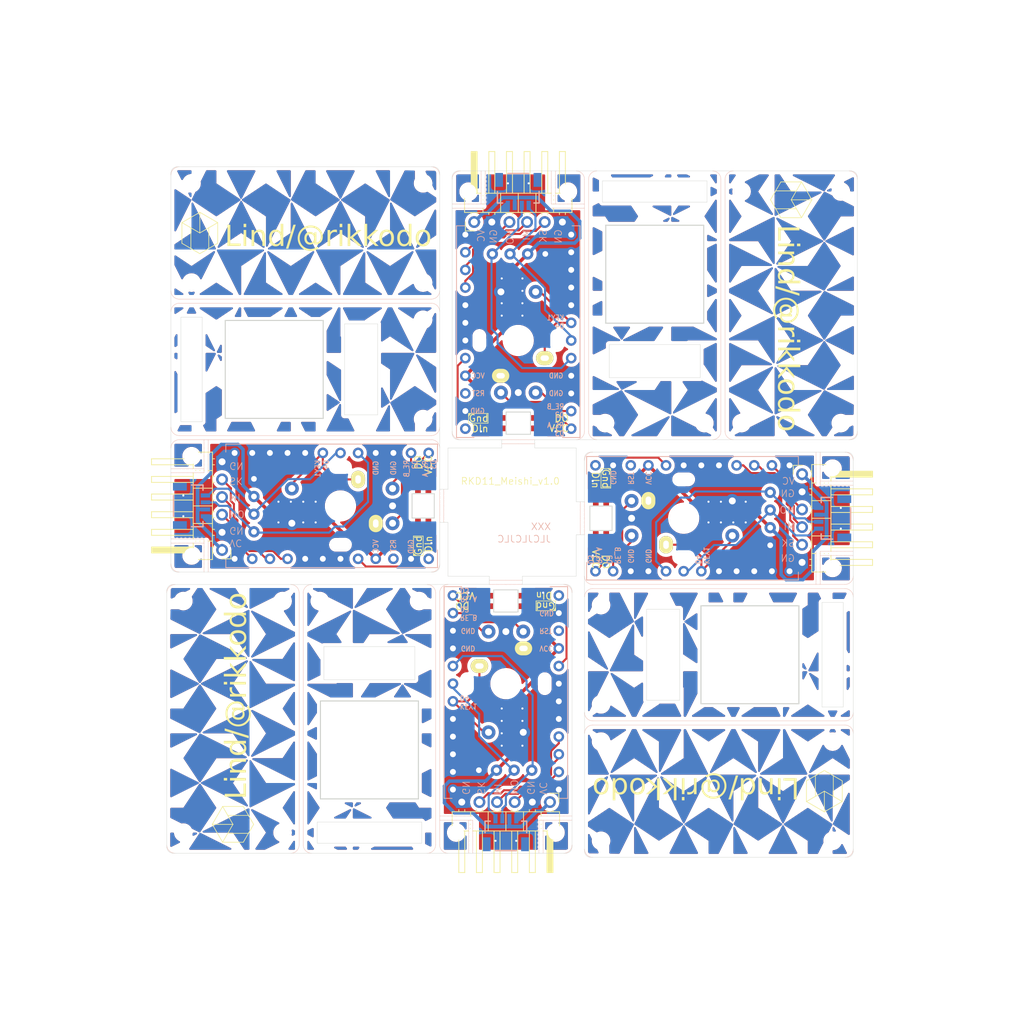
<source format=kicad_pcb>
(kicad_pcb (version 20241229) (generator "pcbnew") (generator_version "9.0")
  (layers (0 "F.Cu" signal) (2 "B.Cu" signal) (13 "F.Paste" user) (15 "B.Paste" user) (5 "F.SilkS" user "F.Silkscreen") (7 "B.SilkS" user "B.Silkscreen") (1 "F.Mask" user) (3 "B.Mask" user) (25 "Edge.Cuts" user))
  (net 0 "")
  (net 1 "SCL")
  (net 2 "VCC")
  (net 3 "KEY1")
  (net 4 "GND")
  (net 5 "MISO")
  (net 6 "LED")
  (net 7 "SDA")
  (net 8 "MOSI")
  (net 9 "RE_A")
  (net 10 "SCLK")
  (net 11 "RE_B")
  (footprint "Rikkodo_FootPrint:rkd_cutdot_no_edgecut_1" (layer "F.Cu") (at 184.546872 105.66788 180)
    (property "Reference" "REF**" (hide yes))
    (property "Value" "rkd_cutdot_no_edgecut_1" (hide yes))
  )
  (footprint "kbd_SW:CherryMX_Solder_1u" (layer "F.Cu") (at 161.92495 100.607798 90)
    (property "Reference" "SW2" (hide yes))
    (property "Value" "SW_Push" (hide yes))
  )
  (footprint "Connector_PinHeader_2.54mm:PinHeader_1x06_P2.54mm_Horizontal" (layer "F.Cu") (at 131.762454 57.963128 90)
    (property "Reference" "J1" (hide yes))
    (property "Value" "Conn_01x06")
  )
  (footprint "BrownSugar_KBD:OLED_center_display" (layer "F.Cu") (at 192.8812 100.687173 -90)
    (property "Reference" "OL1")
    (property "Value" "OLED")
  )
  (footprint "Rikkodo_FootPrint:rkd_cutdot_no_edgecut_1" (layer "F.Cu") (at 185.737496 105.66788 180)
    (property "Reference" "REF**" (hide yes))
    (property "Value" "rkd_cutdot_no_edgecut_1" (hide yes))
  )
  (footprint "Rikkodo_FootPrint:rkd_cutdot_no_edgecut_1" (layer "F.Cu") (at 185.737496 95.547932 180)
    (property "Reference" "REF**" (hide yes))
    (property "Value" "rkd_cutdot_no_edgecut_1" (hide yes))
  )
  (footprint "kbd_Hole:m2_Screw_Hole" (layer "F.Cu") (at 184.546768 86.904435 180)
    (property "Reference" "Ref**")
    (property "Value" "Val**")
  )
  (footprint "Rikkodo_FootPrint:rkd_cutdot_no_edgecut_1" (layer "F.Cu") (at 143.172536 52.387456 -90)
    (property "Reference" "REF**" (hide yes))
    (property "Value" "rkd_cutdot_no_edgecut_1" (hide yes))
  )
  (footprint "BrownSugar_KBD:OLED_center_display" (layer "F.Cu") (at 138.191829 44.053128)
    (property "Reference" "OL1")
    (property "Value" "OLED")
  )
  (footprint "Rikkodo_FootPrint:rkd_LOGO" (layer "F.Cu") (at 177.402884 54.757569 -90)
    (property "Reference" "REF**" (hide yes))
    (property "Value" "rkd_LOGO" (hide yes))
  )
  (footprint "kbd_Hole:m2_Screw_Hole" (layer "F.Cu") (at 150.029893 132.754612 90)
    (property "Reference" "Ref**")
    (property "Value" "Val**")
  )
  (footprint "kbd_Hole:m2_Screw_Hole" (layer "F.Cu") (at 104.179779 112.525237)
    (property "Reference" "Ref**")
    (property "Value" "Val**")
  )
  (footprint "Rikkodo_FootPrint:rkd_cutdot_no_edgecut_1" (layer "F.Cu") (at 141.386459 144.660968 90)
    (property "Reference" "REF**" (hide yes))
    (property "Value" "rkd_cutdot_no_edgecut_1" (hide yes))
  )
  (footprint "kbd_Hole:m2_Screw_Hole" (layer "F.Cu") (at 124.409091 72.032838 -90)
    (property "Reference" "Ref**")
    (property "Value" "Val**")
  )
  (footprint "kbd_Hole:m2_Screw_Hole" (layer "F.Cu") (at 89.892279 112.525237)
    (property "Reference" "Ref**")
    (property "Value" "Val**")
  )
  (footprint "Rikkodo_FootPrint:rkd_cutdot_no_edgecut_1" (layer "F.Cu") (at 147.042422 55.661672 180)
    (property "Reference" "REF**" (hide yes))
    (property "Value" "rkd_cutdot_no_edgecut_1" (hide yes))
  )
  (footprint "Rikkodo_FootPrint:rkd_cutdot_no_edgecut_1" (layer "F.Cu") (at 93.166328 107.751472 -90)
    (property "Reference" "REF**" (hide yes))
    (property "Value" "rkd_cutdot_no_edgecut_1" (hide yes))
  )
  (footprint "Rikkodo_FootPrint:rkd_cutdot_no_edgecut_1" (layer "F.Cu") (at 93.166328 105.370224 -90)
    (property "Reference" "REF**" (hide yes))
    (property "Value" "rkd_cutdot_no_edgecut_1" (hide yes))
  )
  (footprint "Rikkodo_FootPrint:rkd_cutdot_no_edgecut_1" (layer "F.Cu") (at 143.172536 54.768704 -90)
    (property "Reference" "REF**" (hide yes))
    (property "Value" "rkd_cutdot_no_edgecut_1" (hide yes))
  )
  (footprint "Rikkodo_FootPrint:rkd_KeyHall_3ox15" (layer "F.Cu") (at 157.757588 53.566935)
    (property "Reference" "LED3" (hide yes))
    (property "Value" "LED_SK6812MINI-E" (hide yes))
    (fp_line (start -7.525 1.525) (end -7.525 -1.525) (stroke (width 0.05)) (layer "Edge.Cuts"))
    (fp_line (start 7.525 -1.525) (end -7.525 -1.525) (stroke (width 0.05)) (layer "Edge.Cuts"))
    (fp_line (start 7.525 -1.525) (end 7.525 1.525) (stroke (width 0.05)) (layer "Edge.Cuts"))
    (fp_line (start 7.525 1.525) (end -7.525 1.525) (stroke (width 0.05)) (layer "Edge.Cuts"))
  )
  (footprint "Rikkodo_FootPrint:rkd_cutdot_no_edgecut_1" (layer "F.Cu") (at 127.396625 143.768)
    (property "Reference" "REF**" (hide yes))
    (property "Value" "rkd_cutdot_no_edgecut_1" (hide yes))
  )
  (footprint "BrownSugar_KBD:RotaryEncoder_EC11-Switch" (layer "F.Cu") (at 138.112454 75.009378)
    (property "Reference" "SW1" (hide yes))
    (property "Value" "RotaryEncoder_Switch")
  )
  (footprint "Rikkodo_FootPrint:rkd_KeyHall_3ox15" (layer "F.Cu") (at 91.071591 79.176588 90)
    (property "Reference" "LED3" (hide yes))
    (property "Value" "LED_SK6812MINI-E" (hide yes))
    (fp_line (start 7.525 -1.525) (end -7.525 -1.525) (stroke (width 0.05)) (layer "Edge.Cuts"))
    (fp_line (start 7.525 -1.525) (end 7.525 1.525) (stroke (width 0.05)) (layer "Edge.Cuts"))
    (fp_line (start 7.525 1.525) (end -7.525 1.525) (stroke (width 0.05)) (layer "Edge.Cuts"))
    (fp_line (start -7.525 1.525) (end -7.525 -1.525) (stroke (width 0.05)) (layer "Edge.Cuts"))
  )
  (footprint "Rikkodo_FootPrint:rkd_cutdot_no_edgecut_1" (layer "F.Cu") (at 93.166328 106.560848 -90)
    (property "Reference" "REF**" (hide yes))
    (property "Value" "rkd_cutdot_no_edgecut_1" (hide yes))
  )
  (footprint "Rikkodo_FootPrint:rkd_cutdot_no_edgecut_1" (layer "F.Cu") (at 132.754576 55.661672 180)
    (property "Reference" "REF**" (hide yes))
    (property "Value" "rkd_cutdot_no_edgecut_1" (hide yes))
  )
  (footprint "Rikkodo_FootPrint:rkd_cutdot_no_edgecut_4" (layer "F.Cu") (at 127.098401 98.821563 90)
    (property "Reference" "REF**" (hide yes))
    (property "Value" "rkd_cutdot_no_edgecut_4" (hide yes))
  )
  (footprint "Rikkodo_FootPrint:rkd_cutdot_no_edgecut_1" (layer "F.Cu") (at 182.165624 105.66788 180)
    (property "Reference" "REF**" (hide yes))
    (property "Value" "rkd_cutdot_no_edgecut_1" (hide yes))
  )
  (footprint "Rikkodo_FootPrint:rkd_cutdot_no_edgecut_1" (layer "F.Cu") (at 92.27336 93.76164)
    (property "Reference" "REF**" (hide yes))
    (property "Value" "rkd_cutdot_no_edgecut_1" (hide yes))
  )
  (footprint "Rikkodo_FootPrint:rkd_cutdot_no_edgecut_1" (layer "F.Cu") (at 133.052588 53.57808 -90)
    (property "Reference" "REF**" (hide yes))
    (property "Value" "rkd_cutdot_no_edgecut_1" (hide yes))
  )
  (footprint "kbd_Hole:m2_Screw_Hole" (layer "F.Cu") (at 104.179767 145.862944)
    (property "Reference" "Ref**")
    (property "Value" "Val**")
  )
  (footprint "Rikkodo_FootPrint:rkd_cutdot_no_edgecut_1" (layer "F.Cu") (at 181.272656 108.347142 90)
    (property "Reference" "REF**" (hide yes))
    (property "Value" "rkd_cutdot_no_edgecut_1" (hide yes))
  )
  (footprint "Connector_PinHeader_2.54mm:PinHeader_1x06_P2.54mm_Horizontal" (layer "F.Cu") (at 95.467784 105.171722 180)
    (property "Reference" "J1" (hide yes))
    (property "Value" "Conn_01x06")
  )
  (footprint "Rikkodo_FootPrint:rkd_cutdot_no_edgecut_1" (layer "F.Cu") (at 133.052588 52.387456 -90)
    (property "Reference" "REF**" (hide yes))
    (property "Value" "rkd_cutdot_no_edgecut_1" (hide yes))
  )
  (footprint "Rikkodo_FootPrint:rkd_cutdot_no_edgecut_1" (layer "F.Cu") (at 133.052588 51.196832 -90)
    (property "Reference" "REF**" (hide yes))
    (property "Value" "rkd_cutdot_no_edgecut_1" (hide yes))
  )
  (footprint "kbd_Hole:m2_Screw_Hole" (layer "F.Cu") (at 183.356248 93.463984)
    (property "Reference" "Ref**")
    (property "Value" "Val**")
  )
  (footprint "kbd_Hole:m2_Screw_Hole" (layer "F.Cu") (at 91.071384 52.387396 -90)
    (property "Reference" "Ref**")
    (property "Value" "Val**")
  )
  (footprint "kbd_Hole:m2_Screw_Hole" (layer "F.Cu") (at 183.3676 132.754624 90)
    (property "Reference" "Ref**")
    (property "Value" "Val**")
  )
  (footprint "Rikkodo_FootPrint:rkd_cutdot_no_edgecut_1" (layer "F.Cu") (at 93.166328 93.463626 -90)
    (property "Reference" "REF**" (hide yes))
    (property "Value" "rkd_cutdot_no_edgecut_1" (hide yes))
  )
  (footprint "kbd_Hole:m2_Screw_Hole" (layer "F.Cu") (at 170.25928 53.566728 180)
    (property "Reference" "Ref**")
    (property "Value" "Val**")
  )
  (footprint "Rikkodo_FootPrint:rkd_LOGO" (layer "F.Cu") (at 92.262225 59.531292)
    (property "Reference" "REF**" (hide yes))
    (property "Value" "rkd_LOGO" (hide yes))
  )
  (footprint "Rikkodo_FootPrint:rkd_cutdot_no_edgecut_1" (layer "F.Cu") (at 145.256343 143.768)
    (property "Reference" "REF**" (hide yes))
    (property "Value" "rkd_cutdot_no_edgecut_1" (hide yes))
  )
  (footprint "BrownSugar_KBD:OLED_center_display" (layer "F.Cu") (at 136.247218 155.376544 180)
    (property "Reference" "OL1")
    (property "Value" "OLED")
  )
  (footprint "kbd_Hole:m2_Screw_Hole" (layer "F.Cu") (at 150.613838 86.904435 180)
    (property "Reference" "Ref**")
    (property "Value" "Val**")
  )
  (footprint "kbd_Hole:m2_Screw_Hole" (layer "F.Cu") (at 124.409091 66.674908 -90)
    (property "Reference" "Ref**")
    (property "Value" "Val**")
  )
  (footprint "Rikkodo_FootPrint:rkd_cutdot_no_edgecut_1" (layer "F.Cu") (at 130.373328 55.661672 180)
    (property "Reference" "REF**" (hide yes))
    (property "Value" "rkd_cutdot_no_edgecut_1" (hide yes))
  )
  (footprint "Rikkodo_FootPrint:rkd_cutdot_no_edgecut_1" (layer "F.Cu") (at 182.165624 95.547932 180)
    (property "Reference" "REF**" (hide yes))
    (property "Value" "rkd_cutdot_no_edgecut_1" (hide yes))
  )
  (footprint "Rikkodo_FootPrint:rkd_cutdot_no_edgecut_1" (layer "F.Cu") (at 130.968497 143.768)
    (property "Reference" "REF**" (hide yes))
    (property "Value" "rkd_cutdot_no_edgecut_1" (hide yes))
  )
  (footprint "Rikkodo_FootPrint:rkd_cutdot_no_edgecut_1" (layer "F.Cu") (at 144.661174 55.661672 180)
    (property "Reference" "REF**" (hide yes))
    (property "Value" "rkd_cutdot_no_edgecut_1" (hide yes))
  )
  (footprint "Rikkodo_FootPrint:rkd_cutdot_no_edgecut_1" (layer "F.Cu") (at 142.875095 143.768)
    (property "Reference" "REF**" (hide yes))
    (property "Value" "rkd_cutdot_no_edgecut_1" (hide yes))
  )
  (footprint "kbd_Hole:m2_Screw_Hole" (layer "F.Cu") (at 91.082736 105.965536 180)
    (property "Reference" "Ref**")
    (property "Value" "Val**")
  )
  (footprint "Rikkodo_FootPrint:rkd_cutdot_no_edgecut_1" (layer "F.Cu") (at 131.266511 145.851592 90)
    (property "Reference" "REF**" (hide yes))
    (property "Value" "rkd_cutdot_no_edgecut_1" (hide yes))
  )
  (footprint "Rikkodo_FootPrint:rkd_cutdot_no_edgecut_1" (layer "F.Cu") (at 89.892112 93.76164)
    (property "Reference" "REF**" (hide yes))
    (property "Value" "rkd_cutdot_no_edgecut_1" (hide yes))
  )
  (footprint "Rikkodo_FootPrint:rkd_cutdot_no_edgecut_1" (layer "F.Cu") (at 91.082736 93.76164)
    (property "Reference" "REF**" (hide yes))
    (property "Value" "rkd_cutdot_no_edgecut_1" (hide yes))
  )
  (footprint "BrownSugar_KBD:OLED_center_display" (layer "F.Cu") (at 81.557784 98.742347 90)
    (property "Reference" "OL1")
    (property "Value" "OLED")
  )
  (footprint "kbd_Hole:m2_Screw_Hole" (layer "F.Cu") (at 184.54678 53.566728 180)
    (property "Reference" "Ref**")
    (property "Value" "Val**")
  )
  (footprint "Rikkodo_FootPrint:rkd_cutdot_no_edgecut_1" (layer "F.Cu") (at 93.166328 92.273002 -90)
    (property "Reference" "REF**" (hide yes))
    (property "Value" "rkd_cutdot_no_edgecut_1" (hide yes))
  )
  (footprint "Rikkodo_FootPrint:rkd_LOGO" (layer "F.Cu") (at 97.036163 144.672103 90)
    (property "Reference" "REF**" (hide yes))
    (property "Value" "rkd_LOGO" (hide yes))
  )
  (footprint "kbd_Hole:m2_Screw_Hole" (layer "F.Cu") (at 150.029893 147.042112 90)
    (property "Reference" "Ref**")
    (property "Value" "Val**")
  )
  (footprint "Rikkodo_FootPrint:rkd_cutdot_no_edgecut_1" (layer "F.Cu") (at 181.272656 105.965894 90)
    (property "Reference" "REF**" (hide yes))
    (property "Value" "rkd_cutdot_no_edgecut_1" (hide yes))
  )
  (footprint "Rikkodo_FootPrint:rkd_cutdot_no_edgecut_1" (layer "F.Cu") (at 131.266511 144.660968 90)
    (property "Reference" "REF**" (hide yes))
    (property "Value" "rkd_cutdot_no_edgecut_1" (hide yes))
  )
  (footprint "Rikkodo_FootPrint:rkd_cutdot_no_edgecut_4" (layer "F.Cu") (at 136.326434 109.835927 180)
    (property "Reference" "REF**" (hide yes))
    (property "Value" "rkd_cutdot_no_edgecut_4" (hide yes))
  )
  (footprint "Rikkodo_FootPrint:rkd_cutdot_no_edgecut_1" (layer "F.Cu") (at 133.052588 54.768704 -90)
    (property "Reference" "REF**" (hide yes))
    (property "Value" "rkd_cutdot_no_edgecut_1" (hide yes))
  )
  (footprint "Rikkodo_FootPrint:rkd_cutdot_no_edgecut_1" (layer "F.Cu") (at 181.272656 91.678048 90)
    (property "Reference" "REF**" (hide yes))
    (property "Value" "rkd_cutdot_no_edgecut_1" (hide yes))
  )
  (footprint "Rikkodo_FootPrint:rkd_cutdot_no_edgecut_1" (layer "F.Cu") (at 181.272656 107.156518 90)
    (property "Reference" "REF**" (hide yes))
    (property "Value" "rkd_cutdot_no_edgecut_1" (hide yes))
  )
  (footprint "kbd_Hole:m2_Screw_Hole" (layer "F.Cu") (at 183.3676 147.042124 90)
    (property "Reference" "Ref**")
    (property "Value" "Val**")
  )
  (footprint "kbd_Hole:m2_Screw_Hole" (layer "F.Cu") (at 170.259268 86.904435 180)
    (property "Reference" "Ref**")
    (property "Value" "Val**")
  )
  (footprint "kbd_Hole:m2_Screw_Hole" (layer "F.Cu") (at 91.071384 66.674896 -90)
    (property "Reference" "Ref**")
    (property "Value" "Val**")
  )
  (footprint "Connector_PinHeader_2.54mm:PinHeader_1x06_P2.54mm_Horizontal" (layer "F.Cu") (at 142.676593 141.466544 -90)
    (property "Reference" "J1" (hide yes))
    (property "Value" "Conn_01x06")
  )
  (footprint "Rikkodo_FootPrint:rkd_KeyHall_3ox15" (layer "F.Cu") (at 116.681459 145.862737 180)
    (property "Reference" "LED3" (hide yes))
    (property "Value" "LED_SK6812MINI-E" (hide yes))
    (fp_line (start 7.525 1.525) (end -7.525 1.525) (stroke (width 0.05)) (layer "Edge.Cuts"))
    (fp_line (start 7.525 -1.525) (end 7.525 1.525) (stroke (width 0.05)) (layer "Edge.Cuts"))
    (fp_line (start 7.525 -1.525) (end -7.525 -1.525) (stroke (width 0.05)) (layer "Edge.Cuts"))
    (fp_line (start -7.525 1.525) (end -7.525 -1.525) (stroke (width 0.05)) (layer "Edge.Cuts"))
  )
  (footprint "Rikkodo_FootPrint:rkd_cutdot_no_edgecut_1" (layer "F.Cu") (at 141.684471 143.768)
    (property "Reference" "REF**" (hide yes))
    (property "Value" "rkd_cutdot_no_edgecut_1" (hide yes))
  )
  (footprint "kbd_Hole:m2_Screw_Hole" (layer "F.Cu") (at 89.892267 145.862944)
    (property "Reference" "Ref**")
    (property "Value" "Val**")
  )
  (footprint "Rikkodo_FootPrint:rkd_cutdot_no_edgecut_1" (layer "F.Cu") (at 131.266511 148.23284 90)
    (property "Reference" "REF**" (hide yes))
    (property "Value" "rkd_cutdot_no_edgecut_1" (hide yes))
  )
  (footprint "Rikkodo_FootPrint:rkd_cutdot_no_edgecut_4" (layer "F.Cu") (at 138.112613 89.593745)
    (property "Reference" "REF**" (hide yes))
    (property "Value" "rkd_cutdot_no_edgecut_4" (hide yes))
  )
  (footprint "Rikkodo_FootPrint:rkd_cutdot_no_edgecut_1" (layer "F.Cu") (at 141.386459 148.23284 90)
    (property "Reference" "REF**" (hide yes))
    (property "Value" "rkd_cutdot_no_edgecut_1" (hide yes))
  )
  (footprint "Rikkodo_FootPrint:rkd_cutdot_no_edgecut_1" (layer "F.Cu") (at 143.172536 51.196832 -90)
    (property "Reference" "REF**" (hide yes))
    (property "Value" "rkd_cutdot_no_edgecut_1" (hide yes))
  )
  (footprint "kbd_Hole:m2_Screw_Hole" (layer "F.Cu") (at 124.409091 86.320338 -90)
    (property "Reference" "Ref**")
    (property "Value" "Val**")
  )
  (footprint "kbd_Hole:m2_Screw_Hole" (layer "F.Cu") (at 143.470407 145.851592 -90)
    (property "Reference" "Ref**")
    (property "Value" "Val**")
  )
  (footprint "kbd_SW_Hole:SW_Hole_1u" (layer "F.Cu") (at 102.977644 79.176481 180)
    (property "Reference" "SW99" (hide yes))
    (property "Value" "KEY_SWITCH" (hide yes))
    (fp_line (start 7.05 7.05) (end -7.05 7.05) (stroke (width 0.15)) (layer "Edge.Cuts"))
    (fp_line (start 7.05 -7.05) (end 7.05 7.05) (stroke (width 0.15)) (layer "Edge.Cuts"))
    (fp_line (start -7.05 7.05) (end -7.05 -7.05) (stroke (width 0.15)) (layer "Edge.Cuts"))
    (fp_line (start -7.05 -7.05) (end 7.05 -7.05) (stroke (width 0.15)) (layer "Edge.Cuts"))
  )
  (footprint "Rikkodo_FootPrint:rkd_cutdot_no_edgecut_1" (layer "F.Cu") (at 89.892112 103.881588)
    (property "Reference" "REF**" (hide yes))
    (property "Value" "rkd_cutdot_no_edgecut_1" (hide yes))
  )
  (footprint "kbd_Hole:m2_Screw_Hole" (layer "F.Cu") (at 123.825209 112.525237)
    (property "Reference" "Ref**")
    (property "Value" "Val**")
  )
  (footprint "kbd_Hole:m2_Screw_Hole" (layer "F.Cu") (at 124.409091 52.387408 -90)
    (property "Reference" "Ref**")
    (property "Value" "Val**")
  )
  (footprint "kbd_Hole:m2_Screw_Hole" (layer "F.Cu") (at 130.96864 53.57808 90)
    (property "Reference" "Ref**")
    (property "Value" "Val**")
  )
  (footprint "kbd_SW:CherryMX_Solder_1u" (layer "F.Cu") (at 112.514034 98.821722 -90)
    (property "Reference" "SW2" (hide yes))
    (property "Value" "SW_Push" (hide yes))
  )
  (footprint "Rikkodo_FootPrint:rkd_cutdot_no_edgecut_4" (layer "F.Cu") (at 147.340583 100.607957 -90)
    (property "Reference" "REF**" (hide yes))
    (property "Value" "rkd_cutdot_no_edgecut_4" (hide yes))
  )
  (footprint "BrownSugar_KBD:RotaryEncoder_EC11-Switch" (layer "F.Cu") (at 112.514034 98.821722 90)
    (property "Reference" "SW1" (hide yes))
    (property "Value" "RotaryEncoder_Switch")
  )
  (footprint "kbd_Hole:m2_Screw_Hole" (layer "F.Cu") (at 150.029893 127.396682 90)
    (property "Reference" "Ref**")
    (property "Value" "Val**")
  )
  (footprint "Rikkodo_FootPrint:rkd_cutdot_no_edgecut_1" (layer "F.Cu") (at 131.266511 147.042216 90)
    (property "Reference" "REF**" (hide yes))
    (property "Value" "rkd_cutdot_no_edgecut_1" (hide yes))
  )
  (footprint "Rikkodo_FootPrint:rkd_cutdot_no_edgecut_1" (layer "F.Cu") (at 92.27336 103.881588)
    (property "Reference" "REF**" (hide yes))
    (property "Value" "rkd_cutdot_no_edgecut_1" (hide yes))
  )
  (footprint "Rikkodo_FootPrint:rkd_cutdot_no_edgecut_1" (layer "F.Cu") (at 141.386459 145.851592 90)
    (property "Reference" "REF**" (hide yes))
    (property "Value" "rkd_cutdot_no_edgecut_1" (hide yes))
  )
  (footprint "kbd_SW_Hole:SW_Hole_1u" (layer "F.Cu") (at 116.681352 133.956684 -90)
    (property "Reference" "SW99" (hide yes))
    (property "Value" "KEY_SWITCH" (hide yes))
    (fp_line (start -7.05 7.05) (end -7.05 -7.05) (stroke (width 0.15)) (layer "Edge.Cuts"))
    (fp_line (start 7.05 7.05) (end -7.05 7.05) (stroke (width 0.15)) (layer "Edge.Cuts"))
    (fp_line (start -7.05 -7.05) (end 7.05 -7.05) (stroke (width 0.15)) (layer "Edge.Cuts"))
    (fp_line (start 7.05 -7.05) (end 7.05 7.05) (stroke (width 0.15)) (layer "Edge.Cuts"))
  )
  (footprint "Connector_PinHeader_2.54mm:PinHeader_1x06_P2.54mm_Horizontal" (layer "F.Cu") (at 178.9712 94.257798)
    (property "Reference" "J1" (hide yes))
    (property "Value" "Conn_01x06")
  )
  (footprint "Rikkodo_FootPrint:rkd_cutdot_no_edgecut_1" (layer "F.Cu") (at 183.356248 105.66788 180)
    (property "Reference" "REF**" (hide yes))
    (property "Value" "rkd_cutdot_no_edgecut_1" (hide yes))
  )
  (footprint "Rikkodo_FootPrint:rkd_cutdot_no_edgecut_1" (layer "F.Cu") (at 145.851798 55.661672 180)
    (property "Reference" "REF**" (hide yes))
    (property "Value" "rkd_cutdot_no_edgecut_1" (hide yes))
  )
  (footprint "Rikkodo_FootPrint:rkd_cutdot_no_edgecut_1" (layer "F.Cu") (at 181.272656 109.537766 90)
    (property "Reference" "REF**" (hide yes))
    (property "Value" "rkd_cutdot_no_edgecut_1" (hide yes))
  )
  (footprint "Rikkodo_FootPrint:rkd_cutdot_no_edgecut_1" (layer "F.Cu") (at 131.563952 55.661672 180)
    (property "Reference" "REF**" (hide yes))
    (property "Value" "rkd_cutdot_no_edgecut_1" (hide yes))
  )
  (footprint "kbd_Hole:m2_Screw_Hole" (layer "F.Cu") (at 145.256204 53.578128 90)
    (property "Reference" "Ref**")
    (property "Value" "Val**" (hide yes))
  )
  (footprint "Rikkodo_FootPrint:rkd_cutdot_no_edgecut_1" (layer "F.Cu") (at 181.272656 92.868672 90)
    (property "Reference" "REF**" (hide yes))
    (property "Value" "rkd_cutdot_no_edgecut_1" (hide yes))
  )
  (footprint "Rikkodo_FootPrint:rkd_cutdot_no_edgecut_1" (layer "F.Cu") (at 183.356248 95.547932 180)
    (property "Reference" "REF**" (hide yes))
    (property "Value" "rkd_cutdot_no_edgecut_1" (hide yes))
  )
  (footprint "kbd_Hole:m2_Screw_Hole" (layer "F.Cu") (at 164.901338 86.904435 180)
    (property "Reference" "Ref**")
    (property "Value" "Val**")
  )
  (footprint "Rikkodo_FootPrint:rkd_cutdot_no_edgecut_1" (layer "F.Cu") (at 144.065719 143.768)
    (property "Reference" "REF**" (hide yes))
    (property "Value" "rkd_cutdot_no_edgecut_1" (hide yes))
  )
  (footprint "Rikkodo_FootPrint:rkd_cutdot_no_edgecut_1" (layer "F.Cu") (at 88.701488 103.881588)
    (property "Reference" "REF**" (hide yes))
    (property "Value" "rkd_cutdot_no_edgecut_1" (hide yes))
  )
  (footprint "kbd_Hole:m2_Screw_Hole" (layer "F.Cu") (at 91.082784 91.677972 180)
    (property "Reference" "Ref**")
    (property "Value" "Val**" (hide yes))
  )
  (footprint "Rikkodo_FootPrint:rkd_cutdot_no_edgecut_1" (layer "F.Cu") (at 181.272656 94.059296 90)
    (property "Reference" "REF**" (hide yes))
    (property "Value" "rkd_cutdot_no_edgecut_1" (hide yes))
  )
  (footprint "kbd_Hole:m2_Screw_Hole" (layer "F.Cu") (at 109.537709 112.525237)
    (property "Reference" "Ref**")
    (property "Value" "Val**")
  )
  (footprint "kbd_SW_Hole:SW_Hole_1u" (layer "F.Cu") (at 171.46134 120.253039)
    (property "Reference" "SW99" (hide yes))
    (property "Value" "KEY_SWITCH" (hide yes))
    (fp_line (start -7.05 -7.05) (end 7.05 -7.05) (stroke (width 0.15)) (layer "Edge.Cuts"))
    (fp_line (start -7.05 7.05) (end -7.05 -7.05) (stroke (width 0.15)) (layer "Edge.Cuts"))
    (fp_line (start 7.05 -7.05) (end 7.05 7.05) (stroke (width 0.15)) (layer "Edge.Cuts"))
    (fp_line (start 7.05 7.05) (end -7.05 7.05) (stroke (width 0.15)) (layer "Edge.Cuts"))
  )
  (footprint "Rikkodo_FootPrint:rkd_cutdot_no_edgecut_1" (layer "F.Cu") (at 141.386459 147.042216 90)
    (property "Reference" "REF**" (hide yes))
    (property "Value" "rkd_cutdot_no_edgecut_1" (hide yes))
  )
  (footprint "Rikkodo_FootPrint:rkd_cutdot_no_edgecut_1" (layer "F.Cu") (at 93.166328 91.082378 -90)
    (property "Reference" "REF**" (hide yes))
    (property "Value" "rkd_cutdot_no_edgecut_1" (hide yes))
  )
  (footprint "Rikkodo_FootPrint:rkd_cutdot_no_edgecut_1" (layer "F.Cu") (at 93.166328 104.1796 -90)
    (property "Reference" "REF**" (hide yes))
    (property "Value" "rkd_cutdot_no_edgecut_1" (hide yes))
  )
  (footprint "Rikkodo_FootPrint:rkd_cutdot_no_edgecut_1" (layer "F.Cu") (at 129.777873 143.768)
    (property "Reference" "REF**" (hide yes))
    (property "Value" "rkd_cutdot_no_edgecut_1" (hide yes))
  )
  (footprint "BrownSugar_KBD:RotaryEncoder_EC11-Switch" (layer "F.Cu") (at 161.92495 100.607798 -90)
    (property "Reference" "SW1" (hide yes))
    (property "Value" "RotaryEncoder_Switch")
  )
  (footprint "Rikkodo_FootPrint:rkd_cutdot_no_edgecut_1" (layer "F.Cu") (at 181.272656 95.24992 90)
    (property "Reference" "REF**" (hide yes))
    (property "Value" "rkd_cutdot_no_edgecut_1" (hide yes))
  )
  (footprint "kbd_SW_Hole:SW_Hole_1u" (layer "F.Cu") (at 157.757695 65.472988 90)
    (property "Reference" "SW99" (hide yes))
    (property "Value" "KEY_SWITCH" (hide yes))
    (fp_line (start 7.05 -7.05) (end 7.05 7.05) (stroke (width 0.15)) (layer "Edge.Cuts"))
    (fp_line (start -7.05 -7.05) (end 7.05 -7.05) (stroke (width 0.15)) (layer "Edge.Cuts"))
    (fp_line (start 7.05 7.05) (end -7.05 7.05) (stroke (width 0.15)) (layer "Edge.Cuts"))
    (fp_line (start -7.05 7.05) (end -7.05 -7.05) (stroke (width 0.15)) (layer "Edge.Cuts"))
  )
  (footprint "kbd_Hole:m2_Screw_Hole" (layer "F.Cu") (at 150.029893 113.109182 90)
    (property "Reference" "Ref**")
    (property "Value" "Val**")
  )
  (footprint "Rikkodo_FootPrint:rkd_cutdot_no_edgecut_1" (layer "F.Cu") (at 143.172536 53.57808 -90)
    (property "Reference" "REF**" (hide yes))
    (property "Value" "rkd_cutdot_no_edgecut_1" (hide yes))
  )
  (footprint "kbd_Hole:m2_Screw_Hole" (layer "F.Cu") (at 183.3562 107.751548)
    (property "Reference" "Ref**")
    (property "Value" "Val**" (hide yes))
  )
  (footprint "Rikkodo_FootPrint:rkd_cutdot_no_edgecut_1" (layer "F.Cu") (at 129.182704 55.661672 180)
    (property "Reference" "REF**" (hide yes))
    (property "Value" "rkd_cutdot_no_edgecut_1" (hide yes))
  )
  (footprint "BrownSugar_KBD:RotaryEncoder_EC11-Switch" (layer "F.Cu") (at 136.326593 124.420294 180)
    (property "Reference" "SW1" (hide yes))
    (property "Value" "RotaryEncoder_Switch")
  )
  (footprint "kbd_SW:CherryMX_Solder_1u" (layer "F.Cu") (at 136.326593 124.420294)
    (property "Reference" "SW2" (hide yes))
    (property "Value" "SW_Push" (hide yes))
  )
  (footprint "kbd_Hole:m2_Screw_Hole" (layer "F.Cu") (at 129.182843 145.851544 -90)
    (property "Reference" "Ref**")
    (property "Value" "Val**" (hide yes))
  )
  (footprint "Rikkodo_FootPrint:rkd_cutdot_no_edgecut_1" (layer "F.Cu") (at 143.47055 55.661672 180)
    (property "Reference" "REF**" (hide yes))
    (property "Value" "rkd_cutdot_no_edgecut_1" (hide yes))
  )
  (footprint "Rikkodo_FootPrint:rkd_LOGO" (layer "F.Cu") (at 182.176759 139.898228 180)
    (property "Reference" "REF**" (hide yes))
    (property "Value" "rkd_LOGO" (hide yes))
  )
  (footprint "Rikkodo_FootPrint:rkd_cutdot_no_edgecut_1" (layer "F.Cu") (at 128.587249 143.768)
    (property "Reference" "REF**" (hide yes))
    (property "Value" "rkd_cutdot_no_edgecut_1" (hide yes))
  )
  (footprint "Rikkodo_FootPrint:rkd_cutdot_no_edgecut_1" (layer "F.Cu") (at 91.082736 103.881588)
    (property "Reference" "REF**" (hide yes))
    (property "Value" "rkd_cutdot_no_edgecut_1" (hide yes))
  )
  (footprint "kbd_SW:CherryMX_Solder_1u" (layer "F.Cu") (at 138.112454 75.009378 180)
    (property "Reference" "SW2" (hide yes))
    (property "Value" "SW_Push" (hide yes))
  )
  (footprint "Rikkodo_FootPrint:rkd_cutdot_no_edgecut_1" (layer "F.Cu") (at 88.701488 93.76164)
    (property "Reference" "REF**" (hide yes))
    (property "Value" "rkd_cutdot_no_edgecut_1" (hide yes))
  )
  (footprint "Rikkodo_FootPrint:rkd_cutdot_no_edgecut_1" (layer "F.Cu") (at 93.166328 89.891754 -90)
    (property "Reference" "REF**" (hide yes))
    (property "Value" "rkd_cutdot_no_edgecut_1" (hide yes))
  )
  (footprint "Rikkodo_FootPrint:rkd_cutdot_no_edgecut_1" (layer "F.Cu") (at 184.546872 95.547932 180)
    (property "Reference" "REF**" (hide yes))
    (property "Value" "rkd_cutdot_no_edgecut_1" (hide yes))
  )
  (footprint "Rikkodo_FootPrint:rkd_KeyHall_3ox15" (layer "F.Cu") (at 183.367393 120.252932 -90)
    (property "Reference" "LED3" (hide yes))
    (property "Value" "LED_SK6812MINI-E" (hide yes))
    (fp_line (start -7.525 1.525) (end -7.525 -1.525) (stroke (width 0.05)) (layer "Edge.Cuts"))
    (fp_line (start 7.525 1.525) (end -7.525 1.525) (stroke (width 0.05)) (layer "Edge.Cuts"))
    (fp_line (start 7.525 -1.525) (end 7.525 1.525) (stroke (width 0.05)) (layer "Edge.Cuts"))
    (fp_line (start 7.525 -1.525) (end -7.525 -1.525) (stroke (width 0.05)) (layer "Edge.Cuts"))
  )
  (footprint "kbd_Parts:LED_SK6812MINI-E_UG" (layer "B.Cu") (at 124.420284 98.821722 -90)
    (property "Reference" "LED1" (hide yes))
    (property "Value" "LED_SK6812MINI-E")
    (fp_line (start -1.75 1.6) (end 1.75 1.6) (stroke (width 0.12)) (layer "Edge.Cuts"))
    (fp_line (start 1.75 1.6) (end 1.75 -1.6) (stroke (width 0.12)) (layer "Edge.Cuts"))
    (fp_line (start -1.75 -1.6) (end -1.75 1.6) (stroke (width 0.12)) (layer "Edge.Cuts"))
    (fp_line (start 1.75 -1.6) (end -1.75 -1.6) (stroke (width 0.12)) (layer "Edge.Cuts"))
  )
  (footprint "kbd_Parts:LED_SK6812MINI-E_UG" (layer "B.Cu") (at 138.112454 86.915628 180)
    (property "Reference" "LED1" (hide yes))
    (property "Value" "LED_SK6812MINI-E")
    (fp_line (start 1.75 1.6) (end 1.75 -1.6) (stroke (width 0.12)) (layer "Edge.Cuts"))
    (fp_line (start 1.75 -1.6) (end -1.75 -1.6) (stroke (width 0.12)) (layer "Edge.Cuts"))
    (fp_line (start -1.75 1.6) (end 1.75 1.6) (stroke (width 0.12)) (layer "Edge.Cuts"))
    (fp_line (start -1.75 -1.6) (end -1.75 1.6) (stroke (width 0.12)) (layer "Edge.Cuts"))
  )
  (footprint "BrownSugar_KBD:ProMicro_r" (layer "B.Cu") (at 136.326593 124.420294 180)
    (property "Reference" "U1" (hide yes))
    (property "Value" "ProMicro" (hide yes))
  )
  (footprint "SparkFun-Connector:JST_SMD_1.0mm-4_Black" (layer "B.Cu") (at 93.071736 98.821722 90)
    (property "Reference" "J3")
    (property "Value" "Qwiic_RA")
  )
  (footprint "kbd_Parts:LED_SK6812MINI-E_UG" (layer "B.Cu") (at 136.326593 112.514044)
    (property "Reference" "LED1" (hide yes))
    (property "Value" "LED_SK6812MINI-E")
    (fp_line (start -1.75 -1.6) (end -1.75 1.6) (stroke (width 0.12)) (layer "Edge.Cuts"))
    (fp_line (start -1.75 1.6) (end 1.75 1.6) (stroke (width 0.12)) (layer "Edge.Cuts"))
    (fp_line (start 1.75 -1.6) (end -1.75 -1.6) (stroke (width 0.12)) (layer "Edge.Cuts"))
    (fp_line (start 1.75 1.6) (end 1.75 -1.6) (stroke (width 0.12)) (layer "Edge.Cuts"))
  )
  (footprint "BrownSugar_KBD:ProMicro_r" (layer "B.Cu") (at 112.514034 98.821722 90)
    (property "Reference" "U1" (hide yes))
    (property "Value" "ProMicro" (hide yes))
  )
  (footprint "BrownSugar_KBD:ProMicro_r" (layer "B.Cu") (at 161.92495 100.607798 -90)
    (property "Reference" "U1" (hide yes))
    (property "Value" "ProMicro" (hide yes))
  )
  (footprint "SparkFun-Connector:JST_SMD_1.0mm-4_Black" (layer "B.Cu") (at 181.367248 100.607798 -90)
    (property "Reference" "J3")
    (property "Value" "Qwiic_RA")
  )
  (footprint "kbd_Parts:LED_SK6812MINI-E_UG" (layer "B.Cu") (at 150.0187 100.607798 90)
    (property "Reference" "LED1" (hide yes))
    (property "Value" "LED_SK6812MINI-E")
    (fp_line (start 1.75 -1.6) (end -1.75 -1.6) (stroke (width 0.12)) (layer "Edge.Cuts"))
    (fp_line (start -1.75 -1.6) (end -1.75 1.6) (stroke (width 0.12)) (layer "Edge.Cuts"))
    (fp_line (start 1.75 1.6) (end 1.75 -1.6) (stroke (width 0.12)) (layer "Edge.Cuts"))
    (fp_line (start -1.75 1.6) (end 1.75 1.6) (stroke (width 0.12)) (layer "Edge.Cuts"))
  )
  (footprint "BrownSugar_KBD:ProMicro_r" (layer "B.Cu") (at 138.112454 75.009378)
    (property "Reference" "U1" (hide yes))
    (property "Value" "ProMicro" (hide yes))
  )
  (footprint "SparkFun-Connector:JST_SMD_1.0mm-4_Black" (layer "B.Cu") (at 138.112454 55.56708)
    (property "Reference" "J3")
    (property "Value" "Qwiic_RA")
  )
  (footprint "SparkFun-Connector:JST_SMD_1.0mm-4_Black" (layer "B.Cu") (at 136.326593 143.862592 180)
    (property "Reference" "J3")
    (property "Value" "Qwiic_RA")
  )
  (gr_line (start 126.80167 147.637527) (end 126.801669 111.323495) (stroke (width 0.05)) (layer "B.SilkS"))
  (gr_arc (start 147.648821 131.563986) (mid 147.997538 130.722086) (end 148.839446 130.373361) (stroke (width 0.05)) (layer "B.SilkS"))
  (gr_arc (start 185.142184 110.728032) (mid 185.984091 111.07675) (end 186.332809 111.918657) (stroke (width 0.05)) (layer "B.SilkS"))
  (gr_arc (start 126.790163 67.865534) (mid 126.441446 68.707434) (end 125.599538 69.056159) (stroke (width 0.05)) (layer "B.SilkS"))
  (gr_arc (start 148.839446 129.778046) (mid 147.997543 129.429313) (end 147.648821 128.587421) (stroke (width 0.05)) (layer "B.SilkS"))
  (gr_arc (start 148.232688 51.792144) (mid 148.581406 50.950237) (end 149.423313 50.601519) (stroke (width 0.05)) (layer "B.SilkS"))
  (gr_line (start 107.156468 147.637528) (end 107.156467 111.323496) (stroke (width 0.05)) (layer "B.SilkS"))
  (gr_arc (start 108.347091 148.827933) (mid 107.505129 148.479249) (end 107.156466 147.637308) (stroke (width 0.05)) (layer "B.SilkS"))
  (gr_arc (start 147.637454 88.106253) (mid 147.288721 88.948145) (end 146.446829 89.296878) (stroke (width 0.05)) (layer "B.SilkS"))
  (gr_arc (start 88.701704 148.828153) (mid 87.859797 148.479435) (end 87.511079 147.637528) (stroke (width 0.05)) (layer "B.SilkS"))
  (gr_arc (start 148.839446 149.423375) (mid 147.997539 149.074657) (end 147.648821 148.23275) (stroke (width 0.05)) (layer "B.SilkS"))
  (gr_arc (start 88.106175 51.196833) (mid 88.454893 50.354926) (end 89.2968 50.006208) (stroke (width 0.05)) (layer "B.SilkS"))
  (gr_arc (start 126.206359 147.637528) (mid 125.857641 148.479435) (end 125.015734 148.828153) (stroke (width 0.05)) (layer "B.SilkS"))
  (gr_arc (start 185.737343 50.601519) (mid 186.57925 50.950237) (end 186.927968 51.792144) (stroke (width 0.05)) (layer "B.SilkS"))
  (gr_arc (start 125.015743 110.144055) (mid 125.854043 110.489121) (end 126.206359 111.324396) (stroke (width 0.05)) (layer "B.SilkS"))
  (gr_line (start 185.142184 129.777923) (end 148.828152 129.777924) (stroke (width 0.05)) (layer "B.SilkS"))
  (gr_arc (start 88.106395 70.84222) (mid 88.455079 70.000258) (end 89.29702 69.651595) (stroke (width 0.05)) (layer "B.SilkS"))
  (gr_arc (start 126.801593 111.323419) (mid 127.150326 110.481527) (end 127.992218 110.132794) (stroke (width 0.05)) (layer "B.SilkS"))
  (gr_line (start 167.877896 51.792364) (end 167.877897 88.106396) (stroke (width 0.05)) (layer "B.SilkS"))
  (gr_arc (start 185.142183 91.082735) (mid 185.98409 91.431453) (end 186.332808 92.27336) (stroke (width 0.05)) (layer "B.SilkS"))
  (gr_line (start 106.561151 147.637308) (end 106.56115 111.323276) (stroke (width 0.05)) (layer "B.SilkS"))
  (gr_arc (start 128.587391 51.792145) (mid 128.936109 50.950238) (end 129.778016 50.60152) (stroke (width 0.05)) (layer "B.SilkS"))
  (gr_arc (start 125.610909 89.296722) (mid 126.452801 89.645455) (end 126.801534 90.487347) (stroke (width 0.05)) (layer "B.SilkS"))
  (gr_arc (start 129.778079 89.296878) (mid 128.936172 88.94816) (end 128.587454 88.106253) (stroke (width 0.05)) (layer "B.SilkS"))
  (gr_arc (start 89.296801 108.346785) (mid 88.454894 107.998067) (end 88.106176 107.15616) (stroke (width 0.05)) (layer "B.SilkS"))
  (gr_arc (start 126.790273 87.510872) (mid 126.445207 88.349172) (end 125.609932 88.701488) (stroke (width 0.05)) (layer "B.SilkS"))
  (gr_arc (start 148.828075 110.132798) (mid 147.986183 109.784065) (end 147.63745 108.942173) (stroke (width 0.05)) (layer "B.SilkS"))
  (gr_arc (start 127.992295 148.828152) (mid 127.150398 148.479414) (end 126.80167 147.637527) (stroke (width 0.05)) (layer "B.SilkS"))
  (gr_arc (start 147.63745 92.273423) (mid 147.986168 91.431516) (end 148.828075 91.082798) (stroke (width 0.05)) (layer "B.SilkS"))
  (gr_line (start 126.20631 147.637444) (end 126.206309 111.323412) (stroke (width 0.05)) (layer "B.SilkS"))
  (gr_arc (start 186.928031 88.094882) (mid 186.579313 88.936789) (end 185.737406 89.285507) (stroke (width 0.05)) (layer "B.SilkS"))
  (gr_line (start 148.232737 51.792228) (end 148.232738 88.10626) (stroke (width 0.05)) (layer "B.SilkS"))
  (gr_arc (start 147.648711 111.918648) (mid 147.993777 111.080348) (end 148.829052 110.728032) (stroke (width 0.05)) (layer "B.SilkS"))
  (gr_arc (start 169.068642 89.285507) (mid 168.226742 88.93679) (end 167.878017 88.094882) (stroke (width 0.05)) (layer "B.SilkS"))
  (gr_arc (start 105.370405 110.144165) (mid 106.212305 110.492882) (end 106.56103 111.33479) (stroke (width 0.05)) (layer "B.SilkS"))
  (gr_arc (start 89.29702 69.05628) (mid 88.455194 68.707506) (end 88.106395 67.865655) (stroke (width 0.05)) (layer "B.SilkS"))
  (gr_line (start 185.141964 130.37324) (end 148.827932 130.373241) (stroke (width 0.05)) (layer "B.SilkS"))
  (gr_arc (start 186.332589 128.5873) (mid 185.983905 129.429262) (end 185.141964 129.777925) (stroke (width 0.05)) (layer "B.SilkS"))
  (gr_arc (start 87.511016 111.33479) (mid 87.859734 110.492883) (end 88.701641 110.144165) (stroke (width 0.05)) (layer "B.SilkS"))
  (gr_arc (start 88.106176 90.487424) (mid 88.454914 89.645527) (end 89.296801 89.296799) (stroke (width 0.05)) (layer "B.SilkS"))
  (gr_arc (start 186.332808 108.942096) (mid 185.98407 109.783993) (end 185.142183 110.132721) (stroke (width 0.05)) (layer "B.SilkS"))
  (gr_arc (start 106.561151 147.637308) (mid 106.212377 148.479134) (end 105.370526 148.827933) (stroke (width 0.05)) (layer "B.SilkS"))
  (gr_arc (start 125.599538 69.651474) (mid 126.441441 70.000207) (end 126.790163 70.842099) (stroke (width 0.05)) (layer "B.SilkS"))
  (gr_arc (start 89.2968 88.701488) (mid 88.454893 88.35277) (end 88.106175 87.510863) (stroke (width 0.05)) (layer "B.SilkS"))
  (gr_line (start 89.296801 89.296799) (end 125.610833 89.296798) (stroke (width 0.05)) (layer "B.SilkS"))
  (gr_arc (start 186.332809 148.232687) (mid 185.984091 149.074594) (end 185.142184 149.423312) (stroke (width 0.05)) (layer "B.SilkS"))
  (gr_line (start 89.296884 88.701439) (end 125.610916 88.701438) (stroke (width 0.05)) (layer "B.SilkS"))
  (gr_line (start 89.2968 69.651597) (end 125.610832 69.651596) (stroke (width 0.05)) (layer "B.SilkS"))
  (gr_line (start 167.282579 51.792144) (end 167.28258 88.106176) (stroke (width 0.05)) (layer "B.SilkS"))
  (gr_arc (start 144.660968 110.132794) (mid 145.502875 110.481512) (end 145.851593 111.323419) (stroke (width 0.05)) (layer "B.SilkS"))
  (gr_arc (start 125.599538 50.006145) (mid 126.441445 50.354863) (end 126.790163 51.19677) (stroke (width 0.05)) (layer "B.SilkS"))
  (gr_arc (start 107.156345 111.33479) (mid 107.505078 110.492887) (end 108.34697 110.144165) (stroke (width 0.05)) (layer "B.SilkS"))
  (gr_arc (start 145.851656 147.637527) (mid 145.502938 148.479434) (end 144.661031 148.828152) (stroke (width 0.05)) (layer "B.SilkS"))
  (gr_line (start 147.637377 51.792145) (end 147.637378 88.106177) (stroke (width 0.05)) (layer "B.SilkS"))
  (gr_line (start 89.29702 69.05628) (end 125.611052 69.056279) (stroke (width 0.05)) (layer "B.SilkS"))
  (gr_line (start 185.1421 110.728081) (end 148.828068 110.728082) (stroke (width 0.05)) (layer "B.SilkS"))
  (gr_arc (start 185.141964 130.37324) (mid 185.98379 130.722014) (end 186.332589 131.563865) (stroke (width 0.05)) (layer "B.SilkS"))
  (gr_arc (start 126.801534 107.156097) (mid 126.452816 107.998004) (end 125.610909 108.346722) (stroke (width 0.05)) (layer "B.SilkS"))
  (gr_line (start 185.142183 110.132721) (end 148.828151 110.132722) (stroke (width 0.05)) (layer "B.SilkS"))
  (gr_arc (start 146.446752 50.60152) (mid 147.288649 50.950258) (end 147.637377 51.792145) (stroke (width 0.05)) (layer "B.SilkS"))
  (gr_arc (start 167.282702 88.094882) (mid 166.933969 88.936785) (end 166.092077 89.285507) (stroke (width 0.05)) (layer "B.SilkS"))
  (gr_arc (start 166.091956 50.601739) (mid 166.933918 50.950423) (end 167.282581 51.792364) (stroke (width 0.05)) (layer "B.SilkS"))
  (gr_arc (start 167.877896 51.792364) (mid 168.22667 50.950538) (end 169.068521 50.601739) (stroke (width 0.05)) (layer "B.SilkS"))
  (gr_arc (start 149.423304 89.285617) (mid 148.585004 88.940551) (end 148.232688 88.105276) (stroke (width 0.05)) (layer "B.SilkS"))
  (gr_line (start 147.042216 102.988976) (end 147.637563 102.988976) (stroke (width 0.05)) (layer "Edge.Cuts"))
  (gr_line (start 127.396768 96.440544) (end 126.801421 96.440544) (stroke (width 0.05)) (layer "Edge.Cuts"))
  (gr_arc (start 144.958625 110.132795) (mid 145.590049 110.394339) (end 145.851593 111.025763) (stroke (width 0.05)) (layer "Edge.Cuts"))
  (gr_line (start 105.377069 148.828152) (end 108.346943 148.827933) (stroke (width 0.05)) (layer "Edge.Cuts"))
  (gr_line (start 126.801456 101.20304) (end 127.396768 101.20304) (stroke (width 0.05)) (layer "Edge.Cuts"))
  (gr_line (start 126.801456 101.20304) (end 126.801533 107.453754) (stroke (width 0.05)) (layer "Edge.Cuts"))
  (gr_line (start 140.493632 89.892112) (end 140.493632 89.296765) (stroke (width 0.05)) (layer "Edge.Cuts"))
  (gr_arc (start 186.92803 88.392539) (mid 186.666486 89.023963) (end 186.035062 89.285507) (stroke (width 0.05)) (layer "Edge.Cuts"))
  (gr_line (start 146.446904 98.22648) (end 147.042216 98.22648) (stroke (width 0.05)) (layer "Edge.Cuts"))
  (gr_line (start 123.229843 123.836273) (end 110.132968 123.836273) (stroke (width 0.05)) (layer "Edge.Cuts"))
  (gr_line (start 108.34697 110.144165) (end 105.370443 110.144165) (stroke (width 0.05)) (layer "Edge.Cuts"))
  (gr_line (start 147.636286 108.942148) (end 147.648711 111.918648) (stroke (width 0.05)) (layer "Edge.Cuts"))
  (gr_arc (start 186.332808 148.530344) (mid 186.071264 149.161768) (end 185.43984 149.423312) (stroke (width 0.05)) (layer "Edge.Cuts"))
  (gr_arc (start 145.851655 147.935184) (mid 145.590111 148.566608) (end 144.958687 148.828152) (stroke (width 0.05)) (layer "Edge.Cuts"))
  (gr_line (start 135.731136 89.892112) (end 135.731136 90.487424) (stroke (width 0.05)) (layer "Edge.Cuts"))
  (gr_line (start 146.446804 89.298042) (end 149.423304 89.285617) (stroke (width 0.05)) (layer "Edge.Cuts"))
  (gr_line (start 166.091956 50.601739) (end 149.423313 50.601519) (stroke (width 0.05)) (layer "Edge.Cuts"))
  (gr_line (start 186.332808 131.557322) (end 186.332585 148.530344) (stroke (width 0.05)) (layer "Edge.Cuts"))
  (gr_line (start 127.992243 110.132794) (end 133.945415 110.132907) (stroke (width 0.05)) (layer "Edge.Cuts"))
  (gr_line (start 169.061978 50.60152) (end 166.092104 50.601739) (stroke (width 0.05)) (layer "Edge.Cuts"))
  (gr_line (start 186.92803 88.392528) (end 186.927968 51.485664) (stroke (width 0.05)) (layer "Edge.Cuts"))
  (gr_line (start 117.860555 85.724972) (end 113.098055 85.724972) (stroke (width 0.05)) (layer "Edge.Cuts"))
  (gr_line (start 138.707911 110.132872) (end 144.958625 110.132795) (stroke (width 0.05)) (layer "Edge.Cuts"))
  (gr_line (start 185.43984 91.082736) (end 148.530398 91.082799) (stroke (width 0.05)) (layer "Edge.Cuts"))
  (gr_arc (start 128.587392 51.494488) (mid 128.848936 50.863064) (end 129.48036 50.60152) (stroke (width 0.05)) (layer "Edge.Cuts"))
  (gr_line (start 127.992295 90.487576) (end 135.731136 90.487424) (stroke (width 0.05)) (layer "Edge.Cuts"))
  (gr_line (start 148.5418 149.423374) (end 185.448664 149.423312) (stroke (width 0.05)) (layer "Edge.Cuts"))
  (gr_line (start 146.447053 102.988976) (end 146.446998 108.942279) (stroke (width 0.05)) (layer "Edge.Cuts"))
  (gr_line (start 186.332807 108.942096) (end 186.332808 91.975704) (stroke (width 0.05)) (layer "Edge.Cuts"))
  (gr_line (start 133.945415 108.942248) (end 133.945415 109.53756) (stroke (width 0.05)) (layer "Edge.Cuts"))
  (gr_arc (start 88.106176 50.899176) (mid 88.36772 50.267752) (end 88.999144 50.006208) (stroke (width 0.05)) (layer "Edge.Cuts"))
  (gr_line (start 88.106395 70.84222) (end 88.106175 87.510863) (stroke (width 0.05)) (layer "Edge.Cuts"))
  (gr_arc (start 186.035 50.60152) (mid 186.666424 50.863064) (end 186.927968 51.494488) (stroke (width 0.05)) (layer "Edge.Cuts"))
  (gr_line (start 186.332808 131.557322) (end 186.332589 128.587448) (stroke (width 0.05)) (layer "Edge.Cuts"))
  (gr_line (start 113.098055 85.724972) (end 113.098055 72.628097) (stroke (width 0.05)) (layer "Edge.Cuts"))
  (gr_arc (start 87.511017 111.037133) (mid 87.772561 110.405709) (end 88.403985 110.144165) (stroke (width 0.05)) (layer "Edge.Cuts"))
  (gr_line (start 126.802698 90.487372) (end 126.790273 87.510872) (stroke (width 0.05)) (layer "Edge.Cuts"))
  (gr_line (start 156.578429 113.704548) (end 156.578429 126.801423) (stroke (width 0.05)) (layer "Edge.Cuts"))
  (gr_line (start 88.106176 67.872198) (end 88.106399 50.899176) (stroke (width 0.05)) (layer "Edge.Cuts"))
  (gr_line (start 123.229843 119.073773) (end 123.229843 123.836273) (stroke (width 0.05)) (layer "Edge.Cuts"))
  (gr_line (start 161.340929 113.704548) (end 161.340929 126.801423) (stroke (width 0.05)) (layer "Edge.Cuts"))
  (gr_line (start 156.578429 126.801423) (end 161.340929 126.801423) (stroke (width 0.05)) (layer "Edge.Cuts"))
  (gr_line (start 126.790163 67.865534) (end 126.790163 50.899114) (stroke (width 0.05)) (layer "Edge.Cuts"))
  (gr_line (start 169.061978 50.60152) (end 186.035 50.601743) (stroke (width 0.05)) (layer "Edge.Cuts"))
  (gr_line (start 147.63745 108.942148) (end 147.637563 102.988976) (stroke (width 0.05)) (layer "Edge.Cuts"))
  (gr_line (start 147.637528 98.22648) (end 147.042216 98.22648) (stroke (width 0.05)) (layer "Edge.Cuts"))
  (gr_line (start 156.578429 113.704548) (end 161.340929 113.704548) (stroke (width 0.05)) (layer "Edge.Cuts"))
  (gr_line (start 88.999144 108.346784) (end 125.908586 108.346721) (stroke (width 0.05)) (layer "Edge.Cuts"))
  (gr_line (start 169.068642 89.285507) (end 186.035062 89.285507) (stroke (width 0.05)) (layer "Edge.Cuts"))
  (gr_line (start 88.106177 90.487424) (end 88.106176 87.510864) (stroke (width 0.05)) (layer "Edge.Cuts"))
  (gr_arc (start 185.43984 91.082736) (mid 186.071264 91.34428) (end 186.332808 91.975704) (stroke (width 0.05)) (layer "Edge.Cuts"))
  (gr_line (start 138.707911 110.132872) (end 138.707911 109.53756) (stroke (width 0.05)) (layer "Edge.Cuts"))
  (gr_line (start 128.587392 51.494488) (end 128.587455 88.40393) (stroke (width 0.05)) (layer "Edge.Cuts"))
  (gr_line (start 117.860555 85.724972) (end 117.860555 72.628097) (stroke (width 0.05)) (layer "Edge.Cuts"))
  (gr_arc (start 129.480422 89.296877) (mid 128.848998 89.035333) (end 128.587454 88.403909) (stroke (width 0.05)) (layer "Edge.Cuts"))
  (gr_line (start 149.423204 89.285617) (end 166.092077 89.285425) (stroke (width 0.05)) (layer "Edge.Cuts"))
  (gr_line (start 123.229843 119.073773) (end 110.132968 119.073773) (stroke (width 0.05)) (layer "Edge.Cuts"))
  (gr_line (start 125.015843 110.144055) (end 108.34697 110.144247) (stroke (width 0.05)) (layer "Edge.Cuts"))
  (gr_line (start 145.851655 147.935184) (end 145.851592 111.025742) (stroke (width 0.05)) (layer "Edge.Cuts"))
  (gr_line (start 125.897184 50.006146) (end 88.99032 50.006208) (stroke (width 0.05)) (layer "Edge.Cuts"))
  (gr_line (start 147.648821 128.587421) (end 147.648821 131.563948) (stroke (width 0.05)) (layer "Edge.Cuts"))
  (gr_line (start 88.106177 90.487424) (end 88.106176 107.453816) (stroke (width 0.05)) (layer "Edge.Cuts"))
  (gr_line (start 151.209204 80.355899) (end 151.209204 75.593399) (stroke (width 0.05)) (layer "Edge.Cuts"))
  (gr_line (start 133.945415 109.53756) (end 133.945415 110.132907) (stroke (width 0.05)) (layer "Edge.Cuts"))
  (gr_line (start 186.332807 108.942096) (end 186.332808 111.918656) (stroke (width 0.05)) (layer "Edge.Cuts"))
  (gr_line (start 127.992295 148.828151) (end 144.958687 148.828152) (stroke (width 0.05)) (layer "Edge.Cuts"))
  (gr_line (start 146.446904 102.988976) (end 147.042216 102.988976) (stroke (width 0.05)) (layer "Edge.Cuts"))
  (gr_line (start 147.637528 98.22648) (end 147.637451 91.975766) (stroke (width 0.05)) (layer "Edge.Cuts"))
  (gr_arc (start 88.404047 148.828152) (mid 87.772623 148.566608) (end 87.511079 147.935184) (stroke (width 0.05)) (layer "Edge.Cuts"))
  (gr_line (start 127.396768 101.20304) (end 127.99208 101.20304) (stroke (width 0.05)) (layer "Edge.Cuts"))
  (gr_line (start 127.992243 110.13163) (end 125.015743 110.144055) (stroke (width 0.05)) (layer "Edge.Cuts"))
  (gr_arc (start 126.801533 107.453754) (mid 126.539989 108.085178) (end 125.908565 108.346722) (stroke (width 0.05)) (layer "Edge.Cuts"))
  (gr_arc (start 88.999144 108.346784) (mid 88.36772 108.08524) (end 88.106176 107.453816) (stroke (width 0.05)) (layer "Edge.Cuts"))
  (gr_line (start 140.493632 89.892112) (end 140.493632 90.487424) (stroke (width 0.05)) (layer "Edge.Cuts"))
  (gr_line (start 146.446904 98.226265) (end 146.446752 90.487424) (stroke (width 0.05)) (layer "Edge.Cuts"))
  (gr_line (start 166.092077 89.285507) (end 169.068604 89.285507) (stroke (width 0.05)) (layer "Edge.Cuts"))
  (gr_line (start 146.446804 89.296878) (end 140.493632 89.296765) (stroke (width 0.05)) (layer "Edge.Cuts"))
  (gr_arc (start 125.897195 50.006146) (mid 126.528619 50.26769) (end 126.790163 50.899114) (stroke (width 0.05)) (layer "Edge.Cuts"))
  (gr_line (start 108.347091 148.827933) (end 125.015734 148.828153) (stroke (width 0.05)) (layer "Edge.Cuts"))
  (gr_line (start 151.209204 80.355899) (end 164.306079 80.355899) (stroke (width 0.05)) (layer "Edge.Cuts"))
  (gr_line (start 164.306079 80.355899) (end 164.306079 75.593399) (stroke (width 0.05)) (layer "Edge.Cuts"))
  (gr_line (start 87.511017 111.037144) (end 87.511079 147.944008) (stroke (width 0.05)) (layer "Edge.Cuts"))
  (gr_line (start 151.209204 75.593399) (end 164.306079 75.593399) (stroke (width 0.05)) (layer "Edge.Cuts"))
  (gr_line (start 147.648711 111.918548) (end 147.648903 128.587421) (stroke (width 0.05)) (layer "Edge.Cuts"))
  (gr_line (start 105.370405 110.144165) (end 88.403985 110.144165) (stroke (width 0.05)) (layer "Edge.Cuts"))
  (gr_line (start 110.132968 119.073773) (end 110.132968 123.836273) (stroke (width 0.05)) (layer "Edge.Cuts"))
  (gr_line (start 138.707911 108.942248) (end 138.707911 109.53756) (stroke (width 0.05)) (layer "Edge.Cuts"))
  (gr_arc (start 147.637451 91.975766) (mid 147.898995 91.344342) (end 148.530419 91.082798) (stroke (width 0.05)) (layer "Edge.Cuts"))
  (gr_arc (start 148.541789 149.423374) (mid 147.910365 149.16183) (end 147.648821 148.530406) (stroke (width 0.05)) (layer "Edge.Cuts"))
  (gr_line (start 146.446752 108.942096) (end 138.707911 108.942248) (stroke (width 0.05)) (layer "Edge.Cuts"))
  (gr_line (start 117.860555 72.628097) (end 113.098055 72.628097) (stroke (width 0.05)) (layer "Edge.Cuts"))
  (gr_line (start 127.99208 90.487424) (end 127.991928 96.44079) (stroke (width 0.05)) (layer "Edge.Cuts"))
  (gr_line (start 126.790163 70.842099) (end 126.790163 67.865572) (stroke (width 0.05)) (layer "Edge.Cuts"))
  (gr_line (start 105.377069 148.828152) (end 88.404047 148.827929) (stroke (width 0.05)) (layer "Edge.Cuts"))
  (gr_line (start 88.106176 67.872198) (end 88.106395 70.842072) (stroke (width 0.05)) (layer "Edge.Cuts"))
  (gr_line (start 146.446752 50.601521) (end 149.423312 50.60152) (stroke (width 0.05)) (layer "Edge.Cuts"))
  (gr_line (start 127.992295 108.942279) (end 133.9452 108.94234) (stroke (width 0.05)) (layer "Edge.Cuts"))
  (gr_line (start 186.332589 128.5873) (end 186.332809 111.918657) (stroke (width 0.05)) (layer "Edge.Cuts"))
  (gr_line (start 135.731136 89.2968) (end 129.480422 89.296877) (stroke (width 0.05)) (layer "Edge.Cuts"))
  (gr_line (start 127.992295 148.828151) (end 125.015735 148.828152) (stroke (width 0.05)) (layer "Edge.Cuts"))
  (gr_line (start 147.648821 131.563986) (end 147.648821 148.530406) (stroke (width 0.05)) (layer "Edge.Cuts"))
  (gr_line (start 126.790273 87.510972) (end 126.790081 70.842099) (stroke (width 0.05)) (layer "Edge.Cuts"))
  (gr_line (start 140.493632 90.487424) (end 146.446998 90.487576) (stroke (width 0.05)) (layer "Edge.Cuts"))
  (gr_line (start 126.801534 90.487372) (end 126.801421 96.440544) (stroke (width 0.05)) (layer "Edge.Cuts"))
  (gr_line (start 146.446752 50.601521) (end 129.48036 50.60152) (stroke (width 0.05)) (layer "Edge.Cuts"))
  (gr_line (start 135.731136 89.2968) (end 135.731136 89.892112) (stroke (width 0.05)) (layer "Edge.Cuts"))
  (gr_line (start 127.991928 101.203255) (end 127.99208 108.942096) (stroke (width 0.05)) (layer "Edge.Cuts"))
  (gr_line (start 127.396768 96.440544) (end 127.99208 96.440544) (stroke (width 0.05)) (layer "Edge.Cuts"))
  (gr_text "Lind/@rikkodo" (at 178.604884 137.516978 180) (layer "F.SilkS") (effects (font (size 3 3) (thickness 0.1)) (justify left bottom)))
  (gr_text "Lind/@rikkodo" (at 175.021634 58.329444 270) (layer "F.SilkS") (effects (font (size 3 3) (thickness 0.1)) (justify left bottom)))
  (gr_text "RKD11_Meishi_v1.0" (at 129.778234 95.845393 0) (layer "F.SilkS") (effects (font (size 1 1) (thickness 0.1)) (justify left bottom)))
  (gr_text "Lind/@rikkodo" (at 95.8341 61.912542 0) (layer "F.SilkS") (effects (font (size 3 3) (thickness 0.1)) (justify left bottom)))
  (gr_text "Lind/@rikkodo" (at 99.417413 141.100228 90) (layer "F.SilkS") (effects (font (size 3 3) (thickness 0.1)) (justify left bottom)))
  (gr_text "VC" (at 133.35002 58.935993 90) (layer "B.SilkS") (effects (font (size 1 1) (thickness 0.1)) (justify left bottom mirror)))
  (gr_text "RE_A" (at 124.717864 93.463834 90) (layer "B.SilkS") (effects (font (size 0.75 0.67) (thickness 0.125)) (justify mirror)))
  (gr_text "D3" (at 130.373393 111.025838 180) (layer "B.SilkS") (effects (font (size 0.75 0.67) (thickness 0.125)) (justify mirror)))
  (gr_text "MI" (at 177.998335 102.393807 0) (layer "B.SilkS") (effects (font (size 1 1) (thickness 0.1)) (justify left bottom mirror)))
  (gr_text "D3" (at 144.065654 88.403834 0) (layer "B.SilkS") (effects (font (size 0.75 0.67) (thickness 0.125)) (justify mirror)))
  (gr_text "D2\n" (at 144.065354 85.724928 0) (layer "B.SilkS") (effects (font (size 0.75 0.67) (thickness 0.125)) (justify mirror)))
  (gr_text "KEY1" (at 109.239752 93.463835 90) (layer "B.SilkS") (effects (font (size 0.75 0.67) (thickness 0.125)) (justify mirror)))
  (gr_text "JLCJLCJLC" (at 142.87512 104.179775 0) (layer "B.SilkS") (effects (font (size 1 1) (thickness 0.1)) (justify left bottom mirror)))
  (gr_text "D4" (at 164.008608 106.560848 270) (layer "B.SilkS") (effects (font (size 0.75 0.67) (thickness 0.125)) (justify mirror)))
  (gr_text "SK" (at 142.279715 58.935993 90) (layer "B.SilkS") (effects (font (size 1 1) (thickness 0.1)) (justify left bottom mirror)))
  (gr_text "MI" (at 96.440649 97.035713 180) (layer "B.SilkS") (effects (font (size 1 1) (thickness 0.1)) (justify left bottom mirror)))
  (gr_text "D4" (at 110.430376 92.868672 90) (layer "B.SilkS") (effects (font (size 0.75 0.67) (thickness 0.125)) (justify mirror)))
  (gr_text "RE_A" (at 149.72112 105.965686 270) (layer "B.SilkS") (effects (font (size 0.75 0.67) (thickness 0.125)) (justify mirror)))
  (gr_text "XXX" (at 142.87512 102.393836 0) (layer "B.SilkS") (effects (font (size 1 1) (thickness 0.1)) (justify left bottom mirror)))
  (gr_text "VC" (at 177.998335 95.845364 0) (layer "B.SilkS") (effects (font (size 1 1) (thickness 0.1)) (justify left bottom mirror)))
  (gr_text "MO" (at 177.998335 100.012555 0) (layer "B.SilkS") (effects (font (size 1 1) (thickness 0.1)) (justify left bottom mirror)))
  (gr_text "D3" (at 125.90849 92.868522 90) (layer "B.SilkS") (effects (font (size 0.75 0.67) (thickness 0.125)) (justify mirror)))
  (gr_text "GN" (at 129.976593 140.493679 270) (layer "B.SilkS") (effects (font (size 1 1) (thickness 0.1)) (justify left bottom mirror)))
  (gr_text "KEY1" (at 165.199232 105.965685 270) (layer "B.SilkS") (effects (font (size 0.75 0.67) (thickness 0.125)) (justify mirror)))
  (gr_text "D2\n" (at 123.229584 92.868822 90) (layer "B.SilkS") (effects (font (size 0.75 0.67) (thickness 0.125)) (justify mirror)))
  (gr_text "D4" (at 130.373543 126.503952 180) (layer "B.SilkS") (effects (font (size 0.75 0.67) (thickness 0.125)) (justify mirror)))
  (gr_text "GN" (at 177.998335 97.631303 0) (layer "B.SilkS") (effects (font (size 1 1) (thickness 0.1)) (justify left bottom mirror)))
  (gr_text "VC" (at 141.089027 140.493679 270) (layer "B.SilkS") (effects (font (size 1 1) (thickness 0.1)) (justify left bottom mirror)))
  (gr_text "KEY1" (at 130.968706 127.694576 180) (layer "B.SilkS") (effects (font (size 0.75 0.67) (thickness 0.125)) (justify mirror)))
  (gr_text "GN" (at 135.135959 58.935993 90) (layer "B.SilkS") (effects (font (size 1 1) (thickness 0.1)) (justify left bottom mirror)))
  (gr_text "SK" (at 177.998335 104.775059 0) (layer "B.SilkS") (effects (font (size 1 1) (thickness 0.1)) (justify left bottom mirror)))
  (gr_text "GN" (at 177.998335 106.957798 0) (layer "B.SilkS") (effects (font (size 1 1) (thickness 0.1)) (justify left bottom mirror)))
  (gr_text "RE_A" (at 130.968705 112.216464 180) (layer "B.SilkS") (effects (font (size 0.75 0.67) (thickness 0.125)) (justify mirror)))
  (gr_text "RE_B\n\n" (at 130.968855 114.300056 180) (layer "B.SilkS") (effects (font (size 0.75 0.67) (thickness 0.125)) (justify mirror)))
  (gr_text "MO" (at 137.517211 58.935993 90) (layer "B.SilkS") (effects (font (size 1 1) (thickness 0.1)) (justify left bottom mirror)))
  (gr_text "RE_B\n\n" (at 122.634272 93.463984 90) (layer "B.SilkS") (effects (font (size 0.75 0.67) (thickness 0.125)) (justify mirror)))
  (gr_text "KEY1" (at 143.470341 71.735096 0) (layer "B.SilkS") (effects (font (size 0.75 0.67) (thickness 0.125)) (justify mirror)))
  (gr_text "SK" (at 132.159332 140.493679 270) (layer "B.SilkS") (effects (font (size 1 1) (thickness 0.1)) (justify left bottom mirror)))
  (gr_text "RE_B\n\n" (at 143.470192 85.129616 0) (layer "B.SilkS") (effects (font (size 0.75 0.67) (thickness 0.125)) (justify mirror)))
  (gr_text "GN" (at 144.462454 58.935993 90) (layer "B.SilkS") (effects (font (size 1 1) (thickness 0.1)) (justify left bottom mirror)))
  (gr_text "GN" (at 96.440649 92.471722 180) (layer "B.SilkS") (effects (font (size 1 1) (thickness 0.1)) (justify left bottom mirror)))
  (gr_text "D4" (at 144.065504 72.92572 0) (layer "B.SilkS") (effects (font (size 0.75 0.67) (thickness 0.125)) (justify mirror)))
  (gr_text "GN" (at 96.440649 101.798217 180) (layer "B.SilkS") (effects (font (size 1 1) (thickness 0.1)) (justify left bottom mirror)))
  (gr_text "MI" (at 139.898463 58.935993 90) (layer "B.SilkS") (effects (font (size 1 1) (thickness 0.1)) (justify left bottom mirror)))
  (gr_text "RE_B\n\n" (at 151.804712 105.965536 270) (layer "B.SilkS") (effects (font (size 0.75 0.67) (thickness 0.125)) (justify mirror)))
  (gr_text "MO" (at 96.440649 99.416965 180) (layer "B.SilkS") (effects (font (size 1 1) (thickness 0.1)) (justify left bottom mirror)))
  (gr_text "MI" (at 134.540584 140.493679 270) (layer "B.SilkS") (effects (font (size 1 1) (thickness 0.1)) (justify left bottom mirror)))
  (gr_text "VC" (at 96.440649 103.584156 180) (layer "B.SilkS") (effects (font (size 1 1) (thickness 0.1)) (justify left bottom mirror)))
  (gr_text "RE_A" (at 143.470342 87.213208 0) (layer "B.SilkS") (effects (font (size 0.75 0.67) (thickness 0.125)) (justify mirror)))
  (gr_text "SK" (at 96.440649 94.654461 180) (layer "B.SilkS") (effects (font (size 1 1) (thickness 0.1)) (justify left bottom mirror)))
  (gr_text "D3" (at 148.530494 106.560998 270) (layer "B.SilkS") (effects (font (size 0.75 0.67) (thickness 0.125)) (justify mirror)))
  (gr_text "MO" (at 136.921836 140.493679 270) (layer "B.SilkS") (effects (font (size 1 1) (thickness 0.1)) (justify left bottom mirror)))
  (gr_text "GN" (at 139.303088 140.493679 270) (layer "B.SilkS") (effects (font (size 1 1) (thickness 0.1)) (justify left bottom mirror)))
  (gr_text "D2\n" (at 151.2094 106.560698 270) (layer "B.SilkS") (effects (font (size 0.75 0.67) (thickness 0.125)) (justify mirror)))
  (gr_text "D2\n" (at 130.373693 113.704744 180) (layer "B.SilkS") (effects (font (size 0.75 0.67) (thickness 0.125)) (justify mirror)))
  (segment (start 94.435034 96.350722) (end 96.396159 96.350722) (width 0.3) (layer "B.Cu") (net 1))
  (segment (start 137.517218 136.876544) (end 137.37224 136.876544) (width 0.3) (layer "B.Cu") (net 1))
  (segment (start 162.536263 108.227798) (end 161.92495 108.227798) (width 0.3) (layer "B.Cu") (net 1))
  (segment (start 166.305263 104.458798) (end 169.484553 104.458798) (width 0.3) (layer "B.Cu") (net 1))
  (segment (start 96.396159 96.350722) (end 100.057784 100.012347) (width 0.3) (layer "B.Cu") (net 1))
  (segment (start 132.475593 128.800607) (end 128.706593 125.031607) (width 0.3) (layer "B.Cu") (net 1))
  (segment (start 137.37224 136.876544) (end 132.475593 131.979897) (width 0.3) (layer "B.Cu") (net 1))
  (segment (start 108.133721 94.970722) (end 111.902721 91.201722) (width 0.3) (layer "B.Cu") (net 1))
  (segment (start 180.00395 103.078798) (end 178.042825 103.078798) (width 0.3) (layer "B.Cu") (net 1))
  (segment (start 145.732454 74.398065) (end 145.732454 75.009378) (width 0.3) (layer "B.Cu") (net 1))
  (segment (start 108.133721 94.970722) (end 104.954431 94.970722) (width 0.3) (layer "B.Cu") (net 1))
  (segment (start 141.963454 70.629065) (end 145.732454 74.398065) (width 0.3) (layer "B.Cu") (net 1))
  (segment (start 139.612454 55.959378) (end 140.583454 56.930378) (width 0.3) (layer "B.Cu") (net 1))
  (segment (start 137.066807 62.553128) (end 141.963454 67.449775) (width 0.3) (layer "B.Cu") (net 1))
  (segment (start 174.3812 99.562151) (end 169.484553 104.458798) (width 0.3) (layer "B.Cu") (net 1))
  (segment (start 166.305263 104.458798) (end 162.536263 108.227798) (width 0.3) (layer "B.Cu") (net 1))
  (segment (start 100.057784 100.012347) (end 100.057784 99.867369) (width 0.3) (layer "B.Cu") (net 1))
  (segment (start 128.706593 125.031607) (end 128.706593 124.420294) (width 0.3) (layer "B.Cu") (net 1))
  (segment (start 180.97495 102.107798) (end 180.00395 103.078798) (width 0.3) (layer "B.Cu") (net 1))
  (segment (start 140.583454 56.930378) (end 140.583454 58.891503) (width 0.3) (layer "B.Cu") (net 1))
  (segment (start 141.963454 70.629065) (end 141.963454 67.449775) (width 0.3) (layer "B.Cu") (net 1))
  (segment (start 134.826593 143.470294) (end 133.855593 142.499294) (width 0.3) (layer "B.Cu") (net 1))
  (segment (start 133.855593 140.538169) (end 137.517218 136.876544) (width 0.3) (layer "B.Cu") (net 1))
  (segment (start 100.057784 99.867369) (end 104.954431 94.970722) (width 0.3) (layer "B.Cu") (net 1))
  (segment (start 140.583454 58.891503) (end 136.921829 62.553128) (width 0.3) (layer "B.Cu") (net 1))
  (segment (start 174.3812 99.417173) (end 174.3812 99.562151) (width 0.3) (layer "B.Cu") (net 1))
  (segment (start 133.855593 142.499294) (end 133.855593 140.538169) (width 0.3) (layer "B.Cu") (net 1))
  (segment (start 136.921829 62.553128) (end 137.066807 62.553128) (width 0.3) (layer "B.Cu") (net 1))
  (segment (start 178.042825 103.078798) (end 174.3812 99.417173) (width 0.3) (layer "B.Cu") (net 1))
  (segment (start 111.902721 91.201722) (end 112.514034 91.201722) (width 0.3) (layer "B.Cu") (net 1))
  (segment (start 132.475593 128.800607) (end 132.475593 131.979897) (width 0.3) (layer "B.Cu") (net 1))
  (segment (start 93.464034 97.321722) (end 94.435034 96.350722) (width 0.3) (layer "B.Cu") (net 1))
  (segment (start 174.3812 101.957173) (end 171.995877 99.57185) (width 0.5) (layer "F.Cu") (net 2))
  (segment (start 139.461829 62.553128) (end 137.076506 64.938451) (width 0.5) (layer "F.Cu") (net 2))
  (segment (start 134.864454 84.461378) (end 141.634512 84.461378) (width 0.5) (layer "F.Cu") (net 2))
  (segment (start 110.013034 99.85767) (end 113.126086 102.970722) (width 0.5) (layer "F.Cu") (net 2))
  (segment (start 171.995877 99.57185) (end 164.42595 99.57185) (width 0.5) (layer "F.Cu") (net 2))
  (segment (start 140.475593 122.811294) (end 143.946593 119.340294) (width 0.5) (layer "F.Cu") (net 2))
  (segment (start 152.47295 104.129856) (end 151.232508 105.370298) (width 0.5) (layer "F.Cu") (net 2))
  (segment (start 125.170284 94.809222) (end 125.170284 96.221722) (width 0.5) (layer "F.Cu") (net 2))
  (segment (start 161.312898 96.458798) (end 160.31595 96.458798) (width 0.5) (layer "F.Cu") (net 2))
  (segment (start 117.594034 106.441722) (end 121.966034 102.069722) (width 0.5) (layer "F.Cu") (net 2))
  (segment (start 142.124954 87.665628) (end 140.712454 87.665628) (width 0.5) (layer "F.Cu") (net 2))
  (segment (start 133.963454 75.62143) (end 133.963454 76.618378) (width 0.5) (layer "F.Cu") (net 2))
  (segment (start 102.443107 99.85767) (end 110.013034 99.85767) (width 0.5) (layer "F.Cu") (net 2))
  (segment (start 113.126086 102.970722) (end 114.123034 102.970722) (width 0.5) (layer "F.Cu") (net 2))
  (segment (start 124.420284 94.059222) (end 125.170284 94.809222) (width 0.5) (layer "F.Cu") (net 2))
  (segment (start 132.314093 111.764044) (end 133.726593 111.764044) (width 0.5) (layer "F.Cu") (net 2))
  (segment (start 131.564093 113.727852) (end 131.564093 112.514044) (width 0.5) (layer "F.Cu") (net 2))
  (segment (start 139.574593 114.968294) (end 132.804535 114.968294) (width 0.5) (layer "F.Cu") (net 2))
  (segment (start 121.966034 95.299664) (end 123.206476 94.059222) (width 0.5) (layer "F.Cu") (net 2))
  (segment (start 140.475593 123.808242) (end 140.475593 122.811294) (width 0.5) (layer "F.Cu") (net 2))
  (segment (start 137.362541 134.491221) (end 137.362541 126.921294) (width 0.5) (layer "F.Cu") (net 2))
  (segment (start 134.977218 136.876544) (end 137.362541 134.491221) (width 0.5) (layer "F.Cu") (net 2))
  (segment (start 143.946593 119.340294) (end 139.574593 114.968294) (width 0.5) (layer "F.Cu") (net 2))
  (segment (start 100.057784 97.472347) (end 102.443107 99.85767) (width 0.5) (layer "F.Cu") (net 2))
  (segment (start 131.564093 112.514044) (end 132.314093 111.764044) (width 0.5) (layer "F.Cu") (net 2))
  (segment (start 141.634512 84.461378) (end 142.874954 85.70182) (width 0.5) (layer "F.Cu") (net 2))
  (segment (start 137.076506 64.938451) (end 137.076506 72.508378) (width 0.5) (layer "F.Cu") (net 2))
  (segment (start 142.874954 85.70182) (end 142.874954 86.915628) (width 0.5) (layer "F.Cu") (net 2))
  (segment (start 133.963454 76.618378) (end 130.492454 80.089378) (width 0.5) (layer "F.Cu") (net 2))
  (segment (start 142.874954 86.915628) (end 142.124954 87.665628) (width 0.5) (layer "F.Cu") (net 2))
  (segment (start 156.84495 92.987798) (end 152.47295 97.359798) (width 0.5) (layer "F.Cu") (net 2))
  (segment (start 130.492454 80.089378) (end 134.864454 84.461378) (width 0.5) (layer "F.Cu") (net 2))
  (segment (start 114.123034 102.970722) (end 117.594034 106.441722) (width 0.5) (layer "F.Cu") (net 2))
  (segment (start 123.206476 94.059222) (end 124.420284 94.059222) (width 0.5) (layer "F.Cu") (net 2))
  (segment (start 160.31595 96.458798) (end 156.84495 92.987798) (width 0.5) (layer "F.Cu") (net 2))
  (segment (start 151.232508 105.370298) (end 150.0187 105.370298) (width 0.5) (layer "F.Cu") (net 2))
  (segment (start 121.966034 102.069722) (end 121.966034 95.299664) (width 0.5) (layer "F.Cu") (net 2))
  (segment (start 150.0187 105.370298) (end 149.2687 104.620298) (width 0.5) (layer "F.Cu") (net 2))
  (segment (start 164.42595 99.57185) (end 161.312898 96.458798) (width 0.5) (layer "F.Cu") (net 2))
  (segment (start 149.2687 104.620298) (end 149.2687 103.207798) (width 0.5) (layer "F.Cu") (net 2))
  (segment (start 132.804535 114.968294) (end 131.564093 113.727852) (width 0.5) (layer "F.Cu") (net 2))
  (segment (start 152.47295 97.359798) (end 152.47295 104.129856) (width 0.5) (layer "F.Cu") (net 2))
  (segment (start 137.362541 126.921294) (end 140.475593 123.808242) (width 0.5) (layer "F.Cu") (net 2))
  (segment (start 137.076506 72.508378) (end 133.963454 75.62143) (width 0.5) (layer "F.Cu") (net 2))
  (segment (start 127.493593 141.585544) (end 128.925405 143.017356) (width 0.5) (layer "B.Cu") (net 2))
  (segment (start 133.640406 56.662128) (end 135.861454 54.44108) (width 0.5) (layer "B.Cu") (net 2))
  (segment (start 175.95195 108.73024) (end 176.662508 109.440798) (width 0.5) (layer "B.Cu") (net 2))
  (segment (start 95.467784 104.525898) (end 95.467784 105.171722) (width 0.5) (layer "B.Cu") (net 2))
  (segment (start 137.612454 55.56708) (end 137.612454 54.69008) (width 0.5) (layer "B.Cu") (net 2))
  (segment (start 138.577593 144.988592) (end 133.548233 144.988592) (width 0.5) (layer "B.Cu") (net 2))
  (segment (start 142.030769 141.466544) (end 142.676593 141.466544) (width 0.5) (layer "B.Cu") (net 2))
  (segment (start 137.612454 54.69008) (end 137.861454 54.44108) (width 0.5) (layer "B.Cu") (net 2))
  (segment (start 91.945736 101.072722) (end 91.945736 96.043362) (width 0.5) (layer "B.Cu") (net 2))
  (segment (start 128.204151 138.447294) (end 127.493593 139.157852) (width 0.5) (layer "B.Cu") (net 2))
  (segment (start 182.493248 99.858798) (end 182.244248 100.107798) (width 0.5) (layer "B.Cu") (net 2))
  (segment (start 140.890814 54.44108) (end 142.86205 56.412316) (width 0.5) (layer "B.Cu") (net 2))
  (segment (start 133.406468 138.447294) (end 128.204151 138.447294) (width 0.5) (layer "B.Cu") (net 2))
  (segment (start 182.493248 98.356798) (end 182.493248 99.858798) (width 0.5) (layer "B.Cu") (net 2))
  (segment (start 100.057784 97.472347) (end 98.487034 95.901597) (width 0.5) (layer "B.Cu") (net 2))
  (segment (start 137.363454 54.44108) (end 137.612454 54.69008) (width 0.5) (layer "B.Cu") (net 2))
  (segment (start 136.577593 144.988592) (end 133.548233 144.988592) (width 0.5) (layer "B.Cu") (net 2))
  (segment (start 137.612454 55.959378) (end 137.612454 55.082378) (width 0.5) (layer "B.Cu") (net 2))
  (segment (start 140.798641 142.767544) (end 138.577593 144.988592) (width 0.5) (layer "B.Cu") (net 2))
  (segment (start 131.576997 143.017356) (end 128.925405 143.017356) (width 0.5) (layer "B.Cu") (net 2))
  (segment (start 133.548233 144.988592) (end 131.576997 143.017356) (width 0.5) (layer "B.Cu") (net 2))
  (segment (start 146.234896 60.982378) (end 146.945454 60.27182) (width 0.5) (layer "B.Cu") (net 2))
  (segment (start 182.493248 98.356798) (end 182.493248 103.386158) (width 0.5) (layer "B.Cu") (net 2))
  (segment (start 137.075593 144.988592) (end 136.826593 144.739592) (width 0.5) (layer "B.Cu") (net 2))
  (segment (start 180.2722 96.13575) (end 182.493248 98.356798) (width 0.5) (layer "B.Cu") (net 2))
  (segment (start 93.464034 99.321722) (end 92.587034 99.321722) (width 0.5) (layer "B.Cu") (net 2))
  (segment (start 132.408278 57.963128) (end 131.762454 57.963128) (width 0.5) (layer "B.Cu") (net 2))
  (segment (start 136.826593 143.862592) (end 136.826593 144.739592) (width 0.5) (layer "B.Cu") (net 2))
  (segment (start 142.676593 141.466544) (end 141.375593 142.767544) (width 0.5) (layer "B.Cu") (net 2))
  (segment (start 182.244248 100.107798) (end 182.493248 100.356798) (width 0.5) (layer "B.Cu") (net 2))
  (segment (start 93.071736 99.321722) (end 92.194736 99.321722) (width 0.5) (layer "B.Cu") (net 2))
  (segment (start 182.493248 100.356798) (end 182.493248 103.386158) (width 0.5) (layer "B.Cu") (net 2))
  (segment (start 94.166784 103.29377) (end 91.945736 101.072722) (width 0.5) (layer "B.Cu") (net 2))
  (segment (start 141.032579 60.982378) (end 146.234896 60.982378) (width 0.5) (layer "B.Cu") (net 2))
  (segment (start 146.945454 57.844128) (end 145.513642 56.412316) (width 0.5) (layer "B.Cu") (net 2))
  (segment (start 135.861454 54.44108) (end 137.363454 54.44108) (width 0.5) (layer "B.Cu") (net 2))
  (segment (start 137.861454 54.44108) (end 140.890814 54.44108) (width 0.5) (layer "B.Cu") (net 2))
  (segment (start 98.487034 90.69928) (end 97.776476 89.988722) (width 0.5) (layer "B.Cu") (net 2))
  (segment (start 91.945736 96.043362) (end 93.916972 94.072126) (width 0.5) (layer "B.Cu") (net 2))
  (segment (start 131.762454 57.963128) (end 133.063454 56.662128) (width 0.5) (layer "B.Cu") (net 2))
  (segment (start 141.375593 142.767544) (end 140.798641 142.767544) (width 0.5) (layer "B.Cu") (net 2))
  (segment (start 174.3812 101.957173) (end 175.95195 103.527923) (width 0.5) (layer "B.Cu") (net 2))
  (segment (start 95.467784 105.171722) (end 94.166784 103.870722) (width 0.5) (layer "B.Cu") (net 2))
  (segment (start 178.9712 94.903622) (end 178.9712 94.257798) (width 0.5) (layer "B.Cu") (net 2))
  (segment (start 180.522012 105.357394) (end 180.522012 108.008986) (width 0.5) (layer "B.Cu") (net 2))
  (segment (start 178.9712 94.257798) (end 180.2722 95.558798) (width 0.5) (layer "B.Cu") (net 2))
  (segment (start 92.194736 99.321722) (end 91.945736 99.072722) (width 0.5) (layer "B.Cu") (net 2))
  (segment (start 91.945736 99.072722) (end 91.945736 96.043362) (width 0.5) (layer "B.Cu") (net 2))
  (segment (start 139.461829 62.553128) (end 141.032579 60.982378) (width 0.5) (layer "B.Cu") (net 2))
  (segment (start 97.776476 89.988722) (end 95.348784 89.988722) (width 0.5) (layer "B.Cu") (net 2))
  (segment (start 91.945736 99.570722) (end 92.194736 99.321722) (width 0.5) (layer "B.Cu") (net 2))
  (segment (start 98.487034 95.901597) (end 98.487034 90.69928) (width 0.5) (layer "B.Cu") (net 2))
  (segment (start 146.945454 60.27182) (end 146.945454 57.844128) (width 0.5) (layer "B.Cu") (net 2))
  (segment (start 127.493593 139.157852) (end 127.493593 141.585544) (width 0.5) (layer "B.Cu") (net 2))
  (segment (start 136.826593 144.739592) (end 136.577593 144.988592) (width 0.5) (layer "B.Cu") (net 2))
  (segment (start 180.2722 95.558798) (end 180.2722 96.13575) (width 0.5) (layer "B.Cu") (net 2))
  (segment (start 134.977218 136.876544) (end 133.406468 138.447294) (width 0.5) (layer "B.Cu") (net 2))
  (segment (start 181.367248 100.107798) (end 182.244248 100.107798) (width 0.5) (layer "B.Cu") (net 2))
  (segment (start 91.945736 101.072722) (end 91.945736 99.570722) (width 0.5) (layer "B.Cu") (net 2))
  (segment (start 95.348784 89.988722) (end 93.916972 91.420534) (width 0.5) (layer "B.Cu") (net 2))
  (segment (start 179.0902 109.440798) (end 180.522012 108.008986) (width 0.5) (layer "B.Cu") (net 2))
  (segment (start 133.063454 56.662128) (end 133.640406 56.662128) (width 0.5) (layer "B.Cu") (net 2))
  (segment (start 94.166784 103.870722) (end 94.166784 103.29377) (width 0.5) (layer "B.Cu") (net 2))
  (segment (start 135.861454 54.44108) (end 140.890814 54.44108) (width 0.5) (layer "B.Cu") (net 2))
  (segment (start 180.97495 100.107798) (end 181.85195 100.107798) (width 0.5) (layer "B.Cu") (net 2))
  (segment (start 93.916972 94.072126) (end 93.916972 91.420534) (width 0.5) (layer "B.Cu") (net 2))
  (segment (start 138.577593 144.988592) (end 137.075593 144.988592) (width 0.5) (layer "B.Cu") (net 2))
  (segment (start 182.493248 103.386158) (end 180.522012 105.357394) (width 0.5) (layer "B.Cu") (net 2))
  (segment (start 175.95195 103.527923) (end 175.95195 108.73024) (width 0.5) (layer "B.Cu") (net 2))
  (segment (start 176.662508 109.440798) (end 179.0902 109.440798) (width 0.5) (layer "B.Cu") (net 2))
  (segment (start 136.826593 143.470294) (end 136.826593 144.347294) (width 0.5) (layer "B.Cu") (net 2))
  (segment (start 142.86205 56.412316) (end 145.513642 56.412316) (width 0.5) (layer "B.Cu") (net 2))
  (segment (start 168.92495 103.767798) (end 168.92495 103.107798) (width 0.3) (layer "F.Cu") (net 3))
  (segment (start 145.732454 72.469378) (end 141.272454 68.009378) (width 0.3) (layer "F.Cu") (net 3))
  (segment (start 164.46495 106.116485) (end 164.46495 108.227798) (width 0.3) (layer "F.Cu") (net 3))
  (segment (start 143.621141 72.469378) (end 145.732454 72.469378) (width 0.3) (layer "F.Cu") (net 3))
  (segment (start 133.166593 131.420294) (end 133.826593 131.420294) (width 0.3) (layer "F.Cu") (net 3))
  (segment (start 115.054034 95.011722) (end 111.672721 95.011722) (width 0.3) (layer "F.Cu") (net 3))
  (segment (start 109.974034 93.313035) (end 109.974034 91.201722) (width 0.3) (layer "F.Cu") (net 3))
  (segment (start 111.672721 95.011722) (end 109.974034 93.313035) (width 0.3) (layer "F.Cu") (net 3))
  (segment (start 132.516593 121.880294) (end 132.516593 125.261607) (width 0.3) (layer "F.Cu") (net 3))
  (segment (start 128.706593 126.960294) (end 133.166593 131.420294) (width 0.3) (layer "F.Cu") (net 3))
  (segment (start 159.38495 104.417798) (end 162.766263 104.417798) (width 0.3) (layer "F.Cu") (net 3))
  (segment (start 105.514034 95.661722) (end 105.514034 96.321722) (width 0.3) (layer "F.Cu") (net 3))
  (segment (start 109.974034 91.201722) (end 105.514034 95.661722) (width 0.3) (layer "F.Cu") (net 3))
  (segment (start 130.817906 126.960294) (end 128.706593 126.960294) (width 0.3) (layer "F.Cu") (net 3))
  (segment (start 162.766263 104.417798) (end 164.46495 106.116485) (width 0.3) (layer "F.Cu") (net 3))
  (segment (start 132.516593 125.261607) (end 130.817906 126.960294) (width 0.3) (layer "F.Cu") (net 3))
  (segment (start 141.272454 68.009378) (end 140.612454 68.009378) (width 0.3) (layer "F.Cu") (net 3))
  (segment (start 141.922454 77.549378) (end 141.922454 74.168065) (width 0.3) (layer "F.Cu") (net 3))
  (segment (start 141.922454 74.168065) (end 143.621141 72.469378) (width 0.3) (layer "F.Cu") (net 3))
  (segment (start 164.46495 108.227798) (end 168.92495 103.767798) (width 0.3) (layer "F.Cu") (net 3))
  (via (at 132.754707 88.106253) (size 0.6) (drill 0.3) (layers "F.Cu" "B.Cu") (net 4))
  (via (at 130.968706 111.323342) (size 0.6) (drill 0.3) (layers "F.Cu" "B.Cu") (net 4))
  (via (at 108.942222 98.226339) (size 0.6) (drill 0.3) (layers "F.Cu" "B.Cu") (net 4))
  (via (at 167.282824 101.20304) (size 0.6) (drill 0.3) (layers "F.Cu" "B.Cu") (net 4))
  (via (at 138.707837 66.079749) (size 0.6) (drill 0.3) (layers "F.Cu" "B.Cu") (net 4))
  (via (at 138.707696 69.651504) (size 0.6) (drill 0.3) (layers "F.Cu" "B.Cu") (net 4))
  (via (at 135.731272 66.079749) (size 0.6) (drill 0.3) (layers "F.Cu" "B.Cu") (net 4))
  (via (at 125.610986 93.463835) (size 0.6) (drill 0.3) (layers "F.Cu" "B.Cu") (net 4))
  (via (at 105.370224 98.22648) (size 0.6) (drill 0.3) (layers "F.Cu" "B.Cu") (net 4))
  (via (at 135.731272 69.651627) (size 0.6) (drill 0.3) (layers "F.Cu" "B.Cu") (net 4))
  (via (at 139.600664 52.387456) (size 0.6) (drill 0.3) (layers "F.Cu" "B.Cu") (net 4))
  (via (at 135.73121 133.349923) (size 0.6) (drill 0.3) (layers "F.Cu" "B.Cu") (net 4))
  (via (at 138.707775 129.778045) (size 0.6) (drill 0.3) (layers "F.Cu" "B.Cu") (net 4))
  (via (at 170.854579 101.203181) (size 0.6) (drill 0.3) (layers "F.Cu" "B.Cu") (net 4))
  (via (at 107.156283 101.202904) (size 0.6) (drill 0.3) (layers "F.Cu" "B.Cu") (net 4))
  (via (at 165.496888 98.22648) (size 0.6) (drill 0.3) (layers "F.Cu" "B.Cu") (net 4))
  (via (at 108.942096 101.20304) (size 0.6) (drill 0.3) (layers "F.Cu" "B.Cu") (net 4))
  (via (at 169.06876 101.20304) (size 0.6) (drill 0.3) (layers "F.Cu" "B.Cu") (net 4))
  (via (at 135.731136 71.43744) (size 0.6) (drill 0.3) (layers "F.Cu" "B.Cu") (net 4))
  (via (at 148.827998 105.965685) (size 0.6) (drill 0.3) (layers "F.Cu" "B.Cu") (net 4))
  (via (at 107.15616 98.22648) (size 0.6) (drill 0.3) (layers "F.Cu" "B.Cu") (net 4))
  (via (at 135.731351 129.778168) (size 0.6) (drill 0.3) (layers "F.Cu" "B.Cu") (net 4))
  (via (at 184.546872 102.096008) (size 0.6) (drill 0.3) (layers "F.Cu" "B.Cu") (net 4))
  (via (at 135.73121 127.992106) (size 0.6) (drill 0.3) (layers "F.Cu" "B.Cu") (net 4))
  (via (at 170.854579 98.226616) (size 0.6) (drill 0.3) (layers "F.Cu" "B.Cu") (net 4))
  (via (at 165.496762 101.203181) (size 0.6) (drill 0.3) (layers "F.Cu" "B.Cu") (net 4))
  (via (at 167.282701 98.226616) (size 0.6) (drill 0.3) (layers "F.Cu" "B.Cu") (net 4))
  (via (at 103.584405 101.202904) (size 0.6) (drill 0.3) (layers "F.Cu" "B.Cu") (net 4))
  (via (at 103.584405 98.226339) (size 0.6) (drill 0.3) (layers "F.Cu" "B.Cu") (net 4))
  (via (at 89.892112 97.333512) (size 0.6) (drill 0.3) (layers "F.Cu" "B.Cu") (net 4))
  (via (at 138.707775 133.349923) (size 0.6) (drill 0.3) (layers "F.Cu" "B.Cu") (net 4))
  (via (at 141.68434 111.323419) (size 0.6) (drill 0.3) (layers "F.Cu" "B.Cu") (net 4))
  (via (at 125.610909 104.179469) (size 0.6) (drill 0.3) (layers "F.Cu" "B.Cu") (net 4))
  (via (at 138.707837 71.437566) (size 0.6) (drill 0.3) (layers "F.Cu" "B.Cu") (net 4))
  (via (at 138.707911 127.992232) (size 0.6) (drill 0.3) (layers "F.Cu" "B.Cu") (net 4))
  (via (at 137.814943 147.042216) (size 0.6) (drill 0.3) (layers "F.Cu" "B.Cu") (net 4))
  (via (at 89.892112 100.310072) (size 0.6) (drill 0.3) (layers "F.Cu" "B.Cu") (net 4))
  (via (at 138.707696 67.865568) (size 0.6) (drill 0.3) (layers "F.Cu" "B.Cu") (net 4))
  (via (at 148.828075 95.250051) (size 0.6) (drill 0.3) (layers "F.Cu" "B.Cu") (net 4))
  (via (at 143.470341 88.10633) (size 0.6) (drill 0.3) (layers "F.Cu" "B.Cu") (net 4))
  (via (at 136.624104 52.387456) (size 0.6) (drill 0.3) (layers "F.Cu" "B.Cu") (net 4))
  (via (at 134.838383 147.042216) (size 0.6) (drill 0.3) (layers "F.Cu" "B.Cu") (net 4))
  (via (at 184.546872 99.119448) (size 0.6) (drill 0.3) (layers "F.Cu" "B.Cu") (net 4))
  (via (at 135.731351 131.564104) (size 0.6) (drill 0.3) (layers "F.Cu" "B.Cu") (net 4))
  (segment (start 143.946593 134.580294) (end 143.946593 135.121039) (width 0.3) (layer "F.Cu") (net 5))
  (segment (start 130.492454 64.849378) (end 130.492454 64.308633) (width 0.3) (layer "F.Cu") (net 5))
  (segment (start 142.833593 137.524774) (end 140.593823 139.764544) (width 0.3) (layer "F.Cu") (net 5))
  (segment (start 177.7702 98.845319) (end 177.7702 100.676798) (width 0.3) (layer "F.Cu") (net 5))
  (segment (start 177.2692 96.340568) (end 177.2692 98.344318) (width 0.3) (layer "F.Cu") (net 5))
  (segment (start 135.848974 59.665128) (end 136.349975 59.164128) (width 0.3) (layer "F.Cu") (net 5))
  (segment (start 136.257593 140.265544) (end 135.056593 141.466544) (width 0.3) (layer "F.Cu") (net 5))
  (segment (start 143.946593 135.121039) (end 142.833593 136.234039) (width 0.3) (layer "F.Cu") (net 5))
  (segment (start 138.181454 59.164128) (end 139.382454 57.963128) (width 0.3) (layer "F.Cu") (net 5))
  (segment (start 133.845224 59.665128) (end 135.848974 59.665128) (width 0.3) (layer "F.Cu") (net 5))
  (segment (start 142.833593 136.234039) (end 142.833593 137.524774) (width 0.3) (layer "F.Cu") (net 5))
  (segment (start 101.813289 106.441722) (end 100.700289 105.328722) (width 0.3) (layer "F.Cu") (net 5))
  (segment (start 140.593823 139.764544) (end 138.590073 139.764544) (width 0.3) (layer "F.Cu") (net 5))
  (segment (start 177.2692 98.344318) (end 177.7702 98.845319) (width 0.3) (layer "F.Cu") (net 5))
  (segment (start 96.668784 98.752722) (end 95.467784 97.551722) (width 0.3) (layer "F.Cu") (net 5))
  (segment (start 131.605454 61.904898) (end 133.845224 59.665128) (width 0.3) (layer "F.Cu") (net 5))
  (segment (start 175.02943 94.100798) (end 177.2692 96.340568) (width 0.3) (layer "F.Cu") (net 5))
  (segment (start 172.08495 92.987798) (end 172.625695 92.987798) (width 0.3) (layer "F.Cu") (net 5))
  (segment (start 97.169784 103.088952) (end 97.169784 101.085202) (width 0.3) (layer "F.Cu") (net 5))
  (segment (start 136.349975 59.164128) (end 138.181454 59.164128) (width 0.3) (layer "F.Cu") (net 5))
  (segment (start 173.738695 94.100798) (end 175.02943 94.100798) (width 0.3) (layer "F.Cu") (net 5))
  (segment (start 130.492454 64.308633) (end 131.605454 63.195633) (width 0.3) (layer "F.Cu") (net 5))
  (segment (start 131.605454 63.195633) (end 131.605454 61.904898) (width 0.3) (layer "F.Cu") (net 5))
  (segment (start 177.7702 100.676798) (end 178.9712 101.877798) (width 0.3) (layer "F.Cu") (net 5))
  (segment (start 100.700289 105.328722) (end 99.409554 105.328722) (width 0.3) (layer "F.Cu") (net 5))
  (segment (start 138.590073 139.764544) (end 138.089072 140.265544) (width 0.3) (layer "F.Cu") (net 5))
  (segment (start 96.668784 100.584201) (end 96.668784 98.752722) (width 0.3) (layer "F.Cu") (net 5))
  (segment (start 97.169784 101.085202) (end 96.668784 100.584201) (width 0.3) (layer "F.Cu") (net 5))
  (segment (start 138.089072 140.265544) (end 136.257593 140.265544) (width 0.3) (layer "F.Cu") (net 5))
  (segment (start 172.625695 92.987798) (end 173.738695 94.100798) (width 0.3) (layer "F.Cu") (net 5))
  (segment (start 102.354034 106.441722) (end 101.813289 106.441722) (width 0.3) (layer "F.Cu") (net 5))
  (segment (start 99.409554 105.328722) (end 97.169784 103.088952) (width 0.3) (layer "F.Cu") (net 5))
  (segment (start 151.30393 91.874798) (end 150.65195 92.526778) (width 0.3) (layer "F.Cu") (net 6))
  (segment (start 149.2687 96.595298) (end 149.2687 98.007798) (width 0.3) (layer "F.Cu") (net 6))
  (segment (start 158.27195 91.874798) (end 151.30393 91.874798) (width 0.3) (layer "F.Cu") (net 6))
  (segment (start 140.339093 111.764044) (end 138.926593 111.764044) (width 0.3) (layer "F.Cu") (net 6))
  (segment (start 123.787034 106.902742) (end 123.787034 104.217472) (width 0.3) (layer "F.Cu") (net 6))
  (segment (start 159.38495 92.987798) (end 158.27195 91.874798) (width 0.3) (layer "F.Cu") (net 6))
  (segment (start 116.167034 107.554722) (end 123.135054 107.554722) (width 0.3) (layer "F.Cu") (net 6))
  (segment (start 141.722343 113.147294) (end 140.339093 111.764044) (width 0.3) (layer "F.Cu") (net 6))
  (segment (start 150.65195 92.526778) (end 150.65195 95.212048) (width 0.3) (layer "F.Cu") (net 6))
  (segment (start 129.379454 78.662378) (end 129.379454 85.630398) (width 0.3) (layer "F.Cu") (net 6))
  (segment (start 150.65195 95.212048) (end 149.2687 96.595298) (width 0.3) (layer "F.Cu") (net 6))
  (segment (start 134.099954 87.665628) (end 135.512454 87.665628) (width 0.3) (layer "F.Cu") (net 6))
  (segment (start 129.379454 85.630398) (end 130.031434 86.282378) (width 0.3) (layer "F.Cu") (net 6))
  (segment (start 145.059593 120.767294) (end 145.059593 113.799274) (width 0.3) (layer "F.Cu") (net 6))
  (segment (start 143.946593 121.880294) (end 145.059593 120.767294) (width 0.3) (layer "F.Cu") (net 6))
  (segment (start 144.407613 113.147294) (end 141.722343 113.147294) (width 0.3) (layer "F.Cu") (net 6))
  (segment (start 145.059593 113.799274) (end 144.407613 113.147294) (width 0.3) (layer "F.Cu") (net 6))
  (segment (start 115.054034 106.441722) (end 116.167034 107.554722) (width 0.3) (layer "F.Cu") (net 6))
  (segment (start 123.135054 107.554722) (end 123.787034 106.902742) (width 0.3) (layer "F.Cu") (net 6))
  (segment (start 125.170284 102.834222) (end 125.170284 101.421722) (width 0.3) (layer "F.Cu") (net 6))
  (segment (start 132.716704 86.282378) (end 134.099954 87.665628) (width 0.3) (layer "F.Cu") (net 6))
  (segment (start 123.787034 104.217472) (end 125.170284 102.834222) (width 0.3) (layer "F.Cu") (net 6))
  (segment (start 130.492454 77.549378) (end 129.379454 78.662378) (width 0.3) (layer "F.Cu") (net 6))
  (segment (start 130.031434 86.282378) (end 132.716704 86.282378) (width 0.3) (layer "F.Cu") (net 6))
  (segment (start 112.933066 101.798217) (end 116.481034 98.250249) (width 0.3) (layer "B.Cu") (net 7))
  (segment (start 174.260825 96.756798) (end 163.577916 96.756798) (width 0.3) (layer "B.Cu") (net 7))
  (segment (start 138.112524 57.534587) (end 138.112524 58.822433) (width 0.3) (layer "B.Cu") (net 7))
  (segment (start 135.826593 143.470294) (end 135.826593 142.395015) (width 0.3) (layer "B.Cu") (net 7))
  (segment (start 139.303088 124.001262) (end 135.75512 120.453294) (width 0.3) (layer "B.Cu") (net 7))
  (segment (start 134.261454 73.356412) (end 135.135959 74.230917) (width 0.3) (layer "B.Cu") (net 7))
  (segment (start 140.057218 136.876544) (end 140.177593 136.756169) (width 0.3) (layer "B.Cu") (net 7))
  (segment (start 135.135959 75.42841) (end 138.683927 78.976378) (width 0.3) (layer "B.Cu") (net 7))
  (segment (start 161.505918 97.631303) (end 157.95795 101.179271) (width 0.3) (layer "B.Cu") (net 7))
  (segment (start 116.481034 92.628722) (end 115.054034 91.201722) (width 0.3) (layer "B.Cu") (net 7))
  (segment (start 111.735573 101.798217) (end 112.933066 101.798217) (width 0.3) (layer "B.Cu") (net 7))
  (segment (start 178.111895 100.607868) (end 174.3812 96.877173) (width 0.3) (layer "B.Cu") (net 7))
  (segment (start 135.826593 142.395015) (end 136.326523 141.895085) (width 0.3) (layer "B.Cu") (net 7))
  (segment (start 116.481034 98.250249) (end 116.481034 92.628722) (width 0.3) (layer "B.Cu") (net 7))
  (segment (start 140.177593 136.756169) (end 140.177593 126.07326) (width 0.3) (layer "B.Cu") (net 7))
  (segment (start 157.95795 101.179271) (end 157.95795 106.800798) (width 0.3) (layer "B.Cu") (net 7))
  (segment (start 174.3812 96.877173) (end 174.260825 96.756798) (width 0.3) (layer "B.Cu") (net 7))
  (segment (start 134.261454 62.673503) (end 134.261454 73.356412) (width 0.3) (layer "B.Cu") (net 7))
  (segment (start 93.464034 98.321722) (end 94.539313 98.321722) (width 0.3) (layer "B.Cu") (net 7))
  (segment (start 100.057784 102.552347) (end 100.178159 102.672722) (width 0.3) (layer "B.Cu") (net 7))
  (segment (start 139.303088 125.198755) (end 139.303088 124.001262) (width 0.3) (layer "B.Cu") (net 7))
  (segment (start 138.683927 78.976378) (end 144.305454 78.976378) (width 0.3) (layer "B.Cu") (net 7))
  (segment (start 136.326523 140.607239) (end 140.057218 136.876544) (width 0.3) (layer "B.Cu") (net 7))
  (segment (start 95.039243 98.821652) (end 96.327089 98.821652) (width 0.3) (layer "B.Cu") (net 7))
  (segment (start 157.95795 106.800798) (end 159.38495 108.227798) (width 0.3) (layer "B.Cu") (net 7))
  (segment (start 140.177593 126.07326) (end 139.303088 125.198755) (width 0.3) (layer "B.Cu") (net 7))
  (segment (start 138.612454 55.959378) (end 138.612454 57.034657) (width 0.3) (layer "B.Cu") (net 7))
  (segment (start 96.327089 98.821652) (end 100.057784 102.552347) (width 0.3) (layer "B.Cu") (net 7))
  (segment (start 130.133593 120.453294) (end 128.706593 121.880294) (width 0.3) (layer "B.Cu") (net 7))
  (segment (start 179.399741 100.607868) (end 178.111895 100.607868) (width 0.3) (layer "B.Cu") (net 7))
  (segment (start 135.135959 74.230917) (end 135.135959 75.42841) (width 0.3) (layer "B.Cu") (net 7))
  (segment (start 136.326523 141.895085) (end 136.326523 140.607239) (width 0.3) (layer "B.Cu") (net 7))
  (segment (start 138.612454 57.034657) (end 138.112524 57.534587) (width 0.3) (layer "B.Cu") (net 7))
  (segment (start 94.539313 98.321722) (end 95.039243 98.821652) (width 0.3) (layer "B.Cu") (net 7))
  (segment (start 138.112524 58.822433) (end 134.381829 62.553128) (width 0.3) (layer "B.Cu") (net 7))
  (segment (start 144.305454 78.976378) (end 145.732454 77.549378) (width 0.3) (layer "B.Cu") (net 7))
  (segment (start 110.861068 102.672722) (end 111.735573 101.798217) (width 0.3) (layer "B.Cu") (net 7))
  (segment (start 135.75512 120.453294) (end 130.133593 120.453294) (width 0.3) (layer "B.Cu") (net 7))
  (segment (start 134.381829 62.553128) (end 134.261454 62.673503) (width 0.3) (layer "B.Cu") (net 7))
  (segment (start 100.178159 102.672722) (end 110.861068 102.672722) (width 0.3) (layer "B.Cu") (net 7))
  (segment (start 179.899671 101.107798) (end 179.399741 100.607868) (width 0.3) (layer "B.Cu") (net 7))
  (segment (start 162.703411 97.631303) (end 161.505918 97.631303) (width 0.3) (layer "B.Cu") (net 7))
  (segment (start 180.97495 101.107798) (end 179.899671 101.107798) (width 0.3) (layer "B.Cu") (net 7))
  (segment (start 163.577916 96.756798) (end 162.703411 97.631303) (width 0.3) (layer "B.Cu") (net 7))
  (segment (start 135.641454 59.164128) (end 136.842454 57.963128) (width 0.3) (layer "F.Cu") (net 8))
  (segment (start 143.946593 137.120294) (end 140.801343 140.265544) (width 0.3) (layer "F.Cu") (net 8))
  (segment (start 99.814034 106.441722) (end 96.668784 103.296472) (width 0.3) (layer "F.Cu") (net 8))
  (segment (start 138.797593 140.265544) (end 137.596593 141.466544) (width 0.3) (layer "F.Cu") (net 8))
  (segment (start 174.62495 92.987798) (end 177.7702 96.133048) (width 0.3) (layer "F.Cu") (net 8))
  (segment (start 177.7702 96.133048) (end 177.7702 98.136798) (width 0.3) (layer "F.Cu") (net 8))
  (segment (start 96.668784 101.292722) (end 95.467784 100.091722) (width 0.3) (layer "F.Cu") (net 8))
  (segment (start 130.492454 62.309378) (end 133.637704 59.164128) (width 0.3) (layer "F.Cu") (net 8))
  (segment (start 140.801343 140.265544) (end 138.797593 140.265544) (width 0.3) (layer "F.Cu") (net 8))
  (segment (start 133.637704 59.164128) (end 135.641454 59.164128) (width 0.3) (layer "F.Cu") (net 8))
  (segment (start 96.668784 103.296472) (end 96.668784 101.292722) (width 0.3) (layer "F.Cu") (net 8))
  (segment (start 177.7702 98.136798) (end 178.9712 99.337798) (width 0.3) (layer "F.Cu") (net 8))
  (segment (start 141.883454 83.860378) (end 136.963454 83.860378) (width 0.3) (layer "F.Cu") (net 9))
  (segment (start 149.22495 108.227798) (end 153.07395 104.378798) (width 0.3) (layer "F.Cu") (net 9))
  (segment (start 136.963454 83.860378) (end 135.612454 82.509378) (width 0.3) (layer "F.Cu") (net 9))
  (segment (start 137.475593 115.569294) (end 138.826593 116.920294) (width 0.3) (layer "F.Cu") (net 9))
  (segment (start 128.706593 111.720294) (end 132.555593 115.569294) (width 0.3) (layer "F.Cu") (net 9))
  (segment (start 132.555593 115.569294) (end 137.475593 115.569294) (width 0.3) (layer "F.Cu") (net 9))
  (segment (start 145.732454 87.709378) (end 141.883454 83.860378) (width 0.3) (layer "F.Cu") (net 9))
  (segment (start 121.365034 99.970722) (end 120.014034 101.321722) (width 0.3) (layer "F.Cu") (net 9))
  (segment (start 153.07395 104.378798) (end 153.07395 99.458798) (width 0.3) (layer "F.Cu") (net 9))
  (segment (start 125.214034 91.201722) (end 121.365034 95.050722) (width 0.3) (layer "F.Cu") (net 9))
  (segment (start 153.07395 99.458798) (end 154.42495 98.107798) (width 0.3) (layer "F.Cu") (net 9))
  (segment (start 121.365034 95.050722) (end 121.365034 99.970722) (width 0.3) (layer "F.Cu") (net 9))
  (segment (start 132.106454 63.403153) (end 132.106454 62.112418) (width 0.3) (layer "F.Cu") (net 10))
  (segment (start 177.700784 101.315902) (end 177.700784 103.147382) (width 0.3) (layer "F.Cu") (net 10))
  (segment (start 103.928054 106.441722) (end 102.815054 105.328722) (width 0.3) (layer "F.Cu") (net 10))
  (segment (start 138.820558 59.233544) (end 140.652038 59.233544) (width 0.3) (layer "F.Cu") (net 10))
  (segment (start 177.700784 103.147382) (end 178.9712 104.417798) (width 0.3) (layer "F.Cu") (net 10))
  (segment (start 140.386303 139.263544) (end 138.382552 139.263544) (width 0.3) (layer "F.Cu") (net 10))
  (segment (start 133.787009 140.196128) (end 132.516593 141.466544) (width 0.3) (layer "F.Cu") (net 10))
  (segment (start 102.815054 105.328722) (end 101.408809 105.328722) (width 0.3) (layer "F.Cu") (net 10))
  (segment (start 96.7382 98.113618) (end 96.7382 96.282138) (width 0.3) (layer "F.Cu") (net 10))
  (segment (start 177.2692 99.05284) (end 177.2692 100.884319) (width 0.3) (layer "F.Cu") (net 10))
  (segment (start 142.332593 137.317254) (end 140.386303 139.263544) (width 0.3) (layer "F.Cu") (net 10))
  (segment (start 132.106454 62.112418) (end 134.052744 60.166128) (width 0.3) (layer "F.Cu") (net 10))
  (segment (start 138.388975 59.665128) (end 138.820558 59.233544) (width 0.3) (layer "F.Cu") (net 10))
  (segment (start 104.894034 106.441722) (end 103.928054 106.441722) (width 0.3) (layer "F.Cu") (net 10))
  (segment (start 142.332593 136.026519) (end 142.332593 137.317254) (width 0.3) (layer "F.Cu") (net 10))
  (segment (start 169.54495 92.987798) (end 170.51093 92.987798) (width 0.3) (layer "F.Cu") (net 10))
  (segment (start 97.169784 100.37668) (end 97.169784 98.545201) (width 0.3) (layer "F.Cu") (net 10))
  (segment (start 134.052744 60.166128) (end 136.056495 60.166128) (width 0.3) (layer "F.Cu") (net 10))
  (segment (start 100.907809 104.827722) (end 99.617074 104.827722) (width 0.3) (layer "F.Cu") (net 10))
  (segment (start 130.492454 67.389378) (end 130.492454 66.423398) (width 0.3) (layer "F.Cu") (net 10))
  (segment (start 173.030175 94.100798) (end 173.531175 94.601798) (width 0.3) (layer "F.Cu") (net 10))
  (segment (start 99.617074 104.827722) (end 97.670784 102.881432) (width 0.3) (layer "F.Cu") (net 10))
  (segment (start 136.050072 139.764544) (end 135.618489 140.196128) (width 0.3) (layer "F.Cu") (net 10))
  (segment (start 137.881551 139.764544) (end 136.050072 139.764544) (width 0.3) (layer "F.Cu") (net 10))
  (segment (start 176.7682 96.548088) (end 176.7682 98.551839) (width 0.3) (layer "F.Cu") (net 10))
  (segment (start 142.833593 134.119274) (end 142.833593 135.525519) (width 0.3) (layer "F.Cu") (net 10))
  (segment (start 96.7382 96.282138) (end 95.467784 95.011722) (width 0.3) (layer "F.Cu") (net 10))
  (segment (start 138.382552 139.263544) (end 137.881551 139.764544) (width 0.3) (layer "F.Cu") (net 10))
  (segment (start 131.605454 63.904153) (end 132.106454 63.403153) (width 0.3) (layer "F.Cu") (net 10))
  (segment (start 174.82191 94.601798) (end 176.7682 96.548088) (width 0.3) (layer "F.Cu") (net 10))
  (segment (start 136.557496 59.665128) (end 138.388975 59.665128) (width 0.3) (layer "F.Cu") (net 10))
  (segment (start 170.51093 92.987798) (end 171.62393 94.100798) (width 0.3) (layer "F.Cu") (net 10))
  (segment (start 171.62393 94.100798) (end 173.030175 94.100798) (width 0.3) (layer "F.Cu") (net 10))
  (segment (start 135.618489 140.196128) (end 133.787009 140.196128) (width 0.3) (layer "F.Cu") (net 10))
  (segment (start 143.946593 133.006274) (end 142.833593 134.119274) (width 0.3) (layer "F.Cu") (net 10))
  (segment (start 97.670784 102.881432) (end 97.670784 100.877681) (width 0.3) (layer "F.Cu") (net 10))
  (segment (start 173.531175 94.601798) (end 174.82191 94.601798) (width 0.3) (layer "F.Cu") (net 10))
  (segment (start 140.652038 59.233544) (end 141.922454 57.963128) (width 0.3) (layer "F.Cu") (net 10))
  (segment (start 136.056495 60.166128) (end 136.557496 59.665128) (width 0.3) (layer "F.Cu") (net 10))
  (segment (start 177.2692 100.884319) (end 177.700784 101.315902) (width 0.3) (layer "F.Cu") (net 10))
  (segment (start 130.492454 66.423398) (end 131.605454 65.310398) (width 0.3) (layer "F.Cu") (net 10))
  (segment (start 97.670784 100.877681) (end 97.169784 100.37668) (width 0.3) (layer "F.Cu") (net 10))
  (segment (start 101.408809 105.328722) (end 100.907809 104.827722) (width 0.3) (layer "F.Cu") (net 10))
  (segment (start 176.7682 98.551839) (end 177.2692 99.05284) (width 0.3) (layer "F.Cu") (net 10))
  (segment (start 142.833593 135.525519) (end 142.332593 136.026519) (width 0.3) (layer "F.Cu") (net 10))
  (segment (start 143.946593 132.040294) (end 143.946593 133.006274) (width 0.3) (layer "F.Cu") (net 10))
  (segment (start 131.605454 65.310398) (end 131.605454 63.904153) (width 0.3) (layer "F.Cu") (net 10))
  (segment (start 97.169784 98.545201) (end 96.7382 98.113618) (width 0.3) (layer "F.Cu") (net 10))
  (segment (start 133.826593 116.920294) (end 132.99378 116.920294) (width 0.3) (layer "F.Cu") (net 11))
  (segment (start 132.99378 116.920294) (end 130.33378 114.260294) (width 0.3) (layer "F.Cu") (net 11))
  (segment (start 120.014034 95.488909) (end 122.674034 92.828909) (width 0.3) (layer "F.Cu") (net 11))
  (segment (start 130.33378 114.260294) (end 128.706593 114.260294) (width 0.3) (layer "F.Cu") (net 11))
  (segment (start 141.445267 82.509378) (end 144.105267 85.169378) (width 0.3) (layer "F.Cu") (net 11))
  (segment (start 154.42495 103.940611) (end 151.76495 106.600611) (width 0.3) (layer "F.Cu") (net 11))
  (segment (start 122.515282 91.201722) (end 122.674034 91.201722) (width 0.25) (layer "F.Cu") (net 11))
  (segment (start 128.706593 114.419046) (end 128.706593 114.260294) (width 0.25) (layer "F.Cu") (net 11))
  (segment (start 145.732454 85.010626) (end 145.732454 85.169378) (width 0.25) (layer "F.Cu") (net 11))
  (segment (start 122.674034 92.828909) (end 122.674034 91.201722) (width 0.3) (layer "F.Cu") (net 11))
  (segment (start 151.923702 108.227798) (end 151.76495 108.227798) (width 0.25) (layer "F.Cu") (net 11))
  (segment (start 151.76495 106.600611) (end 151.76495 108.227798) (width 0.3) (layer "F.Cu") (net 11))
  (segment (start 120.014034 96.321722) (end 120.014034 95.488909) (width 0.3) (layer "F.Cu") (net 11))
  (segment (start 154.42495 103.107798) (end 154.42495 103.940611) (width 0.3) (layer "F.Cu") (net 11))
  (segment (start 144.105267 85.169378) (end 145.732454 85.169378) (width 0.3) (layer "F.Cu") (net 11))
  (segment (start 140.612454 82.509378) (end 141.445267 82.509378) (width 0.3) (layer "F.Cu") (net 11))
  (zone (net 0) (net_name "") (layers "F.Cu" "B.Cu") (name "deco") (connect_pads (clearance 0)) (min_thickness 0.25)
    (keepout (tracks allowed) (vias allowed) (pads allowed) (copperpour not_allowed) (footprints allowed))
    (fill (thermal_gap 0.5) (thermal_bridge_width 0.5))
    (polygon (pts (xy 158.364444 127.396781) (xy 154.792569 129.778031) (xy 158.364444 122.634281)))
  )
  (zone (net 0) (net_name "") (layers "F.Cu" "B.Cu") (name "deco") (connect_pads (clearance 0)) (min_thickness 0.25)
    (keepout (tracks allowed) (vias allowed) (pads allowed) (copperpour not_allowed) (footprints allowed))
    (fill (thermal_gap 0.5) (thermal_bridge_width 0.5))
    (polygon (pts (xy 126.790164 69.651489) (xy 123.218289 72.032739) (xy 119.646414 69.651489) (xy 123.218289 76.795239)))
  )
  (zone (net 0) (net_name "") (layers "F.Cu" "B.Cu") (name "deco") (connect_pads (clearance 0)) (min_thickness 0.25)
    (keepout (tracks allowed) (vias allowed) (pads allowed) (copperpour not_allowed) (footprints allowed))
    (fill (thermal_gap 0.5) (thermal_bridge_width 0.5))
    (polygon (pts (xy 119.646414 83.938989) (xy 123.218289 81.557739) (xy 126.790163 83.938989) (xy 123.218289 76.79524)))
  )
  (zone (net 0) (net_name "") (layers "F.Cu" "B.Cu") (name "deco") (connect_pads (clearance 0)) (min_thickness 0.25)
    (keepout (tracks allowed) (vias allowed) (pads allowed) (copperpour not_allowed) (footprints allowed))
    (fill (thermal_gap 0.5) (thermal_bridge_width 0.5))
    (polygon (pts (xy 99.41705 120.859618) (xy 97.0358 124.431493) (xy 99.41705 128.003368)))
  )
  (zone (net 0) (net_name "") (layers "F.Cu" "B.Cu") (name "deco") (connect_pads (clearance 0)) (min_thickness 0.25)
    (keepout (tracks allowed) (vias allowed) (pads allowed) (copperpour not_allowed) (footprints allowed))
    (fill (thermal_gap 0.5) (thermal_bridge_width 0.5))
    (polygon (pts (xy 176.223819 129.778031) (xy 179.795694 127.396781) (xy 183.367569 129.778031) (xy 179.795694 122.634281)))
  )
  (zone (net 0) (net_name "") (layers "F.Cu" "B.Cu") (name "deco") (connect_pads (clearance 0)) (min_thickness 0.25)
    (keepout (tracks allowed) (vias allowed) (pads allowed) (copperpour not_allowed) (footprints allowed))
    (fill (thermal_gap 0.5) (thermal_bridge_width 0.5))
    (polygon (pts (xy 158.364444 122.634281) (xy 161.936319 120.253031) (xy 165.508194 122.634281)))
  )
  (zone (net 0) (net_name "") (layers "F.Cu" "B.Cu") (name "deco") (connect_pads (clearance 0)) (min_thickness 0.25)
    (keepout (tracks allowed) (vias allowed) (pads allowed) (copperpour not_allowed) (footprints allowed))
    (fill (thermal_gap 0.5) (thermal_bridge_width 0.5))
    (polygon (pts (xy 112.502835 69.055929) (xy 108.93096 66.674679) (xy 105.359085 69.055929) (xy 108.93096 61.912179)))
  )
  (zone (net 0) (net_name "") (layers "F.Cu" "B.Cu") (name "deco") (connect_pads (clearance 0)) (min_thickness 0.25)
    (keepout (tracks allowed) (vias allowed) (pads allowed) (copperpour not_allowed) (footprints allowed))
    (fill (thermal_gap 0.5) (thermal_bridge_width 0.5))
    (polygon (pts (xy 186.928248 85.713803) (xy 184.546997 85.713803) (xy 182.165747 89.285678) (xy 186.928032 86.904256)))
  )
  (zone (net 0) (net_name "") (layers "F.Cu" "B.Cu") (priority 1) (connect_pads yes (clearance 0.5)) (min_thickness 0.25) (fill yes (thermal_gap 0.5) (thermal_bridge_width 0.5) (island_removal_mode 1) (island_area_min 10))
    (polygon (pts (xy 147.637528 111.323344) (xy 147.637528 129.182356) (xy 186.332808 129.182704) (xy 186.332808 111.323344)))
  )
  (zone (net 0) (net_name "") (layers "F.Cu" "B.Cu") (name "deco") (connect_pads (clearance 0)) (min_thickness 0.25)
    (keepout (tracks allowed) (vias allowed) (pads allowed) (copperpour not_allowed) (footprints allowed))
    (fill (thermal_gap 0.5) (thermal_bridge_width 0.5))
    (polygon (pts (xy 114.30011 135.147288) (xy 111.91886 131.575413) (xy 114.30011 128.003538)))
  )
  (zone (net 0) (net_name "") (layers "F.Cu" "B.Cu") (name "deco") (connect_pads (clearance 0)) (min_thickness 0.25)
    (keepout (tracks allowed) (vias allowed) (pads allowed) (copperpour not_allowed) (footprints allowed))
    (fill (thermal_gap 0.5) (thermal_bridge_width 0.5))
    (polygon (pts (xy 87.49954 76.795239) (xy 91.071415 79.176489) (xy 91.071415 83.938989)))
  )
  (zone (net 0) (net_name "") (layers "F.Cu" "B.Cu") (name "deco") (connect_pads (clearance 0)) (min_thickness 0.25)
    (keepout (tracks allowed) (vias allowed) (pads allowed) (copperpour not_allowed) (footprints allowed))
    (fill (thermal_gap 0.5) (thermal_bridge_width 0.5))
    (polygon (pts (xy 98.215335 69.055929) (xy 94.64346 66.674679) (xy 91.071585 69.055929) (xy 94.64346 61.912179)))
  )
  (zone (net 0) (net_name "") (layers "F.Cu" "B.Cu") (name "deco") (connect_pads (clearance 0)) (min_thickness 0.25)
    (keepout (tracks allowed) (vias allowed) (pads allowed) (copperpour not_allowed) (footprints allowed))
    (fill (thermal_gap 0.5) (thermal_bridge_width 0.5))
    (polygon (pts (xy 94.65455 120.859618) (xy 92.2733 124.431493) (xy 99.41705 120.859618)))
  )
  (zone (net 0) (net_name "") (layers "F.Cu" "B.Cu") (name "deco") (connect_pads (clearance 0)) (min_thickness 0.25)
    (keepout (tracks allowed) (vias allowed) (pads allowed) (copperpour not_allowed) (footprints allowed))
    (fill (thermal_gap 0.5) (thermal_bridge_width 0.5))
    (polygon (pts (xy 158.364444 122.634281) (xy 161.936319 125.015531) (xy 161.936319 129.778031)))
  )
  (zone (net 0) (net_name "") (layers "F.Cu" "B.Cu") (name "deco") (connect_pads (clearance 0)) (min_thickness 0.25)
    (keepout (tracks allowed) (vias allowed) (pads allowed) (copperpour not_allowed) (footprints allowed))
    (fill (thermal_gap 0.5) (thermal_bridge_width 0.5))
    (polygon (pts (xy 101.78721 61.912179) (xy 105.359085 59.530929) (xy 105.359085 54.768429)))
  )
  (zone (net 0) (net_name "") (layers "F.Cu" "B.Cu") (name "deco") (connect_pads (clearance 0)) (min_thickness 0.25)
    (keepout (tracks allowed) (vias allowed) (pads allowed) (copperpour not_allowed) (footprints allowed))
    (fill (thermal_gap 0.5) (thermal_bridge_width 0.5))
    (polygon (pts (xy 152.411324 149.423376) (xy 154.7924 149.423591) (xy 154.7924 144.661091)))
  )
  (zone (net 0) (net_name "") (layers "F.Cu" "B.Cu") (name "deco") (connect_pads (clearance 0)) (min_thickness 0.25)
    (keepout (tracks allowed) (vias allowed) (pads allowed) (copperpour not_allowed) (footprints allowed))
    (fill (thermal_gap 0.5) (thermal_bridge_width 0.5))
    (polygon (pts (xy 161.936149 130.373591) (xy 165.508024 132.754841) (xy 169.079899 130.373591) (xy 165.508024 137.517341)))
  )
  (zone (net 0) (net_name "") (layers "F.Cu" "B.Cu") (name "deco") (connect_pads (clearance 0)) (min_thickness 0.25)
    (keepout (tracks allowed) (vias allowed) (pads allowed) (copperpour not_allowed) (footprints allowed))
    (fill (thermal_gap 0.5) (thermal_bridge_width 0.5))
    (polygon (pts (xy 92.2733 131.575243) (xy 94.65455 128.003368) (xy 92.2733 124.431494) (xy 99.417049 128.003368)))
  )
  (zone (net 0) (net_name "") (layers "F.Cu" "B.Cu") (name "deco") (connect_pads (clearance 0)) (min_thickness 0.25)
    (keepout (tracks allowed) (vias allowed) (pads allowed) (copperpour not_allowed) (footprints allowed))
    (fill (thermal_gap 0.5) (thermal_bridge_width 0.5))
    (polygon (pts (xy 114.30011 120.859788) (xy 116.68136 117.287913) (xy 121.44386 117.287913)))
  )
  (zone (net 0) (net_name "") (layers "F.Cu" "B.Cu") (name "deco") (connect_pads (clearance 0)) (min_thickness 0.25)
    (keepout (tracks allowed) (vias allowed) (pads allowed) (copperpour not_allowed) (footprints allowed))
    (fill (thermal_gap 0.5) (thermal_bridge_width 0.5))
    (polygon (pts (xy 155.376437 78.569884) (xy 152.995187 74.998009) (xy 160.138937 78.569884)))
  )
  (zone (net 0) (net_name "") (layers "F.Cu" "B.Cu") (name "deco") (connect_pads (clearance 0)) (min_thickness 0.25)
    (keepout (tracks allowed) (vias allowed) (pads allowed) (copperpour not_allowed) (footprints allowed))
    (fill (thermal_gap 0.5) (thermal_bridge_width 0.5))
    (polygon (pts (xy 116.07454 72.032739) (xy 119.646415 69.651489) (xy 116.07454 76.795239)))
  )
  (zone (net 0) (net_name "") (layers "F.Cu" "B.Cu") (name "deco") (connect_pads (clearance 0)) (min_thickness 0.25)
    (keepout (tracks allowed) (vias allowed) (pads allowed) (copperpour not_allowed) (footprints allowed))
    (fill (thermal_gap 0.5) (thermal_bridge_width 0.5))
    (polygon (pts (xy 114.30011 120.859788) (xy 116.68136 124.431663) (xy 114.30011 128.003538)))
  )
  (zone (net 0) (net_name "") (layers "F.Cu" "B.Cu") (name "deco") (connect_pads (clearance 0)) (min_thickness 0.25)
    (keepout (tracks allowed) (vias allowed) (pads allowed) (copperpour not_allowed) (footprints allowed))
    (fill (thermal_gap 0.5) (thermal_bridge_width 0.5))
    (polygon (pts (xy 99.41705 110.144164) (xy 97.0358 110.143994) (xy 99.41705 113.715869)))
  )
  (zone (net 0) (net_name "") (layers "F.Cu" "B.Cu") (name "deco") (connect_pads (clearance 0)) (min_thickness 0.25)
    (keepout (tracks allowed) (vias allowed) (pads allowed) (copperpour not_allowed) (footprints allowed))
    (fill (thermal_gap 0.5) (thermal_bridge_width 0.5))
    (polygon (pts (xy 94.643083 88.701271) (xy 94.643083 86.32002) (xy 98.214958 83.93877) (xy 95.833536 88.701055)))
  )
  (zone (net 0) (net_name "") (layers "F.Cu" "B.Cu") (name "deco") (connect_pads (clearance 0)) (min_thickness 0.25)
    (keepout (tracks allowed) (vias allowed) (pads allowed) (copperpour not_allowed) (footprints allowed))
    (fill (thermal_gap 0.5) (thermal_bridge_width 0.5))
    (polygon (pts (xy 101.78704 76.795239) (xy 98.215165 74.413989) (xy 98.215165 69.651489)))
  )
  (zone (net 0) (net_name "") (layers "F.Cu" "B.Cu") (name "deco") (connect_pads (clearance 0)) (min_thickness 0.25)
    (keepout (tracks allowed) (vias allowed) (pads allowed) (copperpour not_allowed) (footprints allowed))
    (fill (thermal_gap 0.5) (thermal_bridge_width 0.5))
    (polygon (pts (xy 169.080069 115.490531) (xy 165.508194 117.871781) (xy 161.93632 115.490531) (xy 165.508194 122.63428)))
  )
  (zone (net 0) (net_name "") (layers "F.Cu" "B.Cu") (name "deco") (connect_pads (clearance 0)) (min_thickness 0.25)
    (keepout (tracks allowed) (vias allowed) (pads allowed) (copperpour not_allowed) (footprints allowed))
    (fill (thermal_gap 0.5) (thermal_bridge_width 0.5))
    (polygon (pts (xy 165.508195 110.72803) (xy 165.508195 113.109281) (xy 161.93632 115.490531) (xy 164.317742 110.728246)))
  )
  (zone (net 0) (net_name "") (layers "F.Cu" "B.Cu") (name "deco") (connect_pads (clearance 0)) (min_thickness 0.25)
    (keepout (tracks allowed) (vias allowed) (pads allowed) (copperpour not_allowed) (footprints allowed))
    (fill (thermal_gap 0.5) (thermal_bridge_width 0.5))
    (polygon (pts (xy 104.17955 135.147118) (xy 106.5608 131.575243) (xy 99.41705 135.147118)))
  )
  (zone (net 0) (net_name "") (layers "F.Cu" "B.Cu") (name "deco") (connect_pads (clearance 0)) (min_thickness 0.25)
    (keepout (tracks allowed) (vias allowed) (pads allowed) (copperpour not_allowed) (footprints allowed))
    (fill (thermal_gap 0.5) (thermal_bridge_width 0.5))
    (polygon (pts (xy 122.02766 50.006144) (xy 119.646584 50.005929) (xy 119.646584 54.768429)))
  )
  (zone (net 0) (net_name "") (layers "F.Cu" "B.Cu") (name "deco") (connect_pads (clearance 0)) (min_thickness 0.25)
    (keepout (tracks allowed) (vias allowed) (pads allowed) (copperpour not_allowed) (footprints allowed))
    (fill (thermal_gap 0.5) (thermal_bridge_width 0.5))
    (polygon (pts (xy 126.790334 69.055929) (xy 123.218459 66.674679) (xy 119.646584 69.055929) (xy 123.218459 61.912179)))
  )
  (zone (net 0) (net_name "") (layers "F.Cu" "B.Cu") (name "deco") (connect_pads (clearance 0)) (min_thickness 0.25)
    (keepout (tracks allowed) (vias allowed) (pads allowed) (copperpour not_allowed) (footprints allowed))
    (fill (thermal_gap 0.5) (thermal_bridge_width 0.5))
    (polygon (pts (xy 158.364274 137.517341) (xy 154.792399 139.898591) (xy 154.792399 144.661091)))
  )
  (zone (net 0) (net_name "") (layers "F.Cu" "B.Cu") (name "deco") (connect_pads (clearance 0)) (min_thickness 0.25)
    (keepout (tracks allowed) (vias allowed) (pads allowed) (copperpour not_allowed) (footprints allowed))
    (fill (thermal_gap 0.5) (thermal_bridge_width 0.5))
    (polygon (pts (xy 172.651774 137.517341) (xy 176.223649 135.136091) (xy 176.223649 130.373591)))
  )
  (zone (net 0) (net_name "") (layers "F.Cu" "B.Cu") (name "deco") (connect_pads (clearance 0)) (min_thickness 0.25)
    (keepout (tracks allowed) (vias allowed) (pads allowed) (copperpour not_allowed) (footprints allowed))
    (fill (thermal_gap 0.5) (thermal_bridge_width 0.5))
    (polygon (pts (xy 179.795731 149.423373) (xy 179.795731 147.042122) (xy 176.223856 144.660872) (xy 178.605278 149.423157)))
  )
  (zone (net 0) (net_name "") (layers "F.Cu" "B.Cu") (name "deco") (connect_pads (clearance 0)) (min_thickness 0.25)
    (keepout (tracks allowed) (vias allowed) (pads allowed) (copperpour not_allowed) (footprints allowed))
    (fill (thermal_gap 0.5) (thermal_bridge_width 0.5))
    (polygon (pts (xy 106.5608 124.431493) (xy 104.17955 128.003368) (xy 106.5608 131.575243) (xy 99.41705 128.003368)))
  )
  (zone (net 0) (net_name "") (layers "F.Cu" "B.Cu") (name "deco") (connect_pads (clearance 0)) (min_thickness 0.25)
    (keepout (tracks allowed) (vias allowed) (pads allowed) (copperpour not_allowed) (footprints allowed))
    (fill (thermal_gap 0.5) (thermal_bridge_width 0.5))
    (polygon (pts (xy 94.65455 135.147118) (xy 92.2733 138.718993) (xy 99.41705 135.147118)))
  )
  (zone (net 0) (net_name "") (layers "F.Cu" "B.Cu") (name "deco") (connect_pads (clearance 0)) (min_thickness 0.25)
    (keepout (tracks allowed) (vias allowed) (pads allowed) (copperpour not_allowed) (footprints allowed))
    (fill (thermal_gap 0.5) (thermal_bridge_width 0.5))
    (polygon (pts (xy 122.02749 88.701274) (xy 119.646414 88.701489) (xy 119.646414 83.938989)))
  )
  (zone (net 0) (net_name "") (layers "F.Cu" "B.Cu") (name "deco") (connect_pads (clearance 0)) (min_thickness 0.25)
    (keepout (tracks allowed) (vias allowed) (pads allowed) (copperpour not_allowed) (footprints allowed))
    (fill (thermal_gap 0.5) (thermal_bridge_width 0.5))
    (polygon (pts (xy 93.452454 50.006363) (xy 91.071378 50.006148) (xy 91.071378 54.768648)))
  )
  (zone (net 0) (net_name "") (layers "F.Cu" "B.Cu") (name "deco") (connect_pads (clearance 0)) (min_thickness 0.25)
    (keepout (tracks allowed) (vias allowed) (pads allowed) (copperpour not_allowed) (footprints allowed))
    (fill (thermal_gap 0.5) (thermal_bridge_width 0.5))
    (polygon (pts (xy 105.358914 83.938989) (xy 101.787039 86.320239) (xy 98.215164 83.938989) (xy 100.596234 88.701274) (xy 102.977486 88.701274)))
  )
  (zone (net 0) (net_name "") (layers "F.Cu" "B.Cu") (name "deco") (connect_pads (clearance 0)) (min_thickness 0.25)
    (keepout (tracks allowed) (vias allowed) (pads allowed) (copperpour not_allowed) (footprints allowed))
    (fill (thermal_gap 0.5) (thermal_bridge_width 0.5))
    (polygon (pts (xy 126.789994 76.795239) (xy 126.790164 79.176489) (xy 123.218289 76.795239)))
  )
  (zone (net 0) (net_name "") (layers "F.Cu" "B.Cu") (name "deco") (connect_pads (clearance 0)) (min_thickness 0.25)
    (keepout (tracks allowed) (vias allowed) (pads allowed) (copperpour not_allowed) (footprints allowed))
    (fill (thermal_gap 0.5) (thermal_bridge_width 0.5))
    (polygon (pts (xy 119.06261 135.147288) (xy 121.44386 138.719163) (xy 114.30011 135.147288)))
  )
  (zone (net 0) (net_name "") (layers "F.Cu" "B.Cu") (name "deco") (connect_pads (clearance 0)) (min_thickness 0.25)
    (keepout (tracks allowed) (vias allowed) (pads allowed) (copperpour not_allowed) (footprints allowed))
    (fill (thermal_gap 0.5) (thermal_bridge_width 0.5))
    (polygon (pts (xy 101.78721 61.912179) (xy 98.215335 64.293429) (xy 98.215335 69.055929)))
  )
  (zone (net 0) (net_name "") (layers "F.Cu" "B.Cu") (name "deco") (connect_pads (clearance 0)) (min_thickness 0.25)
    (keepout (tracks allowed) (vias allowed) (pads allowed) (copperpour not_allowed) (footprints allowed))
    (fill (thermal_gap 0.5) (thermal_bridge_width 0.5))
    (polygon (pts (xy 119.06261 120.859788) (xy 121.44386 124.431663) (xy 114.30011 120.859788)))
  )
  (zone (net 0) (net_name "") (layers "F.Cu" "B.Cu") (name "deco") (connect_pads (clearance 0)) (min_thickness 0.25)
    (keepout (tracks allowed) (vias allowed) (pads allowed) (copperpour not_allowed) (footprints allowed))
    (fill (thermal_gap 0.5) (thermal_bridge_width 0.5))
    (polygon (pts (xy 186.928248 71.426303) (xy 184.546997 71.426303) (xy 182.165747 74.998178) (xy 186.928032 72.616756)))
  )
  (zone (net 0) (net_name "") (layers "F.Cu" "B.Cu") (name "deco") (connect_pads (clearance 0)) (min_thickness 0.25)
    (keepout (tracks allowed) (vias allowed) (pads allowed) (copperpour not_allowed) (footprints allowed))
    (fill (thermal_gap 0.5) (thermal_bridge_width 0.5))
    (polygon (pts (xy 116.07454 76.795239) (xy 119.646415 74.413989) (xy 123.21829 76.795239)))
  )
  (zone (net 0) (net_name "") (layers "F.Cu" "B.Cu") (name "deco") (connect_pads (clearance 0)) (min_thickness 0.25)
    (keepout (tracks allowed) (vias allowed) (pads allowed) (copperpour not_allowed) (footprints allowed))
    (fill (thermal_gap 0.5) (thermal_bridge_width 0.5))
    (polygon (pts (xy 126.790164 61.912179) (xy 126.790334 59.530929) (xy 123.218459 61.912179)))
  )
  (zone (net 0) (net_name "") (layers "F.Cu" "B.Cu") (name "deco") (connect_pads (clearance 0)) (min_thickness 0.25)
    (keepout (tracks allowed) (vias allowed) (pads allowed) (copperpour not_allowed) (footprints allowed))
    (fill (thermal_gap 0.5) (thermal_bridge_width 0.5))
    (polygon (pts (xy 99.41705 135.147118) (xy 101.7983 138.718993) (xy 106.5608 138.718993)))
  )
  (zone (net 0) (net_name "") (layers "F.Cu" "B.Cu") (name "deco") (connect_pads (clearance 0)) (min_thickness 0.25)
    (keepout (tracks allowed) (vias allowed) (pads allowed) (copperpour not_allowed) (footprints allowed))
    (fill (thermal_gap 0.5) (thermal_bridge_width 0.5))
    (polygon (pts (xy 182.165528 53.566722) (xy 184.546778 49.994847) (xy 182.165528 46.422972) (xy 186.927813 48.804042) (xy 186.927813 51.185294)))
  )
  (zone (net 0) (net_name "") (layers "F.Cu" "B.Cu") (name "deco") (connect_pads (clearance 0)) (min_thickness 0.25)
    (keepout (tracks allowed) (vias allowed) (pads allowed) (copperpour not_allowed) (footprints allowed))
    (fill (thermal_gap 0.5) (thermal_bridge_width 0.5))
    (polygon (pts (xy 101.78704 76.795239) (xy 105.358915 74.413989) (xy 108.93079 76.795239)))
  )
  (zone (net 0) (net_name "") (layers "F.Cu" "B.Cu") (name "deco") (connect_pads (clearance 0)) (min_thickness 0.25)
    (keepout (tracks allowed) (vias allowed) (pads allowed) (copperpour not_allowed) (footprints allowed))
    (fill (thermal_gap 0.5) (thermal_bridge_width 0.5))
    (polygon (pts (xy 172.651944 122.634281) (xy 169.080069 125.015531) (xy 165.508194 122.634281)))
  )
  (zone (net 0) (net_name "") (layers "F.Cu" "B.Cu") (name "deco") (connect_pads (clearance 0)) (min_thickness 0.25)
    (keepout (tracks allowed) (vias allowed) (pads allowed) (copperpour not_allowed) (footprints allowed))
    (fill (thermal_gap 0.5) (thermal_bridge_width 0.5))
    (polygon (pts (xy 152.995406 53.566552) (xy 150.614156 49.994677) (xy 152.995406 46.422802) (xy 148.233121 48.803872) (xy 148.233121 51.185124)))
  )
  (zone (net 0) (net_name "") (layers "F.Cu" "B.Cu") (name "deco") (connect_pads (clearance 0)) (min_thickness 0.25)
    (keepout (tracks allowed) (vias allowed) (pads allowed) (copperpour not_allowed) (footprints allowed))
    (fill (thermal_gap 0.5) (thermal_bridge_width 0.5))
    (polygon (pts (xy 107.15636 110.144164) (xy 109.53761 113.716039) (xy 107.15636 117.287914) (xy 114.30011 113.716039)))
  )
  (zone (net 0) (net_name "") (layers "F.Cu" "B.Cu") (name "deco") (connect_pads (clearance 0)) (min_thickness 0.25)
    (keepout (tracks allowed) (vias allowed) (pads allowed) (copperpour not_allowed) (footprints allowed))
    (fill (thermal_gap 0.5) (thermal_bridge_width 0.5))
    (polygon (pts (xy 123.218289 88.70149) (xy 123.218289 86.320239) (xy 126.790164 83.938989) (xy 124.408742 88.701274)))
  )
  (zone (net 0) (net_name "") (layers "F.Cu" "B.Cu") (name "deco") (connect_pads (clearance 0)) (min_thickness 0.25)
    (keepout (tracks allowed) (vias allowed) (pads allowed) (copperpour not_allowed) (footprints allowed))
    (fill (thermal_gap 0.5) (thermal_bridge_width 0.5))
    (polygon (pts (xy 175.021997 49.995054) (xy 172.640747 53.566929) (xy 175.021997 57.138804)))
  )
  (zone (net 0) (net_name "") (layers "F.Cu" "B.Cu") (name "deco") (connect_pads (clearance 0)) (min_thickness 0.25)
    (keepout (tracks allowed) (vias allowed) (pads allowed) (copperpour not_allowed) (footprints allowed))
    (fill (thermal_gap 0.5) (thermal_bridge_width 0.5))
    (polygon (pts (xy 147.64882 137.517341) (xy 147.64865 139.898591) (xy 151.220525 137.517341)))
  )
  (zone (net 4) (net_name "GND") (layers "F.Cu" "B.Cu") (connect_pads yes (clearance 0.5)) (min_thickness 0.25) (fill yes (thermal_gap 0.5) (thermal_bridge_width 0.5))
    (polygon (pts (xy 128.587236 56.256984) (xy 133.052076 56.256984) (xy 133.052076 50.601611) (xy 141.981756 50.601611) (xy 141.981756 56.256984) (xy 147.042064 56.256984) (xy 147.042064 89.296956) (xy 128.587236 89.296956)))
  )
  (zone (net 0) (net_name "") (layers "F.Cu" "B.Cu") (priority 2) (connect_pads (clearance 0.5)) (min_thickness 0.25) (fill yes (thermal_gap 0.5) (thermal_bridge_width 0.5) (island_removal_mode 1) (island_area_min 10))
    (polygon (pts (xy 129.182704 50.601611) (xy 132.45692 50.601611) (xy 132.45692 55.066451) (xy 129.182704 55.066451)))
  )
  (zone (net 0) (net_name "") (layers "F.Cu" "B.Cu") (name "deco") (connect_pads (clearance 0)) (min_thickness 0.25)
    (keepout (tracks allowed) (vias allowed) (pads allowed) (copperpour not_allowed) (footprints allowed))
    (fill (thermal_gap 0.5) (thermal_bridge_width 0.5))
    (polygon (pts (xy 160.138937 64.282384) (xy 157.757687 67.854259) (xy 152.995187 67.854259)))
  )
  (zone (net 0) (net_name "") (layers "F.Cu" "B.Cu") (name "deco") (connect_pads (clearance 0)) (min_thickness 0.25)
    (keepout (tracks allowed) (vias allowed) (pads allowed) (copperpour not_allowed) (footprints allowed))
    (fill (thermal_gap 0.5) (thermal_bridge_width 0.5))
    (polygon (pts (xy 172.651944 122.634281) (xy 169.080069 120.253031) (xy 169.080069 115.490531)))
  )
  (zone (net 0) (net_name "") (layers "F.Cu" "B.Cu") (name "deco") (connect_pads (clearance 0)) (min_thickness 0.25)
    (keepout (tracks allowed) (vias allowed) (pads allowed) (copperpour not_allowed) (footprints allowed))
    (fill (thermal_gap 0.5) (thermal_bridge_width 0.5))
    (polygon (pts (xy 101.78704 76.795239) (xy 98.215165 79.176489) (xy 94.64329 76.795239)))
  )
  (zone (net 0) (net_name "") (layers "F.Cu" "B.Cu") (name "deco") (connect_pads (clearance 0)) (min_thickness 0.25)
    (keepout (tracks allowed) (vias allowed) (pads allowed) (copperpour not_allowed) (footprints allowed))
    (fill (thermal_gap 0.5) (thermal_bridge_width 0.5))
    (polygon (pts (xy 116.07454 81.557739) (xy 112.502665 83.938989) (xy 116.07454 76.795239)))
  )
  (zone (net 0) (net_name "") (layers "F.Cu" "B.Cu") (name "deco") (connect_pads (clearance 0)) (min_thickness 0.25)
    (keepout (tracks allowed) (vias allowed) (pads allowed) (copperpour not_allowed) (footprints allowed))
    (fill (thermal_gap 0.5) (thermal_bridge_width 0.5))
    (polygon (pts (xy 180.98653 149.423157) (xy 183.367606 149.423372) (xy 183.367606 144.660872)))
  )
  (zone (net 0) (net_name "") (layers "F.Cu" "B.Cu") (name "deco") (connect_pads (clearance 0)) (min_thickness 0.25)
    (keepout (tracks allowed) (vias allowed) (pads allowed) (copperpour not_allowed) (footprints allowed))
    (fill (thermal_gap 0.5) (thermal_bridge_width 0.5))
    (polygon (pts (xy 101.78721 61.912179) (xy 98.215335 59.530929) (xy 94.64346 61.912179)))
  )
  (zone (net 0) (net_name "") (layers "F.Cu" "B.Cu") (name "deco") (connect_pads (clearance 0)) (min_thickness 0.25)
    (keepout (tracks allowed) (vias allowed) (pads allowed) (copperpour not_allowed) (footprints allowed))
    (fill (thermal_gap 0.5) (thermal_bridge_width 0.5))
    (polygon (pts (xy 172.651774 132.754841) (xy 169.079899 130.373591) (xy 172.651774 137.517341)))
  )
  (zone (net 0) (net_name "") (layers "F.Cu" "B.Cu") (priority 1) (connect_pads yes (clearance 0.5)) (min_thickness 0.25) (fill yes (thermal_gap 0.5) (thermal_bridge_width 0.5) (island_removal_mode 1) (island_area_min 10))
    (polygon (pts (xy 126.801456 68.46088) (xy 126.801456 50.60152) (xy 88.106176 50.006145) (xy 88.106176 68.46088)))
  )
  (zone (net 0) (net_name "") (layers "F.Cu" "B.Cu") (name "deco") (connect_pads (clearance 0)) (min_thickness 0.25)
    (keepout (tracks allowed) (vias allowed) (pads allowed) (copperpour not_allowed) (footprints allowed))
    (fill (thermal_gap 0.5) (thermal_bridge_width 0.5))
    (polygon (pts (xy 92.2733 117.287744) (xy 89.89205 120.859619) (xy 92.2733 124.431494) (xy 87.511015 122.050424) (xy 87.511015 119.669172)))
  )
  (zone (net 0) (net_name "") (layers "F.Cu" "B.Cu") (name "deco") (connect_pads (clearance 0)) (min_thickness 0.25)
    (keepout (tracks allowed) (vias allowed) (pads allowed) (copperpour not_allowed) (footprints allowed))
    (fill (thermal_gap 0.5) (thermal_bridge_width 0.5))
    (polygon (pts (xy 87.511234 143.481874) (xy 87.511019 145.86295) (xy 92.273519 145.86295)))
  )
  (zone (net 0) (net_name "") (layers "F.Cu" "B.Cu") (name "deco") (connect_pads (clearance 0)) (min_thickness 0.25)
    (keepout (tracks allowed) (vias allowed) (pads allowed) (copperpour not_allowed) (footprints allowed))
    (fill (thermal_gap 0.5) (thermal_bridge_width 0.5))
    (polygon (pts (xy 160.138937 78.569884) (xy 157.757687 74.998009) (xy 160.138937 71.426134)))
  )
  (zone (net 0) (net_name "") (layers "F.Cu" "B.Cu") (name "deco") (connect_pads (clearance 0)) (min_thickness 0.25)
    (keepout (tracks allowed) (vias allowed) (pads allowed) (copperpour not_allowed) (footprints allowed))
    (fill (thermal_gap 0.5) (thermal_bridge_width 0.5))
    (polygon (pts (xy 123.218459 50.005928) (xy 123.218459 52.387179) (xy 126.790334 54.768429) (xy 124.408912 50.006144)))
  )
  (zone (net 0) (net_name "") (layers "F.Cu" "B.Cu") (name "deco") (connect_pads (clearance 0)) (min_thickness 0.25)
    (keepout (tracks allowed) (vias allowed) (pads allowed) (copperpour not_allowed) (footprints allowed))
    (fill (thermal_gap 0.5) (thermal_bridge_width 0.5))
    (polygon (pts (xy 170.259497 49.995054) (xy 167.878247 53.566929) (xy 175.021997 49.995054)))
  )
  (zone (net 0) (net_name "") (layers "F.Cu" "B.Cu") (name "deco") (connect_pads (clearance 0)) (min_thickness 0.25)
    (keepout (tracks allowed) (vias allowed) (pads allowed) (copperpour not_allowed) (footprints allowed))
    (fill (thermal_gap 0.5) (thermal_bridge_width 0.5))
    (polygon (pts (xy 158.364274 142.279841) (xy 161.936149 144.661091) (xy 158.364274 137.517341)))
  )
  (zone (net 0) (net_name "") (layers "F.Cu" "B.Cu") (name "deco") (connect_pads (clearance 0)) (min_thickness 0.25)
    (keepout (tracks allowed) (vias allowed) (pads allowed) (copperpour not_allowed) (footprints allowed))
    (fill (thermal_gap 0.5) (thermal_bridge_width 0.5))
    (polygon (pts (xy 101.78721 61.912179) (xy 105.359085 64.293429) (xy 108.93096 61.912179)))
  )
  (zone (net 0) (net_name "") (layers "F.Cu" "B.Cu") (name "deco") (connect_pads (clearance 0)) (min_thickness 0.25)
    (keepout (tracks allowed) (vias allowed) (pads allowed) (copperpour not_allowed) (footprints allowed))
    (fill (thermal_gap 0.5) (thermal_bridge_width 0.5))
    (polygon (pts (xy 158.364274 132.754841) (xy 154.792399 130.373591) (xy 158.364274 137.517341)))
  )
  (zone (net 0) (net_name "") (layers "F.Cu" "B.Cu") (name "deco") (connect_pads (clearance 0)) (min_thickness 0.25)
    (keepout (tracks allowed) (vias allowed) (pads allowed) (copperpour not_allowed) (footprints allowed))
    (fill (thermal_gap 0.5) (thermal_bridge_width 0.5))
    (polygon (pts (xy 179.784497 64.282554) (xy 182.165747 60.710679) (xy 175.021997 64.282554)))
  )
  (zone (net 0) (net_name "") (layers "F.Cu" "B.Cu") (name "deco") (connect_pads (clearance 0)) (min_thickness 0.25)
    (keepout (tracks allowed) (vias allowed) (pads allowed) (copperpour not_allowed) (footprints allowed))
    (fill (thermal_gap 0.5) (thermal_bridge_width 0.5))
    (polygon (pts (xy 121.44386 117.287914) (xy 123.82511 120.859789) (xy 121.44386 124.431664) (xy 126.206145 122.050594) (xy 126.206145 119.669342)))
  )
  (zone (net 0) (net_name "") (layers "F.Cu" "B.Cu") (name "deco") (connect_pads (clearance 0)) (min_thickness 0.25)
    (keepout (tracks allowed) (vias allowed) (pads allowed) (copperpour not_allowed) (footprints allowed))
    (fill (thermal_gap 0.5) (thermal_bridge_width 0.5))
    (polygon (pts (xy 172.651944 117.871781) (xy 176.223819 115.490531) (xy 172.651944 122.634281)))
  )
  (zone (net 0) (net_name "") (layers "F.Cu" "B.Cu") (name "deco") (connect_pads (clearance 0)) (min_thickness 0.25)
    (keepout (tracks allowed) (vias allowed) (pads allowed) (copperpour not_allowed) (footprints allowed))
    (fill (thermal_gap 0.5) (thermal_bridge_width 0.5))
    (polygon (pts (xy 116.07454 76.795239) (xy 119.646415 79.176489) (xy 119.646415 83.938989)))
  )
  (zone (net 0) (net_name "") (layers "F.Cu" "B.Cu") (name "deco") (connect_pads (clearance 0)) (min_thickness 0.25)
    (keepout (tracks allowed) (vias allowed) (pads allowed) (copperpour not_allowed) (footprints allowed))
    (fill (thermal_gap 0.5) (thermal_bridge_width 0.5))
    (polygon (pts (xy 116.07454 76.795239) (xy 112.502665 74.413989) (xy 112.502665 69.651489)))
  )
  (zone (net 0) (net_name "") (layers "F.Cu" "B.Cu") (name "deco") (connect_pads (clearance 0)) (min_thickness 0.25)
    (keepout (tracks allowed) (vias allowed) (pads allowed) (copperpour not_allowed) (footprints allowed))
    (fill (thermal_gap 0.5) (thermal_bridge_width 0.5))
    (polygon (pts (xy 158.364274 137.517341) (xy 161.936149 139.898591) (xy 165.508024 137.517341)))
  )
  (zone (net 0) (net_name "") (layers "F.Cu" "B.Cu") (name "deco") (connect_pads (clearance 0)) (min_thickness 0.25)
    (keepout (tracks allowed) (vias allowed) (pads allowed) (copperpour not_allowed) (footprints allowed))
    (fill (thermal_gap 0.5) (thermal_bridge_width 0.5))
    (polygon (pts (xy 108.930789 88.70149) (xy 108.930789 86.320239) (xy 112.502664 83.938989) (xy 110.121242 88.701274)))
  )
  (zone (net 0) (net_name "") (layers "F.Cu" "B.Cu") (name "deco") (connect_pads (clearance 0)) (min_thickness 0.25)
    (keepout (tracks allowed) (vias allowed) (pads allowed) (copperpour not_allowed) (footprints allowed))
    (fill (thermal_gap 0.5) (thermal_bridge_width 0.5))
    (polygon (pts (xy 114.30011 135.147288) (xy 111.91886 138.719163) (xy 107.15636 138.719163)))
  )
  (zone (net 0) (net_name "") (layers "F.Cu" "B.Cu") (name "deco") (connect_pads (clearance 0)) (min_thickness 0.25)
    (keepout (tracks allowed) (vias allowed) (pads allowed) (copperpour not_allowed) (footprints allowed))
    (fill (thermal_gap 0.5) (thermal_bridge_width 0.5))
    (polygon (pts (xy 172.651774 137.517341) (xy 176.223649 139.898591) (xy 179.795524 137.517341)))
  )
  (zone (net 0) (net_name "") (layers "F.Cu" "B.Cu") (name "deco") (connect_pads (clearance 0)) (min_thickness 0.25)
    (keepout (tracks allowed) (vias allowed) (pads allowed) (copperpour not_allowed) (footprints allowed))
    (fill (thermal_gap 0.5) (thermal_bridge_width 0.5))
    (polygon (pts (xy 167.878247 74.998179) (xy 170.259497 71.426304) (xy 167.878247 67.854429) (xy 175.021997 71.426304)))
  )
  (zone (net 0) (net_name "") (layers "F.Cu" "B.Cu") (name "deco") (connect_pads (clearance 0)) (min_thickness 0.25)
    (keepout (tracks allowed) (vias allowed) (pads allowed) (copperpour not_allowed) (footprints allowed))
    (fill (thermal_gap 0.5) (thermal_bridge_width 0.5))
    (polygon (pts (xy 186.939274 137.517341) (xy 183.367399 135.136091) (xy 179.795524 137.517341)))
  )
  (zone (net 0) (net_name "") (layers "F.Cu" "B.Cu") (name "deco") (connect_pads (clearance 0)) (min_thickness 0.25)
    (keepout (tracks allowed) (vias allowed) (pads allowed) (copperpour not_allowed) (footprints allowed))
    (fill (thermal_gap 0.5) (thermal_bridge_width 0.5))
    (polygon (pts (xy 121.44386 145.862913) (xy 119.06261 142.291038) (xy 121.44386 138.719164) (xy 114.300111 142.291038)))
  )
  (zone (net 0) (net_name "") (layers "F.Cu" "B.Cu") (name "deco") (connect_pads (clearance 0)) (min_thickness 0.25)
    (keepout (tracks allowed) (vias allowed) (pads allowed) (copperpour not_allowed) (footprints allowed))
    (fill (thermal_gap 0.5) (thermal_bridge_width 0.5))
    (polygon (pts (xy 172.651774 137.517341) (xy 169.079899 135.136091) (xy 165.508024 137.517341)))
  )
  (zone (net 0) (net_name "") (layers "F.Cu" "B.Cu") (name "deco") (connect_pads (clearance 0)) (min_thickness 0.25)
    (keepout (tracks allowed) (vias allowed) (pads allowed) (copperpour not_allowed) (footprints allowed))
    (fill (thermal_gap 0.5) (thermal_bridge_width 0.5))
    (polygon (pts (xy 170.259497 78.570054) (xy 167.878247 82.141929) (xy 175.021997 78.570054)))
  )
  (zone (net 0) (net_name "") (layers "F.Cu" "B.Cu") (name "deco") (connect_pads (clearance 0)) (min_thickness 0.25)
    (keepout (tracks allowed) (vias allowed) (pads allowed) (copperpour not_allowed) (footprints allowed))
    (fill (thermal_gap 0.5) (thermal_bridge_width 0.5))
    (polygon (pts (xy 101.78721 66.674679) (xy 105.359085 69.055929) (xy 101.78721 61.912179)))
  )
  (zone (net 0) (net_name "") (layers "F.Cu" "B.Cu") (name "deco") (connect_pads (clearance 0)) (min_thickness 0.25)
    (keepout (tracks allowed) (vias allowed) (pads allowed) (copperpour not_allowed) (footprints allowed))
    (fill (thermal_gap 0.5) (thermal_bridge_width 0.5))
    (polygon (pts (xy 158.364444 117.871781) (xy 161.936319 115.490531) (xy 158.364444 122.634281)))
  )
  (zone (net 0) (net_name "") (layers "F.Cu" "B.Cu") (name "deco") (connect_pads (clearance 0)) (min_thickness 0.25)
    (keepout (tracks allowed) (vias allowed) (pads allowed) (copperpour not_allowed) (footprints allowed))
    (fill (thermal_gap 0.5) (thermal_bridge_width 0.5))
    (polygon (pts (xy 160.138937 64.282384) (xy 157.757687 60.710509) (xy 160.138937 57.138634)))
  )
  (zone (net 0) (net_name "") (layers "F.Cu" "B.Cu") (name "deco") (connect_pads (clearance 0)) (min_thickness 0.25)
    (keepout (tracks allowed) (vias allowed) (pads allowed) (copperpour not_allowed) (footprints allowed))
    (fill (thermal_gap 0.5) (thermal_bridge_width 0.5))
    (polygon (pts (xy 186.928029 57.138597) (xy 184.546778 57.138597) (xy 182.165528 60.710472) (xy 186.927813 58.32905)))
  )
  (zone (net 0) (net_name "") (layers "F.Cu" "B.Cu") (name "deco") (connect_pads (clearance 0)) (min_thickness 0.25)
    (keepout (tracks allowed) (vias allowed) (pads allowed) (copperpour not_allowed) (footprints allowed))
    (fill (thermal_gap 0.5) (thermal_bridge_width 0.5))
    (polygon (pts (xy 93.452284 88.701055) (xy 91.071208 88.70127) (xy 91.071208 83.93877)))
  )
  (zone (net 0) (net_name "") (layers "F.Cu" "B.Cu") (name "deco") (connect_pads (clearance 0)) (min_thickness 0.25)
    (keepout (tracks allowed) (vias allowed) (pads allowed) (copperpour not_allowed) (footprints allowed))
    (fill (thermal_gap 0.5) (thermal_bridge_width 0.5))
    (polygon (pts (xy 121.44386 117.287914) (xy 119.06261 113.716039) (xy 121.44386 110.144165) (xy 114.300111 113.716039)))
  )
  (zone (net 0) (net_name "") (layers "F.Cu" "B.Cu") (name "deco") (connect_pads (clearance 0)) (min_thickness 0.25)
    (keepout (tracks allowed) (vias allowed) (pads allowed) (copperpour not_allowed) (footprints allowed))
    (fill (thermal_gap 0.5) (thermal_bridge_width 0.5))
    (polygon (pts (xy 121.44386 131.575414) (xy 123.82511 135.147289) (xy 121.44386 138.719164) (xy 126.206145 136.338094) (xy 126.206145 133.956842)))
  )
  (zone (net 0) (net_name "") (layers "F.Cu" "B.Cu") (name "deco") (connect_pads (clearance 0)) (min_thickness 0.25)
    (keepout (tracks allowed) (vias allowed) (pads allowed) (copperpour not_allowed) (footprints allowed))
    (fill (thermal_gap 0.5) (thermal_bridge_width 0.5))
    (polygon (pts (xy 160.138937 78.569884) (xy 162.520187 74.998009) (xy 167.282687 74.998009)))
  )
  (zone (net 0) (net_name "") (layers "F.Cu" "B.Cu") (name "deco") (connect_pads (clearance 0)) (min_thickness 0.25)
    (keepout (tracks allowed) (vias allowed) (pads allowed) (copperpour not_allowed) (footprints allowed))
    (fill (thermal_gap 0.5) (thermal_bridge_width 0.5))
    (polygon (pts (xy 152.411494 110.728246) (xy 154.79257 110.728031) (xy 154.79257 115.490531)))
  )
  (zone (net 0) (net_name "") (layers "F.Cu" "B.Cu") (name "deco") (connect_pads (clearance 0)) (min_thickness 0.25)
    (keepout (tracks allowed) (vias allowed) (pads allowed) (copperpour not_allowed) (footprints allowed))
    (fill (thermal_gap 0.5) (thermal_bridge_width 0.5))
    (polygon (pts (xy 164.901437 64.282384) (xy 167.282687 67.854259) (xy 160.138937 64.282384)))
  )
  (zone (net 0) (net_name "") (layers "F.Cu" "B.Cu") (name "deco") (connect_pads (clearance 0)) (min_thickness 0.25)
    (keepout (tracks allowed) (vias allowed) (pads allowed) (copperpour not_allowed) (footprints allowed))
    (fill (thermal_gap 0.5) (thermal_bridge_width 0.5))
    (polygon (pts (xy 126.206361 128.003539) (xy 123.82511 128.003539) (xy 121.44386 124.431664) (xy 126.206145 126.813086)))
  )
  (zone (net 0) (net_name "") (layers "F.Cu" "B.Cu") (name "deco") (connect_pads (clearance 0)) (min_thickness 0.25)
    (keepout (tracks allowed) (vias allowed) (pads allowed) (copperpour not_allowed) (footprints allowed))
    (fill (thermal_gap 0.5) (thermal_bridge_width 0.5))
    (polygon (pts (xy 183.367569 115.490531) (xy 179.795694 117.871781) (xy 176.22382 115.490531) (xy 179.795694 122.63428)))
  )
  (zone (net 0) (net_name "") (layers "F.Cu" "B.Cu") (name "deco") (connect_pads (clearance 0)) (min_thickness 0.25)
    (keepout (tracks allowed) (vias allowed) (pads allowed) (copperpour not_allowed) (footprints allowed))
    (fill (thermal_gap 0.5) (thermal_bridge_width 0.5))
    (polygon (pts (xy 160.138937 64.282384) (xy 162.520187 67.854259) (xy 160.138937 71.426134)))
  )
  (zone (net 0) (net_name "") (layers "F.Cu" "B.Cu") (name "deco") (connect_pads (clearance 0)) (min_thickness 0.25)
    (keepout (tracks allowed) (vias allowed) (pads allowed) (copperpour not_allowed) (footprints allowed))
    (fill (thermal_gap 0.5) (thermal_bridge_width 0.5))
    (polygon (pts (xy 112.502665 69.651489) (xy 108.93079 72.032739) (xy 105.358915 69.651489) (xy 108.93079 76.795239)))
  )
  (zone (net 0) (net_name "") (layers "F.Cu" "B.Cu") (name "deco") (connect_pads (clearance 0)) (min_thickness 0.25)
    (keepout (tracks allowed) (vias allowed) (pads allowed) (copperpour not_allowed) (footprints allowed))
    (fill (thermal_gap 0.5) (thermal_bridge_width 0.5))
    (polygon (pts (xy 107.15636 124.431663) (xy 109.53761 128.003538) (xy 107.15636 131.575413) (xy 114.30011 128.003538)))
  )
  (zone (net 0) (net_name "") (layers "F.Cu" "B.Cu") (name "deco") (connect_pads (clearance 0)) (min_thickness 0.25)
    (keepout (tracks allowed) (vias allowed) (pads allowed) (copperpour not_allowed) (footprints allowed))
    (fill (thermal_gap 0.5) (thermal_bridge_width 0.5))
    (polygon (pts (xy 114.30011 149.434788) (xy 111.91886 145.862913) (xy 114.30011 142.291038)))
  )
  (zone (net 0) (net_name "") (layers "F.Cu" "B.Cu") (name "deco") (connect_pads (clearance 0)) (min_thickness 0.25)
    (keepout (tracks allowed) (vias allowed) (pads allowed) (copperpour not_allowed) (footprints allowed))
    (fill (thermal_gap 0.5) (thermal_bridge_width 0.5))
    (polygon (pts (xy 99.41705 120.859618) (xy 101.7983 117.287743) (xy 99.41705 113.715868)))
  )
  (zone (net 0) (net_name "") (layers "F.Cu" "B.Cu") (name "deco") (connect_pads (clearance 0)) (min_thickness 0.25)
    (keepout (tracks allowed) (vias allowed) (pads allowed) (copperpour not_allowed) (footprints allowed))
    (fill (thermal_gap 0.5) (thermal_bridge_width 0.5))
    (polygon (pts (xy 119.646414 83.938989) (xy 116.074539 86.320239) (xy 112.502664 83.938989) (xy 114.883734 88.701274) (xy 117.264986 88.701274)))
  )
  (zone (net 0) (net_name "") (layers "F.Cu" "B.Cu") (name "deco") (connect_pads (clearance 0)) (min_thickness 0.25)
    (keepout (tracks allowed) (vias allowed) (pads allowed) (copperpour not_allowed) (footprints allowed))
    (fill (thermal_gap 0.5) (thermal_bridge_width 0.5))
    (polygon (pts (xy 104.17955 120.859618) (xy 106.5608 117.287743) (xy 99.41705 120.859618)))
  )
  (zone (net 0) (net_name "") (layers "F.Cu" "B.Cu") (priority 2) (connect_pads (clearance 0.5)) (min_thickness 0.25) (fill yes (thermal_gap 0.5) (thermal_bridge_width 0.5) (island_removal_mode 1) (island_area_min 10))
    (polygon (pts (xy 88.106267 107.751472) (xy 88.106267 104.477256) (xy 92.571107 104.477256) (xy 92.571107 107.751472)))
  )
  (zone (net 0) (net_name "") (layers "F.Cu" "B.Cu") (name "deco") (connect_pads (clearance 0)) (min_thickness 0.25)
    (keepout (tracks allowed) (vias allowed) (pads allowed) (copperpour not_allowed) (footprints allowed))
    (fill (thermal_gap 0.5) (thermal_bridge_width 0.5))
    (polygon (pts (xy 87.511015 114.906668) (xy 87.5108 117.287744) (xy 92.2733 117.287744)))
  )
  (zone (net 0) (net_name "") (layers "F.Cu" "B.Cu") (name "deco") (connect_pads (clearance 0)) (min_thickness 0.25)
    (keepout (tracks allowed) (vias allowed) (pads allowed) (copperpour not_allowed) (footprints allowed))
    (fill (thermal_gap 0.5) (thermal_bridge_width 0.5))
    (polygon (pts (xy 167.282687 60.710509) (xy 164.901437 57.138634) (xy 167.282687 53.566759) (xy 160.138937 57.138634)))
  )
  (zone (net 0) (net_name "") (layers "F.Cu" "B.Cu") (name "deco") (connect_pads (clearance 0)) (min_thickness 0.25)
    (keepout (tracks allowed) (vias allowed) (pads allowed) (copperpour not_allowed) (footprints allowed))
    (fill (thermal_gap 0.5) (thermal_bridge_width 0.5))
    (polygon (pts (xy 114.30011 135.147288) (xy 116.68136 131.575413) (xy 121.44386 131.575413)))
  )
  (zone (net 0) (net_name "") (layers "F.Cu" "B.Cu") (name "deco") (connect_pads (clearance 0)) (min_thickness 0.25)
    (keepout (tracks allowed) (vias allowed) (pads allowed) (copperpour not_allowed) (footprints allowed))
    (fill (thermal_gap 0.5) (thermal_bridge_width 0.5))
    (polygon (pts (xy 158.364444 122.634281) (xy 154.792569 125.015531) (xy 151.220694 122.634281)))
  )
  (zone (net 0) (net_name "") (layers "F.Cu" "B.Cu") (name "deco") (connect_pads (clearance 0)) (min_thickness 0.25)
    (keepout (tracks allowed) (vias allowed) (pads allowed) (copperpour not_allowed) (footprints allowed))
    (fill (thermal_gap 0.5) (thermal_bridge_width 0.5))
    (polygon (pts (xy 151.220695 110.72803) (xy 151.220695 113.109281) (xy 147.64882 115.490531) (xy 150.030242 110.728246)))
  )
  (zone (net 0) (net_name "") (layers "F.Cu" "B.Cu") (name "deco") (connect_pads (clearance 0)) (min_thickness 0.25)
    (keepout (tracks allowed) (vias allowed) (pads allowed) (copperpour not_allowed) (footprints allowed))
    (fill (thermal_gap 0.5) (thermal_bridge_width 0.5))
    (polygon (pts (xy 158.364444 122.634281) (xy 154.792569 120.253031) (xy 154.792569 115.490531)))
  )
  (zone (net 0) (net_name "") (layers "F.Cu" "B.Cu") (name "deco") (connect_pads (clearance 0)) (min_thickness 0.25)
    (keepout (tracks allowed) (vias allowed) (pads allowed) (copperpour not_allowed) (footprints allowed))
    (fill (thermal_gap 0.5) (thermal_bridge_width 0.5))
    (polygon (pts (xy 172.651944 122.634281) (xy 176.223819 125.015531) (xy 176.223819 129.778031)))
  )
  (zone (net 0) (net_name "") (layers "F.Cu" "B.Cu") (name "deco") (connect_pads (clearance 0)) (min_thickness 0.25)
    (keepout (tracks allowed) (vias allowed) (pads allowed) (copperpour not_allowed) (footprints allowed))
    (fill (thermal_gap 0.5) (thermal_bridge_width 0.5))
    (polygon (pts (xy 101.78704 81.557739) (xy 98.215165 83.938989) (xy 101.78704 76.795239)))
  )
  (zone (net 4) (net_name "GND") (layers "F.Cu" "B.Cu") (connect_pads yes (clearance 0.5)) (min_thickness 0.25) (fill yes (thermal_gap 0.5) (thermal_bridge_width 0.5))
    (polygon (pts (xy 145.851811 143.172688) (xy 141.386971 143.172688) (xy 141.386971 148.828061) (xy 132.457291 148.828061) (xy 132.457291 143.172688) (xy 127.396983 143.172688) (xy 127.396983 110.132716) (xy 145.851811 110.132716)))
  )
  (zone (net 0) (net_name "") (layers "F.Cu" "B.Cu") (name "deco") (connect_pads (clearance 0)) (min_thickness 0.25)
    (keepout (tracks allowed) (vias allowed) (pads allowed) (copperpour not_allowed) (footprints allowed))
    (fill (thermal_gap 0.5) (thermal_bridge_width 0.5))
    (polygon (pts (xy 183.367776 115.49075) (xy 186.939651 113.1095) (xy 190.511526 115.49075) (xy 188.130456 110.728465) (xy 185.749204 110.728465)))
  )
  (zone (net 0) (net_name "") (layers "F.Cu" "B.Cu") (name "deco") (connect_pads (clearance 0)) (min_thickness 0.25)
    (keepout (tracks allowed) (vias allowed) (pads allowed) (copperpour not_allowed) (footprints allowed))
    (fill (thermal_gap 0.5) (thermal_bridge_width 0.5))
    (polygon (pts (xy 186.939444 122.634281) (xy 183.367569 120.253031) (xy 183.367569 115.490531)))
  )
  (zone (net 0) (net_name "") (layers "F.Cu" "B.Cu") (name "deco") (connect_pads (clearance 0)) (min_thickness 0.25)
    (keepout (tracks allowed) (vias allowed) (pads allowed) (copperpour not_allowed) (footprints allowed))
    (fill (thermal_gap 0.5) (thermal_bridge_width 0.5))
    (polygon (pts (xy 116.07471 66.674679) (xy 119.646585 69.055929) (xy 116.07471 61.912179)))
  )
  (zone (net 0) (net_name "") (layers "F.Cu" "B.Cu") (name "deco") (connect_pads (clearance 0)) (min_thickness 0.25)
    (keepout (tracks allowed) (vias allowed) (pads allowed) (copperpour not_allowed) (footprints allowed))
    (fill (thermal_gap 0.5) (thermal_bridge_width 0.5))
    (polygon (pts (xy 165.508025 149.423592) (xy 165.508025 147.042341) (xy 161.93615 144.661091) (xy 164.317572 149.423376)))
  )
  (zone (net 0) (net_name "") (layers "F.Cu" "B.Cu") (name "deco") (connect_pads (clearance 0)) (min_thickness 0.25)
    (keepout (tracks allowed) (vias allowed) (pads allowed) (copperpour not_allowed) (footprints allowed))
    (fill (thermal_gap 0.5) (thermal_bridge_width 0.5))
    (polygon (pts (xy 114.30011 149.434788) (xy 116.68136 145.862913) (xy 121.44386 145.862913)))
  )
  (zone (net 0) (net_name "") (layers "F.Cu" "B.Cu") (name "deco") (connect_pads (clearance 0)) (min_thickness 0.25)
    (keepout (tracks allowed) (vias allowed) (pads allowed) (copperpour not_allowed) (footprints allowed))
    (fill (thermal_gap 0.5) (thermal_bridge_width 0.5))
    (polygon (pts (xy 186.939444 122.634281) (xy 183.367569 125.015531) (xy 179.795694 122.634281)))
  )
  (zone (net 0) (net_name "") (layers "F.Cu" "B.Cu") (name "deco") (connect_pads (clearance 0)) (min_thickness 0.25)
    (keepout (tracks allowed) (vias allowed) (pads allowed) (copperpour not_allowed) (footprints allowed))
    (fill (thermal_gap 0.5) (thermal_bridge_width 0.5))
    (polygon (pts (xy 170.259497 64.282554) (xy 167.878247 67.854429) (xy 175.021997 64.282554)))
  )
  (zone (net 0) (net_name "") (layers "F.Cu" "B.Cu") (priority 1) (connect_pads yes (clearance 0.5)) (min_thickness 0.25) (fill yes (thermal_gap 0.5) (thermal_bridge_width 0.5) (island_removal_mode 1) (island_area_min 10))
    (polygon (pts (xy 148.828 89.2968) (xy 166.687012 89.2968) (xy 166.68736 50.60152) (xy 148.828 50.60152)))
  )
  (zone (net 0) (net_name "") (layers "F.Cu" "B.Cu") (name "deco") (connect_pads (clearance 0)) (min_thickness 0.25)
    (keepout (tracks allowed) (vias allowed) (pads allowed) (copperpour not_allowed) (footprints allowed))
    (fill (thermal_gap 0.5) (thermal_bridge_width 0.5))
    (polygon (pts (xy 99.41705 135.147118) (xy 97.0358 131.575243) (xy 92.2733 131.575243)))
  )
  (zone (net 0) (net_name "") (layers "F.Cu" "B.Cu") (name "deco") (connect_pads (clearance 0)) (min_thickness 0.25)
    (keepout (tracks allowed) (vias allowed) (pads allowed) (copperpour not_allowed) (footprints allowed))
    (fill (thermal_gap 0.5) (thermal_bridge_width 0.5))
    (polygon (pts (xy 126.206361 113.716039) (xy 123.82511 113.716039) (xy 121.44386 110.144164) (xy 126.206145 112.525586)))
  )
  (zone (net 0) (net_name "") (layers "F.Cu" "B.Cu") (name "deco") (connect_pads (clearance 0)) (min_thickness 0.25)
    (keepout (tracks allowed) (vias allowed) (pads allowed) (copperpour not_allowed) (footprints allowed))
    (fill (thermal_gap 0.5) (thermal_bridge_width 0.5))
    (polygon (pts (xy 119.646584 54.768429) (xy 123.218459 57.149679) (xy 126.790333 54.768429) (xy 123.218459 61.912178)))
  )
  (zone (net 0) (net_name "") (layers "F.Cu" "B.Cu") (name "deco") (connect_pads (clearance 0)) (min_thickness 0.25)
    (keepout (tracks allowed) (vias allowed) (pads allowed) (copperpour not_allowed) (footprints allowed))
    (fill (thermal_gap 0.5) (thermal_bridge_width 0.5))
    (polygon (pts (xy 148.232686 71.426133) (xy 150.613937 71.426133) (xy 152.995187 74.998008) (xy 148.232902 72.616586)))
  )
  (zone (net 0) (net_name "") (layers "F.Cu" "B.Cu") (name "deco") (connect_pads (clearance 0)) (min_thickness 0.25)
    (keepout (tracks allowed) (vias allowed) (pads allowed) (copperpour not_allowed) (footprints allowed))
    (fill (thermal_gap 0.5) (thermal_bridge_width 0.5))
    (polygon (pts (xy 121.443641 145.86312) (xy 123.824891 149.434995) (xy 121.443641 153.00687) (xy 126.205926 150.6258) (xy 126.205926 148.244548)))
  )
  (zone (net 4) (net_name "GND") (layers "F.Cu" "B.Cu") (connect_pads yes (clearance 0.5)) (min_thickness 0.25) (fill yes (thermal_gap 0.5) (thermal_bridge_width 0.5))
    (polygon (pts (xy 93.76164 108.34694) (xy 93.76164 103.8821) (xy 88.106267 103.8821) (xy 88.106267 94.95242) (xy 93.76164 94.95242) (xy 93.76164 89.892112) (xy 126.801612 89.892112) (xy 126.801612 108.34694)))
  )
  (zone (net 0) (net_name "") (layers "F.Cu" "B.Cu") (name "deco") (connect_pads (clearance 0)) (min_thickness 0.25)
    (keepout (tracks allowed) (vias allowed) (pads allowed) (copperpour not_allowed) (footprints allowed))
    (fill (thermal_gap 0.5) (thermal_bridge_width 0.5))
    (polygon (pts (xy 121.44386 131.575413) (xy 119.06261 128.003538) (xy 121.44386 124.431664) (xy 114.300111 128.003538)))
  )
  (zone (net 0) (net_name "") (layers "F.Cu" "B.Cu") (name "deco") (connect_pads (clearance 0)) (min_thickness 0.25)
    (keepout (tracks allowed) (vias allowed) (pads allowed) (copperpour not_allowed) (footprints allowed))
    (fill (thermal_gap 0.5) (thermal_bridge_width 0.5))
    (polygon (pts (xy 158.364274 137.517341) (xy 161.936149 135.136091) (xy 161.936149 130.373591)))
  )
  (zone (net 0) (net_name "") (layers "F.Cu" "B.Cu") (name "deco") (connect_pads (clearance 0)) (min_thickness 0.25)
    (keepout (tracks allowed) (vias allowed) (pads allowed) (copperpour not_allowed) (footprints allowed))
    (fill (thermal_gap 0.5) (thermal_bridge_width 0.5))
    (polygon (pts (xy 154.79257 115.490531) (xy 151.220695 117.871781) (xy 147.648821 115.490531) (xy 151.220695 122.63428)))
  )
  (zone (net 0) (net_name "") (layers "F.Cu" "B.Cu") (name "deco") (connect_pads (clearance 0)) (min_thickness 0.25)
    (keepout (tracks allowed) (vias allowed) (pads allowed) (copperpour not_allowed) (footprints allowed))
    (fill (thermal_gap 0.5) (thermal_bridge_width 0.5))
    (polygon (pts (xy 91.071415 83.938989) (xy 94.64329 81.557739) (xy 98.215164 83.938989) (xy 94.64329 76.79524)))
  )
  (zone (net 0) (net_name "") (layers "F.Cu" "B.Cu") (name "deco") (connect_pads (clearance 0)) (min_thickness 0.25)
    (keepout (tracks allowed) (vias allowed) (pads allowed) (copperpour not_allowed) (footprints allowed))
    (fill (thermal_gap 0.5) (thermal_bridge_width 0.5))
    (polygon (pts (xy 152.995187 53.566759) (xy 155.376437 57.138634) (xy 152.995187 60.710508) (xy 160.138936 57.138634)))
  )
  (zone (net 0) (net_name "") (layers "F.Cu" "B.Cu") (name "deco") (connect_pads (clearance 0)) (min_thickness 0.25)
    (keepout (tracks allowed) (vias allowed) (pads allowed) (copperpour not_allowed) (footprints allowed))
    (fill (thermal_gap 0.5) (thermal_bridge_width 0.5))
    (polygon (pts (xy 101.78704 76.795239) (xy 105.358915 79.176489) (xy 105.358915 83.938989)))
  )
  (zone (net 0) (net_name "") (layers "F.Cu" "B.Cu") (name "deco") (connect_pads (clearance 0)) (min_thickness 0.25)
    (keepout (tracks allowed) (vias allowed) (pads allowed) (copperpour not_allowed) (footprints allowed))
    (fill (thermal_gap 0.5) (thermal_bridge_width 0.5))
    (polygon (pts (xy 160.138937 89.285338) (xy 157.757687 89.285508) (xy 160.138937 85.713633)))
  )
  (zone (net 0) (net_name "") (layers "F.Cu" "B.Cu") (name "deco") (connect_pads (clearance 0)) (min_thickness 0.25)
    (keepout (tracks allowed) (vias allowed) (pads allowed) (copperpour not_allowed) (footprints allowed))
    (fill (thermal_gap 0.5) (thermal_bridge_width 0.5))
    (polygon (pts (xy 107.15636 138.719163) (xy 109.53761 142.291038) (xy 107.15636 145.862913) (xy 114.30011 142.291038)))
  )
  (zone (net 0) (net_name "") (layers "F.Cu" "B.Cu") (name "deco") (connect_pads (clearance 0)) (min_thickness 0.25)
    (keepout (tracks allowed) (vias allowed) (pads allowed) (copperpour not_allowed) (footprints allowed))
    (fill (thermal_gap 0.5) (thermal_bridge_width 0.5))
    (polygon (pts (xy 107.73999 88.701274) (xy 105.358914 88.701489) (xy 105.358914 83.938989)))
  )
  (zone (net 0) (net_name "") (layers "F.Cu" "B.Cu") (name "deco") (connect_pads (clearance 0)) (min_thickness 0.25)
    (keepout (tracks allowed) (vias allowed) (pads allowed) (copperpour not_allowed) (footprints allowed))
    (fill (thermal_gap 0.5) (thermal_bridge_width 0.5))
    (polygon (pts (xy 105.359084 54.768429) (xy 101.787209 52.387179) (xy 98.215334 54.768429) (xy 100.596404 50.006144) (xy 102.977656 50.006144)))
  )
  (zone (net 0) (net_name "") (layers "F.Cu" "B.Cu") (name "deco") (connect_pads (clearance 0)) (min_thickness 0.25)
    (keepout (tracks allowed) (vias allowed) (pads allowed) (copperpour not_allowed) (footprints allowed))
    (fill (thermal_gap 0.5) (thermal_bridge_width 0.5))
    (polygon (pts (xy 116.07471 57.149679) (xy 112.502835 54.768429) (xy 116.07471 61.912179)))
  )
  (zone (net 0) (net_name "") (layers "F.Cu" "B.Cu") (name "deco") (connect_pads (clearance 0)) (min_thickness 0.25)
    (keepout (tracks allowed) (vias allowed) (pads allowed) (copperpour not_allowed) (footprints allowed))
    (fill (thermal_gap 0.5) (thermal_bridge_width 0.5))
    (polygon (pts (xy 91.071378 54.768648) (xy 87.499503 52.387398) (xy 83.927628 54.768648) (xy 86.308698 50.006363) (xy 88.68995 50.006363)))
  )
  (zone (net 0) (net_name "") (layers "F.Cu" "B.Cu") (name "deco") (connect_pads (clearance 0)) (min_thickness 0.25)
    (keepout (tracks allowed) (vias allowed) (pads allowed) (copperpour not_allowed) (footprints allowed))
    (fill (thermal_gap 0.5) (thermal_bridge_width 0.5))
    (polygon (pts (xy 152.995187 82.141758) (xy 150.613937 78.569883) (xy 152.995187 74.998008) (xy 148.232902 77.379078) (xy 148.232902 79.76033)))
  )
  (zone (net 0) (net_name "") (layers "F.Cu" "B.Cu") (name "deco") (connect_pads (clearance 0)) (min_thickness 0.25)
    (keepout (tracks allowed) (vias allowed) (pads allowed) (copperpour not_allowed) (footprints allowed))
    (fill (thermal_gap 0.5) (thermal_bridge_width 0.5))
    (polygon (pts (xy 126.205926 143.482044) (xy 126.206141 145.86312) (xy 121.443641 145.86312)))
  )
  (zone (net 0) (net_name "") (layers "F.Cu" "B.Cu") (name "deco") (connect_pads (clearance 0)) (min_thickness 0.25)
    (keepout (tracks allowed) (vias allowed) (pads allowed) (copperpour not_allowed) (footprints allowed))
    (fill (thermal_gap 0.5) (thermal_bridge_width 0.5))
    (polygon (pts (xy 164.901437 49.994884) (xy 167.282687 53.566759) (xy 160.138937 49.994884)))
  )
  (zone (net 0) (net_name "") (layers "F.Cu" "B.Cu") (name "deco") (connect_pads (clearance 0)) (min_thickness 0.25)
    (keepout (tracks allowed) (vias allowed) (pads allowed) (copperpour not_allowed) (footprints allowed))
    (fill (thermal_gap 0.5) (thermal_bridge_width 0.5))
    (polygon (pts (xy 116.07454 76.795239) (xy 112.502665 79.176489) (xy 108.93079 76.795239)))
  )
  (zone (net 0) (net_name "") (layers "F.Cu" "B.Cu") (name "deco") (connect_pads (clearance 0)) (min_thickness 0.25)
    (keepout (tracks allowed) (vias allowed) (pads allowed) (copperpour not_allowed) (footprints allowed))
    (fill (thermal_gap 0.5) (thermal_bridge_width 0.5))
    (polygon (pts (xy 186.927813 55.947798) (xy 186.928028 53.566722) (xy 182.165528 53.566722)))
  )
  (zone (net 0) (net_name "") (layers "F.Cu" "B.Cu") (name "deco") (connect_pads (clearance 0)) (min_thickness 0.25)
    (keepout (tracks allowed) (vias allowed) (pads allowed) (copperpour not_allowed) (footprints allowed))
    (fill (thermal_gap 0.5) (thermal_bridge_width 0.5))
    (polygon (pts (xy 172.651944 127.396781) (xy 169.080069 129.778031) (xy 172.651944 122.634281)))
  )
  (zone (net 0) (net_name "") (layers "F.Cu" "B.Cu") (name "deco") (connect_pads (clearance 0)) (min_thickness 0.25)
    (keepout (tracks allowed) (vias allowed) (pads allowed) (copperpour not_allowed) (footprints allowed))
    (fill (thermal_gap 0.5) (thermal_bridge_width 0.5))
    (polygon (pts (xy 186.928032 84.523004) (xy 186.928247 82.141928) (xy 182.165747 82.141928)))
  )
  (zone (net 0) (net_name "") (layers "F.Cu" "B.Cu") (name "deco") (connect_pads (clearance 0)) (min_thickness 0.25)
    (keepout (tracks allowed) (vias allowed) (pads allowed) (copperpour not_allowed) (footprints allowed))
    (fill (thermal_gap 0.5) (thermal_bridge_width 0.5))
    (polygon (pts (xy 175.021997 78.570054) (xy 177.403247 74.998179) (xy 175.021997 71.426304)))
  )
  (zone (net 0) (net_name "") (layers "F.Cu" "B.Cu") (name "deco") (connect_pads (clearance 0)) (min_thickness 0.25)
    (keepout (tracks allowed) (vias allowed) (pads allowed) (copperpour not_allowed) (footprints allowed))
    (fill (thermal_gap 0.5) (thermal_bridge_width 0.5))
    (polygon (pts (xy 160.138937 78.569884) (xy 162.520187 82.141759) (xy 160.138937 85.713634)))
  )
  (zone (net 0) (net_name "") (layers "F.Cu" "B.Cu") (name "deco") (connect_pads (clearance 0)) (min_thickness 0.25)
    (keepout (tracks allowed) (vias allowed) (pads allowed) (copperpour not_allowed) (footprints allowed))
    (fill (thermal_gap 0.5) (thermal_bridge_width 0.5))
    (polygon (pts (xy 175.021997 64.282554) (xy 177.403247 67.854429) (xy 182.165747 67.854429)))
  )
  (zone (net 0) (net_name "") (layers "F.Cu" "B.Cu") (name "deco") (connect_pads (clearance 0)) (min_thickness 0.25)
    (keepout (tracks allowed) (vias allowed) (pads allowed) (copperpour not_allowed) (footprints allowed))
    (fill (thermal_gap 0.5) (thermal_bridge_width 0.5))
    (polygon (pts (xy 116.07471 61.912179) (xy 119.646585 64.293429) (xy 123.21846 61.912179)))
  )
  (zone (net 0) (net_name "") (layers "F.Cu" "B.Cu") (name "deco") (connect_pads (clearance 0)) (min_thickness 0.25)
    (keepout (tracks allowed) (vias allowed) (pads allowed) (copperpour not_allowed) (footprints allowed))
    (fill (thermal_gap 0.5) (thermal_bridge_width 0.5))
    (polygon (pts (xy 114.30011 110.144334) (xy 116.68136 110.144164) (xy 114.30011 113.716039)))
  )
  (zone (net 0) (net_name "") (layers "F.Cu" "B.Cu") (name "deco") (connect_pads (clearance 0)) (min_thickness 0.25)
    (keepout (tracks allowed) (vias allowed) (pads allowed) (copperpour not_allowed) (footprints allowed))
    (fill (thermal_gap 0.5) (thermal_bridge_width 0.5))
    (polygon (pts (xy 160.138937 78.569884) (xy 157.757687 82.141759) (xy 152.995187 82.141759)))
  )
  (zone (net 0) (net_name "") (layers "F.Cu" "B.Cu") (name "deco") (connect_pads (clearance 0)) (min_thickness 0.25)
    (keepout (tracks allowed) (vias allowed) (pads allowed) (copperpour not_allowed) (footprints allowed))
    (fill (thermal_gap 0.5) (thermal_bridge_width 0.5))
    (polygon (pts (xy 116.07471 61.912179) (xy 112.502835 64.293429) (xy 112.502835 69.055929)))
  )
  (zone (net 4) (net_name "GND") (layers "F.Cu" "B.Cu") (connect_pads yes (clearance 0.5)) (min_thickness 0.25) (fill yes (thermal_gap 0.5) (thermal_bridge_width 0.5))
    (polygon (pts (xy 180.677344 91.08258) (xy 180.677344 95.54742) (xy 186.332717 95.54742) (xy 186.332717 104.4771) (xy 180.677344 104.4771) (xy 180.677344 109.537408) (xy 147.637372 109.537408) (xy 147.637372 91.08258)))
  )
  (zone (net 0) (net_name "") (layers "F.Cu" "B.Cu") (name "deco") (connect_pads (clearance 0)) (min_thickness 0.25)
    (keepout (tracks allowed) (vias allowed) (pads allowed) (copperpour not_allowed) (footprints allowed))
    (fill (thermal_gap 0.5) (thermal_bridge_width 0.5))
    (polygon (pts (xy 87.49971 61.912179) (xy 91.071585 64.293429) (xy 94.64346 61.912179)))
  )
  (zone (net 0) (net_name "") (layers "F.Cu" "B.Cu") (name "deco") (connect_pads (clearance 0)) (min_thickness 0.25)
    (keepout (tracks allowed) (vias allowed) (pads allowed) (copperpour not_allowed) (footprints allowed))
    (fill (thermal_gap 0.5) (thermal_bridge_width 0.5))
    (polygon (pts (xy 175.021997 78.570054) (xy 172.640747 82.141929) (xy 175.021997 85.713804)))
  )
  (zone (net 0) (net_name "") (layers "F.Cu" "B.Cu") (name "deco") (connect_pads (clearance 0)) (min_thickness 0.25)
    (keepout (tracks allowed) (vias allowed) (pads allowed) (copperpour not_allowed) (footprints allowed))
    (fill (thermal_gap 0.5) (thermal_bridge_width 0.5))
    (polygon (pts (xy 106.5608 138.718993) (xy 104.17955 142.290868) (xy 106.5608 145.862743) (xy 99.41705 142.290868)))
  )
  (zone (net 0) (net_name "") (layers "F.Cu" "B.Cu") (name "deco") (connect_pads (clearance 0)) (min_thickness 0.25)
    (keepout (tracks allowed) (vias allowed) (pads allowed) (copperpour not_allowed) (footprints allowed))
    (fill (thermal_gap 0.5) (thermal_bridge_width 0.5))
    (polygon (pts (xy 154.7924 144.661091) (xy 158.364275 147.042341) (xy 161.93615 144.661091) (xy 159.55508 149.423376) (xy 157.173828 149.423376)))
  )
  (zone (net 0) (net_name "") (layers "F.Cu" "B.Cu") (name "deco") (connect_pads (clearance 0)) (min_thickness 0.25)
    (keepout (tracks allowed) (vias allowed) (pads allowed) (copperpour not_allowed) (footprints allowed))
    (fill (thermal_gap 0.5) (thermal_bridge_width 0.5))
    (polygon (pts (xy 109.53761 135.147288) (xy 107.15636 131.575413) (xy 114.30011 135.147288)))
  )
  (zone (net 0) (net_name "") (layers "F.Cu" "B.Cu") (name "deco") (connect_pads (clearance 0)) (min_thickness 0.25)
    (keepout (tracks allowed) (vias allowed) (pads allowed) (copperpour not_allowed) (footprints allowed))
    (fill (thermal_gap 0.5) (thermal_bridge_width 0.5))
    (polygon (pts (xy 147.64899 122.634281) (xy 147.64882 120.253031) (xy 151.220695 122.634281)))
  )
  (zone (net 0) (net_name "") (layers "F.Cu" "B.Cu") (priority 1) (connect_pads yes (clearance 0.5)) (min_thickness 0.25) (fill yes (thermal_gap 0.5) (thermal_bridge_width 0.5) (island_removal_mode 1) (island_area_min 10))
    (polygon (pts (xy 147.637528 130.96864) (xy 147.637528 148.828) (xy 186.332808 149.423375) (xy 186.332808 130.96864)))
  )
  (zone (net 0) (net_name "") (layers "F.Cu" "B.Cu") (name "deco") (connect_pads (clearance 0)) (min_thickness 0.25)
    (keepout (tracks allowed) (vias allowed) (pads allowed) (copperpour not_allowed) (footprints allowed))
    (fill (thermal_gap 0.5) (thermal_bridge_width 0.5))
    (polygon (pts (xy 179.784497 78.570054) (xy 182.165747 74.998179) (xy 175.021997 78.570054)))
  )
  (zone (net 0) (net_name "") (layers "F.Cu" "B.Cu") (name "deco") (connect_pads (clearance 0)) (min_thickness 0.25)
    (keepout (tracks allowed) (vias allowed) (pads allowed) (copperpour not_allowed) (footprints allowed))
    (fill (thermal_gap 0.5) (thermal_bridge_width 0.5))
    (polygon (pts (xy 167.282687 74.998009) (xy 164.901437 71.426134) (xy 167.282687 67.854259) (xy 160.138937 71.426134)))
  )
  (zone (net 0) (net_name "") (layers "F.Cu" "B.Cu") (name "deco") (connect_pads (clearance 0)) (min_thickness 0.25)
    (keepout (tracks allowed) (vias allowed) (pads allowed) (copperpour not_allowed) (footprints allowed))
    (fill (thermal_gap 0.5) (thermal_bridge_width 0.5))
    (polygon (pts (xy 186.939444 127.396781) (xy 183.367569 129.778031) (xy 186.939444 122.634281)))
  )
  (zone (net 0) (net_name "") (layers "F.Cu" "B.Cu") (name "deco") (connect_pads (clearance 0)) (min_thickness 0.25)
    (keepout (tracks allowed) (vias allowed) (pads allowed) (copperpour not_allowed) (footprints allowed))
    (fill (thermal_gap 0.5) (thermal_bridge_width 0.5))
    (polygon (pts (xy 116.07471 61.912179) (xy 119.646585 59.530929) (xy 119.646585 54.768429)))
  )
  (zone (net 0) (net_name "") (layers "F.Cu" "B.Cu") (name "deco") (connect_pads (clearance 0)) (min_thickness 0.25)
    (keepout (tracks allowed) (vias allowed) (pads allowed) (copperpour not_allowed) (footprints allowed))
    (fill (thermal_gap 0.5) (thermal_bridge_width 0.5))
    (polygon (pts (xy 182.165747 67.854429) (xy 179.784497 71.426304) (xy 182.165747 74.998178) (xy 175.021998 71.426304)))
  )
  (zone (net 0) (net_name "") (layers "F.Cu" "B.Cu") (name "deco") (connect_pads (clearance 0)) (min_thickness 0.25)
    (keepout (tracks allowed) (vias allowed) (pads allowed) (copperpour not_allowed) (footprints allowed))
    (fill (thermal_gap 0.5) (thermal_bridge_width 0.5))
    (polygon (pts (xy 99.41705 135.147118) (xy 97.0358 138.718993) (xy 99.41705 142.290868)))
  )
  (zone (net 0) (net_name "") (layers "F.Cu" "B.Cu") (name "deco") (connect_pads (clearance 0)) (min_thickness 0.25)
    (keepout (tracks allowed) (vias allowed) (pads allowed) (copperpour not_allowed) (footprints allowed))
    (fill (thermal_gap 0.5) (thermal_bridge_width 0.5))
    (polygon (pts (xy 119.646584 54.768429) (xy 116.074709 52.387179) (xy 112.502834 54.768429) (xy 114.883904 50.006144) (xy 117.265156 50.006144)))
  )
  (zone (net 0) (net_name "") (layers "F.Cu" "B.Cu") (priority 2) (connect_pads (clearance 0.5)) (min_thickness 0.25) (fill yes (thermal_gap 0.5) (thermal_bridge_width 0.5) (island_removal_mode 1) (island_area_min 10))
    (polygon (pts (xy 186.332717 91.678048) (xy 186.332717 94.952264) (xy 181.867877 94.952264) (xy 181.867877 91.678048)))
  )
  (zone (net 0) (net_name "") (layers "F.Cu" "B.Cu") (name "deco") (connect_pads (clearance 0)) (min_thickness 0.25)
    (keepout (tracks allowed) (vias allowed) (pads allowed) (copperpour not_allowed) (footprints allowed))
    (fill (thermal_gap 0.5) (thermal_bridge_width 0.5))
    (polygon (pts (xy 175.021997 78.570054) (xy 172.640747 74.998179) (xy 167.878247 74.998179)))
  )
  (zone (net 0) (net_name "") (layers "F.Cu" "B.Cu") (priority 1) (connect_pads yes (clearance 0.5)) (min_thickness 0.25) (fill yes (thermal_gap 0.5) (thermal_bridge_width 0.5) (island_removal_mode 1) (island_area_min 10))
    (polygon (pts (xy 168.473296 89.2968) (xy 186.332656 89.2968) (xy 186.928031 50.60152) (xy 168.473296 50.60152)))
  )
  (zone (net 0) (net_name "") (layers "F.Cu" "B.Cu") (name "deco") (connect_pads (clearance 0)) (min_thickness 0.25)
    (keepout (tracks allowed) (vias allowed) (pads allowed) (copperpour not_allowed) (footprints allowed))
    (fill (thermal_gap 0.5) (thermal_bridge_width 0.5))
    (polygon (pts (xy 160.138937 49.994884) (xy 157.757687 53.566759) (xy 152.995187 53.566759)))
  )
  (zone (net 0) (net_name "") (layers "F.Cu" "B.Cu") (name "deco") (connect_pads (clearance 0)) (min_thickness 0.25)
    (keepout (tracks allowed) (vias allowed) (pads allowed) (copperpour not_allowed) (footprints allowed))
    (fill (thermal_gap 0.5) (thermal_bridge_width 0.5))
    (polygon (pts (xy 179.795901 110.728249) (xy 179.795901 113.1095) (xy 176.224026 115.49075) (xy 178.605448 110.728465)))
  )
  (zone (net 0) (net_name "") (layers "F.Cu" "B.Cu") (name "deco") (connect_pads (clearance 0)) (min_thickness 0.25)
    (keepout (tracks allowed) (vias allowed) (pads allowed) (copperpour not_allowed) (footprints allowed))
    (fill (thermal_gap 0.5) (thermal_bridge_width 0.5))
    (polygon (pts (xy 152.995187 67.854258) (xy 150.613937 64.282383) (xy 152.995187 60.710508) (xy 148.232902 63.091578) (xy 148.232902 65.47283)))
  )
  (zone (net 0) (net_name "") (layers "F.Cu" "B.Cu") (name "deco") (connect_pads (clearance 0)) (min_thickness 0.25)
    (keepout (tracks allowed) (vias allowed) (pads allowed) (copperpour not_allowed) (footprints allowed))
    (fill (thermal_gap 0.5) (thermal_bridge_width 0.5))
    (polygon (pts (xy 114.30011 120.859788) (xy 111.91886 124.431663) (xy 107.15636 124.431663)))
  )
  (zone (net 0) (net_name "") (layers "F.Cu" "B.Cu") (name "deco") (connect_pads (clearance 0)) (min_thickness 0.25)
    (keepout (tracks allowed) (vias allowed) (pads allowed) (copperpour not_allowed) (footprints allowed))
    (fill (thermal_gap 0.5) (thermal_bridge_width 0.5))
    (polygon (pts (xy 92.2733 145.862743) (xy 94.65455 142.290868) (xy 92.2733 138.718994) (xy 99.417049 142.290868)))
  )
  (zone (net 0) (net_name "") (layers "F.Cu" "B.Cu") (name "deco") (connect_pads (clearance 0)) (min_thickness 0.25)
    (keepout (tracks allowed) (vias allowed) (pads allowed) (copperpour not_allowed) (footprints allowed))
    (fill (thermal_gap 0.5) (thermal_bridge_width 0.5))
    (polygon (pts (xy 87.511018 142.291075) (xy 89.892269 142.291075) (xy 92.273519 138.7192) (xy 87.511234 141.100622)))
  )
  (zone (net 0) (net_name "") (layers "F.Cu" "B.Cu") (name "deco") (connect_pads (clearance 0)) (min_thickness 0.25)
    (keepout (tracks allowed) (vias allowed) (pads allowed) (copperpour not_allowed) (footprints allowed))
    (fill (thermal_gap 0.5) (thermal_bridge_width 0.5))
    (polygon (pts (xy 126.206145 129.194338) (xy 126.20636 131.575414) (xy 121.44386 131.575414)))
  )
  (zone (net 0) (net_name "") (layers "F.Cu" "B.Cu") (name "deco") (connect_pads (clearance 0)) (min_thickness 0.25)
    (keepout (tracks allowed) (vias allowed) (pads allowed) (copperpour not_allowed) (footprints allowed))
    (fill (thermal_gap 0.5) (thermal_bridge_width 0.5))
    (polygon (pts (xy 99.41705 149.434618) (xy 101.7983 145.862743) (xy 99.41705 142.290868)))
  )
  (zone (net 0) (net_name "") (layers "F.Cu" "B.Cu") (priority 2) (connect_pads (clearance 0.5)) (min_thickness 0.25) (fill yes (thermal_gap 0.5) (thermal_bridge_width 0.5) (island_removal_mode 1) (island_area_min 10))
    (polygon (pts (xy 143.767848 50.60152) (xy 147.042064 50.60152) (xy 147.042064 55.06636) (xy 143.767848 55.06636)))
  )
  (zone (net 0) (net_name "") (layers "F.Cu" "B.Cu") (name "deco") (connect_pads (clearance 0)) (min_thickness 0.25)
    (keepout (tracks allowed) (vias allowed) (pads allowed) (copperpour not_allowed) (footprints allowed))
    (fill (thermal_gap 0.5) (thermal_bridge_width 0.5))
    (polygon (pts (xy 166.698824 149.423376) (xy 169.0799 149.423591) (xy 169.0799 144.661091)))
  )
  (zone (net 0) (net_name "") (layers "F.Cu" "B.Cu") (name "deco") (connect_pads (clearance 0)) (min_thickness 0.25)
    (keepout (tracks allowed) (vias allowed) (pads allowed) (copperpour not_allowed) (footprints allowed))
    (fill (thermal_gap 0.5) (thermal_bridge_width 0.5))
    (polygon (pts (xy 91.071208 83.93877) (xy 87.499333 86.32002) (xy 83.927458 83.93877) (xy 86.308528 88.701055) (xy 88.68978 88.701055)))
  )
  (zone (net 0) (net_name "") (layers "F.Cu" "B.Cu") (name "deco") (connect_pads (clearance 0)) (min_thickness 0.25)
    (keepout (tracks allowed) (vias allowed) (pads allowed) (copperpour not_allowed) (footprints allowed))
    (fill (thermal_gap 0.5) (thermal_bridge_width 0.5))
    (polygon (pts (xy 167.282687 89.285508) (xy 164.901437 85.713633) (xy 167.282687 82.141758) (xy 160.138937 85.713633)))
  )
  (zone (net 0) (net_name "") (layers "F.Cu" "B.Cu") (name "deco") (connect_pads (clearance 0)) (min_thickness 0.25)
    (keepout (tracks allowed) (vias allowed) (pads allowed) (copperpour not_allowed) (footprints allowed))
    (fill (thermal_gap 0.5) (thermal_bridge_width 0.5))
    (polygon (pts (xy 91.071585 54.768429) (xy 94.64346 57.149679) (xy 98.215334 54.768429) (xy 94.64346 61.912178)))
  )
  (zone (net 0) (net_name "") (layers "F.Cu" "B.Cu") (name "deco") (connect_pads (clearance 0)) (min_thickness 0.25)
    (keepout (tracks allowed) (vias allowed) (pads allowed) (copperpour not_allowed) (footprints allowed))
    (fill (thermal_gap 0.5) (thermal_bridge_width 0.5))
    (polygon (pts (xy 109.53761 149.434788) (xy 107.15636 145.862913) (xy 114.30011 149.434788)))
  )
  (zone (net 0) (net_name "") (layers "F.Cu" "B.Cu") (name "deco") (connect_pads (clearance 0)) (min_thickness 0.25)
    (keepout (tracks allowed) (vias allowed) (pads allowed) (copperpour not_allowed) (footprints allowed))
    (fill (thermal_gap 0.5) (thermal_bridge_width 0.5))
    (polygon (pts (xy 172.651944 122.634281) (xy 176.223819 120.253031) (xy 179.795694 122.634281)))
  )
  (zone (net 0) (net_name "") (layers "F.Cu" "B.Cu") (priority 1) (connect_pads yes (clearance 0.5)) (min_thickness 0.25) (fill yes (thermal_gap 0.5) (thermal_bridge_width 0.5) (island_removal_mode 1) (island_area_min 10))
    (polygon (pts (xy 125.611047 110.132872) (xy 107.752035 110.132872) (xy 107.751687 148.828152) (xy 125.611047 148.828152)))
  )
  (zone (net 0) (net_name "") (layers "F.Cu" "B.Cu") (name "deco") (connect_pads (clearance 0)) (min_thickness 0.25)
    (keepout (tracks allowed) (vias allowed) (pads allowed) (copperpour not_allowed) (footprints allowed))
    (fill (thermal_gap 0.5) (thermal_bridge_width 0.5))
    (polygon (pts (xy 148.232905 57.138427) (xy 150.614156 57.138427) (xy 152.995406 60.710302) (xy 148.233121 58.32888)))
  )
  (zone (net 0) (net_name "") (layers "F.Cu" "B.Cu") (name "deco") (connect_pads (clearance 0)) (min_thickness 0.25)
    (keepout (tracks allowed) (vias allowed) (pads allowed) (copperpour not_allowed) (footprints allowed))
    (fill (thermal_gap 0.5) (thermal_bridge_width 0.5))
    (polygon (pts (xy 114.30011 135.147288) (xy 116.68136 138.719163) (xy 114.30011 142.291038)))
  )
  (zone (net 0) (net_name "") (layers "F.Cu" "B.Cu") (name "deco") (connect_pads (clearance 0)) (min_thickness 0.25)
    (keepout (tracks allowed) (vias allowed) (pads allowed) (copperpour not_allowed) (footprints allowed))
    (fill (thermal_gap 0.5) (thermal_bridge_width 0.5))
    (polygon (pts (xy 175.021997 89.285508) (xy 177.403247 89.285678) (xy 175.021997 85.713803)))
  )
  (zone (net 0) (net_name "") (layers "F.Cu" "B.Cu") (name "deco") (connect_pads (clearance 0)) (min_thickness 0.25)
    (keepout (tracks allowed) (vias allowed) (pads allowed) (copperpour not_allowed) (footprints allowed))
    (fill (thermal_gap 0.5) (thermal_bridge_width 0.5))
    (polygon (pts (xy 99.41705 135.147118) (xy 101.7983 131.575243) (xy 99.41705 128.003368)))
  )
  (zone (net 0) (net_name "") (layers "F.Cu" "B.Cu") (name "deco") (connect_pads (clearance 0)) (min_thickness 0.25)
    (keepout (tracks allowed) (vias allowed) (pads allowed) (copperpour not_allowed) (footprints allowed))
    (fill (thermal_gap 0.5) (thermal_bridge_width 0.5))
    (polygon (pts (xy 175.021997 64.282554) (xy 172.640747 60.710679) (xy 167.878247 60.710679)))
  )
  (zone (net 0) (net_name "") (layers "F.Cu" "B.Cu") (name "deco") (connect_pads (clearance 0)) (min_thickness 0.25)
    (keepout (tracks allowed) (vias allowed) (pads allowed) (copperpour not_allowed) (footprints allowed))
    (fill (thermal_gap 0.5) (thermal_bridge_width 0.5))
    (polygon (pts (xy 160.138937 49.994884) (xy 162.520187 53.566759) (xy 160.138937 57.138634)))
  )
  (zone (net 0) (net_name "") (layers "F.Cu" "B.Cu") (name "deco") (connect_pads (clearance 0)) (min_thickness 0.25)
    (keepout (tracks allowed) (vias allowed) (pads allowed) (copperpour not_allowed) (footprints allowed))
    (fill (thermal_gap 0.5) (thermal_bridge_width 0.5))
    (polygon (pts (xy 87.511015 129.194168) (xy 87.5108 131.575244) (xy 92.2733 131.575244)))
  )
  (zone (net 0) (net_name "") (layers "F.Cu" "B.Cu") (name "deco") (connect_pads (clearance 0)) (min_thickness 0.25)
    (keepout (tracks allowed) (vias allowed) (pads allowed) (copperpour not_allowed) (footprints allowed))
    (fill (thermal_gap 0.5) (thermal_bridge_width 0.5))
    (polygon (pts (xy 161.936319 129.778031) (xy 165.508194 127.396781) (xy 169.080069 129.778031) (xy 165.508194 122.634281)))
  )
  (zone (net 0) (net_name "") (layers "F.Cu" "B.Cu") (name "deco") (connect_pads (clearance 0)) (min_thickness 0.25)
    (keepout (tracks allowed) (vias allowed) (pads allowed) (copperpour not_allowed) (footprints allowed))
    (fill (thermal_gap 0.5) (thermal_bridge_width 0.5))
    (polygon (pts (xy 186.939274 132.754841) (xy 183.367399 130.373591) (xy 186.939274 137.517341)))
  )
  (zone (net 0) (net_name "") (layers "F.Cu" "B.Cu") (name "deco") (connect_pads (clearance 0)) (min_thickness 0.25)
    (keepout (tracks allowed) (vias allowed) (pads allowed) (copperpour not_allowed) (footprints allowed))
    (fill (thermal_gap 0.5) (thermal_bridge_width 0.5))
    (polygon (pts (xy 151.220525 149.423592) (xy 151.220525 147.042341) (xy 147.64865 144.661091) (xy 150.030072 149.423376)))
  )
  (zone (net 0) (net_name "") (layers "F.Cu" "B.Cu") (name "deco") (connect_pads (clearance 0)) (min_thickness 0.25)
    (keepout (tracks allowed) (vias allowed) (pads allowed) (copperpour not_allowed) (footprints allowed))
    (fill (thermal_gap 0.5) (thermal_bridge_width 0.5))
    (polygon (pts (xy 152.995187 67.854259) (xy 155.376437 71.426134) (xy 152.995187 74.998008) (xy 160.138936 71.426134)))
  )
  (zone (net 0) (net_name "") (layers "F.Cu" "B.Cu") (name "deco") (connect_pads (clearance 0)) (min_thickness 0.25)
    (keepout (tracks allowed) (vias allowed) (pads allowed) (copperpour not_allowed) (footprints allowed))
    (fill (thermal_gap 0.5) (thermal_bridge_width 0.5))
    (polygon (pts (xy 87.49971 66.674679) (xy 91.071585 69.055929) (xy 87.49971 61.912179)))
  )
  (zone (net 0) (net_name "") (layers "F.Cu" "B.Cu") (name "deco") (connect_pads (clearance 0)) (min_thickness 0.25)
    (keepout (tracks allowed) (vias allowed) (pads allowed) (copperpour not_allowed) (footprints allowed))
    (fill (thermal_gap 0.5) (thermal_bridge_width 0.5))
    (polygon (pts (xy 183.367606 144.660872) (xy 186.939481 147.042122) (xy 190.511356 144.660872) (xy 188.130286 149.423157) (xy 185.749034 149.423157)))
  )
  (zone (net 0) (net_name "") (layers "F.Cu" "B.Cu") (name "deco") (connect_pads (clearance 0)) (min_thickness 0.25)
    (keepout (tracks allowed) (vias allowed) (pads allowed) (copperpour not_allowed) (footprints allowed))
    (fill (thermal_gap 0.5) (thermal_bridge_width 0.5))
    (polygon (pts (xy 175.021997 49.995054) (xy 177.403247 53.566929) (xy 182.165747 53.566929)))
  )
  (zone (net 0) (net_name "") (layers "F.Cu" "B.Cu") (name "deco") (connect_pads (clearance 0)) (min_thickness 0.25)
    (keepout (tracks allowed) (vias allowed) (pads allowed) (copperpour not_allowed) (footprints allowed))
    (fill (thermal_gap 0.5) (thermal_bridge_width 0.5))
    (polygon (pts (xy 116.07471 61.912179) (xy 112.502835 59.530929) (xy 108.93096 61.912179)))
  )
  (zone (net 0) (net_name "") (layers "F.Cu" "B.Cu") (name "deco") (connect_pads (clearance 0)) (min_thickness 0.25)
    (keepout (tracks allowed) (vias allowed) (pads allowed) (copperpour not_allowed) (footprints allowed))
    (fill (thermal_gap 0.5) (thermal_bridge_width 0.5))
    (polygon (pts (xy 105.358915 83.938989) (xy 108.93079 81.557739) (xy 112.502664 83.938989) (xy 108.93079 76.79524)))
  )
  (zone (net 0) (net_name "") (layers "F.Cu" "B.Cu") (name "deco") (connect_pads (clearance 0)) (min_thickness 0.25)
    (keepout (tracks allowed) (vias allowed) (pads allowed) (copperpour not_allowed) (footprints allowed))
    (fill (thermal_gap 0.5) (thermal_bridge_width 0.5))
    (polygon (pts (xy 166.698994 110.728246) (xy 169.08007 110.728031) (xy 169.08007 115.490531)))
  )
  (zone (net 0) (net_name "") (layers "F.Cu" "B.Cu") (name "deco") (connect_pads (clearance 0)) (min_thickness 0.25)
    (keepout (tracks allowed) (vias allowed) (pads allowed) (copperpour not_allowed) (footprints allowed))
    (fill (thermal_gap 0.5) (thermal_bridge_width 0.5))
    (polygon (pts (xy 101.78721 57.149679) (xy 98.215335 54.768429) (xy 101.78721 61.912179)))
  )
  (zone (net 0) (net_name "") (layers "F.Cu" "B.Cu") (name "deco") (connect_pads (clearance 0)) (min_thickness 0.25)
    (keepout (tracks allowed) (vias allowed) (pads allowed) (copperpour not_allowed) (footprints allowed))
    (fill (thermal_gap 0.5) (thermal_bridge_width 0.5))
    (polygon (pts (xy 167.878247 89.285678) (xy 170.259497 85.713803) (xy 167.878247 82.141928) (xy 175.021997 85.713803)))
  )
  (zone (net 0) (net_name "") (layers "F.Cu" "B.Cu") (name "deco") (connect_pads (clearance 0)) (min_thickness 0.25)
    (keepout (tracks allowed) (vias allowed) (pads allowed) (copperpour not_allowed) (footprints allowed))
    (fill (thermal_gap 0.5) (thermal_bridge_width 0.5))
    (polygon (pts (xy 169.0799 144.661091) (xy 172.651775 147.042341) (xy 176.22365 144.661091) (xy 173.84258 149.423376) (xy 171.461328 149.423376)))
  )
  (zone (net 0) (net_name "") (layers "F.Cu" "B.Cu") (name "deco") (connect_pads (clearance 0)) (min_thickness 0.25)
    (keepout (tracks allowed) (vias allowed) (pads allowed) (copperpour not_allowed) (footprints allowed))
    (fill (thermal_gap 0.5) (thermal_bridge_width 0.5))
    (polygon (pts (xy 147.64882 129.778031) (xy 151.220695 127.396781) (xy 154.79257 129.778031) (xy 151.220695 122.634281)))
  )
  (zone (net 0) (net_name "") (layers "F.Cu" "B.Cu") (name "deco") (connect_pads (clearance 0)) (min_thickness 0.25)
    (keepout (tracks allowed) (vias allowed) (pads allowed) (copperpour not_allowed) (footprints allowed))
    (fill (thermal_gap 0.5) (thermal_bridge_width 0.5))
    (polygon (pts (xy 99.41705 120.859618) (xy 97.0358 117.287743) (xy 92.2733 117.287743)))
  )
  (zone (net 0) (net_name "") (layers "F.Cu" "B.Cu") (name "deco") (connect_pads (clearance 0)) (min_thickness 0.25)
    (keepout (tracks allowed) (vias allowed) (pads allowed) (copperpour not_allowed) (footprints allowed))
    (fill (thermal_gap 0.5) (thermal_bridge_width 0.5))
    (polygon (pts (xy 176.223649 130.373591) (xy 179.795524 132.754841) (xy 183.367399 130.373591) (xy 179.795524 137.517341)))
  )
  (zone (net 0) (net_name "") (layers "F.Cu" "B.Cu") (name "deco") (connect_pads (clearance 0)) (min_thickness 0.25)
    (keepout (tracks allowed) (vias allowed) (pads allowed) (copperpour not_allowed) (footprints allowed))
    (fill (thermal_gap 0.5) (thermal_bridge_width 0.5))
    (polygon (pts (xy 99.41705 120.859618) (xy 101.7983 124.431493) (xy 106.5608 124.431493)))
  )
  (zone (net 0) (net_name "") (layers "F.Cu" "B.Cu") (name "deco") (connect_pads (clearance 0)) (min_thickness 0.25)
    (keepout (tracks allowed) (vias allowed) (pads allowed) (copperpour not_allowed) (footprints allowed))
    (fill (thermal_gap 0.5) (thermal_bridge_width 0.5))
    (polygon (pts (xy 154.79257 115.490531) (xy 158.364445 113.109281) (xy 161.93632 115.490531) (xy 159.55525 110.728246) (xy 157.173998 110.728246)))
  )
  (zone (net 0) (net_name "") (layers "F.Cu" "B.Cu") (priority 2) (connect_pads (clearance 0.5)) (min_thickness 0.25) (fill yes (thermal_gap 0.5) (thermal_bridge_width 0.5) (island_removal_mode 1) (island_area_min 10))
    (polygon (pts (xy 145.256343 148.828061) (xy 141.982127 148.828061) (xy 141.982127 144.363221) (xy 145.256343 144.363221)))
  )
  (zone (net 0) (net_name "") (layers "F.Cu" "B.Cu") (name "deco") (connect_pads (clearance 0)) (min_thickness 0.25)
    (keepout (tracks allowed) (vias allowed) (pads allowed) (copperpour not_allowed) (footprints allowed))
    (fill (thermal_gap 0.5) (thermal_bridge_width 0.5))
    (polygon (pts (xy 98.215165 69.651489) (xy 94.64329 72.032739) (xy 91.071415 69.651489) (xy 94.64329 76.795239)))
  )
  (zone (net 0) (net_name "") (layers "F.Cu" "B.Cu") (name "deco") (connect_pads (clearance 0)) (min_thickness 0.25)
    (keepout (tracks allowed) (vias allowed) (pads allowed) (copperpour not_allowed) (footprints allowed))
    (fill (thermal_gap 0.5) (thermal_bridge_width 0.5))
    (polygon (pts (xy 109.53761 120.859788) (xy 107.15636 117.287913) (xy 114.30011 120.859788)))
  )
  (zone (net 0) (net_name "") (layers "F.Cu" "B.Cu") (name "deco") (connect_pads (clearance 0)) (min_thickness 0.25)
    (keepout (tracks allowed) (vias allowed) (pads allowed) (copperpour not_allowed) (footprints allowed))
    (fill (thermal_gap 0.5) (thermal_bridge_width 0.5))
    (polygon (pts (xy 87.49954 72.032739) (xy 91.071415 69.651489) (xy 87.49954 76.795239)))
  )
  (zone (net 0) (net_name "") (layers "F.Cu" "B.Cu") (name "deco") (connect_pads (clearance 0)) (min_thickness 0.25)
    (keepout (tracks allowed) (vias allowed) (pads allowed) (copperpour not_allowed) (footprints allowed))
    (fill (thermal_gap 0.5) (thermal_bridge_width 0.5))
    (polygon (pts (xy 87.49954 76.795239) (xy 91.071415 74.413989) (xy 94.64329 76.795239)))
  )
  (zone (net 0) (net_name "") (layers "F.Cu" "B.Cu") (name "deco") (connect_pads (clearance 0)) (min_thickness 0.25)
    (keepout (tracks allowed) (vias allowed) (pads allowed) (copperpour not_allowed) (footprints allowed))
    (fill (thermal_gap 0.5) (thermal_bridge_width 0.5))
    (polygon (pts (xy 160.138937 64.282384) (xy 162.520187 60.710509) (xy 167.282687 60.710509)))
  )
  (zone (net 0) (net_name "") (layers "F.Cu" "B.Cu") (name "deco") (connect_pads (clearance 0)) (min_thickness 0.25)
    (keepout (tracks allowed) (vias allowed) (pads allowed) (copperpour not_allowed) (footprints allowed))
    (fill (thermal_gap 0.5) (thermal_bridge_width 0.5))
    (polygon (pts (xy 175.021997 64.282554) (xy 177.403247 60.710679) (xy 175.021997 57.138804)))
  )
  (zone (net 0) (net_name "") (layers "F.Cu" "B.Cu") (name "deco") (connect_pads (clearance 0)) (min_thickness 0.25)
    (keepout (tracks allowed) (vias allowed) (pads allowed) (copperpour not_allowed) (footprints allowed))
    (fill (thermal_gap 0.5) (thermal_bridge_width 0.5))
    (polygon (pts (xy 114.30011 120.859788) (xy 111.91886 117.287913) (xy 114.30011 113.716038)))
  )
  (zone (net 0) (net_name "") (layers "F.Cu" "B.Cu") (name "deco") (connect_pads (clearance 0)) (min_thickness 0.25)
    (keepout (tracks allowed) (vias allowed) (pads allowed) (copperpour not_allowed) (footprints allowed))
    (fill (thermal_gap 0.5) (thermal_bridge_width 0.5))
    (polygon (pts (xy 164.901437 78.569884) (xy 167.282687 82.141759) (xy 160.138937 78.569884)))
  )
  (zone (net 0) (net_name "") (layers "F.Cu" "B.Cu") (name "deco") (connect_pads (clearance 0)) (min_thickness 0.25)
    (keepout (tracks allowed) (vias allowed) (pads allowed) (copperpour not_allowed) (footprints allowed))
    (fill (thermal_gap 0.5) (thermal_bridge_width 0.5))
    (polygon (pts (xy 182.165747 67.854428) (xy 184.546997 64.282553) (xy 182.165747 60.710678) (xy 186.928032 63.091748) (xy 186.928032 65.473)))
  )
  (zone (net 0) (net_name "") (layers "F.Cu" "B.Cu") (name "deco") (connect_pads (clearance 0)) (min_thickness 0.25)
    (keepout (tracks allowed) (vias allowed) (pads allowed) (copperpour not_allowed) (footprints allowed))
    (fill (thermal_gap 0.5) (thermal_bridge_width 0.5))
    (polygon (pts (xy 172.651774 137.517341) (xy 169.079899 139.898591) (xy 169.079899 144.661091)))
  )
  (zone (net 0) (net_name "") (layers "F.Cu" "B.Cu") (name "deco") (connect_pads (clearance 0)) (min_thickness 0.25)
    (keepout (tracks allowed) (vias allowed) (pads allowed) (copperpour not_allowed) (footprints allowed))
    (fill (thermal_gap 0.5) (thermal_bridge_width 0.5))
    (polygon (pts (xy 182.165747 53.566929) (xy 179.784497 57.138804) (xy 182.165747 60.710678) (xy 175.021998 57.138804)))
  )
  (zone (net 0) (net_name "") (layers "F.Cu" "B.Cu") (name "deco") (connect_pads (clearance 0)) (min_thickness 0.25)
    (keepout (tracks allowed) (vias allowed) (pads allowed) (copperpour not_allowed) (footprints allowed))
    (fill (thermal_gap 0.5) (thermal_bridge_width 0.5))
    (polygon (pts (xy 104.17955 149.434618) (xy 106.5608 145.862743) (xy 99.41705 149.434618)))
  )
  (zone (net 0) (net_name "") (layers "F.Cu" "B.Cu") (name "deco") (connect_pads (clearance 0)) (min_thickness 0.25)
    (keepout (tracks allowed) (vias allowed) (pads allowed) (copperpour not_allowed) (footprints allowed))
    (fill (thermal_gap 0.5) (thermal_bridge_width 0.5))
    (polygon (pts (xy 154.7924 144.661091) (xy 151.220525 142.279841) (xy 147.648651 144.661091) (xy 151.220525 137.517342)))
  )
  (zone (net 0) (net_name "") (layers "F.Cu" "B.Cu") (name "deco") (connect_pads (clearance 0)) (min_thickness 0.25)
    (keepout (tracks allowed) (vias allowed) (pads allowed) (copperpour not_allowed) (footprints allowed))
    (fill (thermal_gap 0.5) (thermal_bridge_width 0.5))
    (polygon (pts (xy 183.367399 144.661091) (xy 179.795524 142.279841) (xy 176.22365 144.661091) (xy 179.795524 137.517342)))
  )
  (zone (net 0) (net_name "") (layers "F.Cu" "B.Cu") (name "deco") (connect_pads (clearance 0)) (min_thickness 0.25)
    (keepout (tracks allowed) (vias allowed) (pads allowed) (copperpour not_allowed) (footprints allowed))
    (fill (thermal_gap 0.5) (thermal_bridge_width 0.5))
    (polygon (pts (xy 99.41705 149.434618) (xy 97.0358 145.862743) (xy 92.2733 145.862743)))
  )
  (zone (net 0) (net_name "") (layers "F.Cu" "B.Cu") (name "deco") (connect_pads (clearance 0)) (min_thickness 0.25)
    (keepout (tracks allowed) (vias allowed) (pads allowed) (copperpour not_allowed) (footprints allowed))
    (fill (thermal_gap 0.5) (thermal_bridge_width 0.5))
    (polygon (pts (xy 152.995187 82.141758) (xy 155.376437 85.713633) (xy 152.995187 89.285507) (xy 160.138936 85.713633)))
  )
  (zone (net 0) (net_name "") (layers "F.Cu" "B.Cu") (priority 2) (connect_pads (clearance 0.5)) (min_thickness 0.25) (fill yes (thermal_gap 0.5) (thermal_bridge_width 0.5) (island_removal_mode 1) (island_area_min 10))
    (polygon (pts (xy 130.671199 148.828152) (xy 127.396983 148.828152) (xy 127.396983 144.363312) (xy 130.671199 144.363312)))
  )
  (zone (net 0) (net_name "") (layers "F.Cu" "B.Cu") (name "deco") (connect_pads (clearance 0)) (min_thickness 0.25)
    (keepout (tracks allowed) (vias allowed) (pads allowed) (copperpour not_allowed) (footprints allowed))
    (fill (thermal_gap 0.5) (thermal_bridge_width 0.5))
    (polygon (pts (xy 148.232902 70.235334) (xy 148.232687 67.854258) (xy 152.995187 67.854258)))
  )
  (zone (net 0) (net_name "") (layers "F.Cu" "B.Cu") (name "deco") (connect_pads (clearance 0)) (min_thickness 0.25)
    (keepout (tracks allowed) (vias allowed) (pads allowed) (copperpour not_allowed) (footprints allowed))
    (fill (thermal_gap 0.5) (thermal_bridge_width 0.5))
    (polygon (pts (xy 92.2733 117.287744) (xy 94.65455 113.715869) (xy 92.2733 110.143995) (xy 99.417049 113.715869)))
  )
  (zone (net 0) (net_name "") (layers "F.Cu" "B.Cu") (name "deco") (connect_pads (clearance 0)) (min_thickness 0.25)
    (keepout (tracks allowed) (vias allowed) (pads allowed) (copperpour not_allowed) (footprints allowed))
    (fill (thermal_gap 0.5) (thermal_bridge_width 0.5))
    (polygon (pts (xy 148.232686 85.713633) (xy 150.613937 85.713633) (xy 152.995187 89.285508) (xy 148.232902 86.904086)))
  )
  (zone (net 0) (net_name "") (layers "F.Cu" "B.Cu") (name "deco") (connect_pads (clearance 0)) (min_thickness 0.25)
    (keepout (tracks allowed) (vias allowed) (pads allowed) (copperpour not_allowed) (footprints allowed))
    (fill (thermal_gap 0.5) (thermal_bridge_width 0.5))
    (polygon (pts (xy 126.206145 114.906838) (xy 126.20636 117.287914) (xy 121.44386 117.287914)))
  )
  (zone (net 0) (net_name "") (layers "F.Cu" "B.Cu") (name "deco") (connect_pads (clearance 0)) (min_thickness 0.25)
    (keepout (tracks allowed) (vias allowed) (pads allowed) (copperpour not_allowed) (footprints allowed))
    (fill (thermal_gap 0.5) (thermal_bridge_width 0.5))
    (polygon (pts (xy 175.021997 78.570054) (xy 177.403247 82.141929) (xy 182.165747 82.141929)))
  )
  (zone (net 0) (net_name "") (layers "F.Cu" "B.Cu") (name "deco") (connect_pads (clearance 0)) (min_thickness 0.25)
    (keepout (tracks allowed) (vias allowed) (pads allowed) (copperpour not_allowed) (footprints allowed))
    (fill (thermal_gap 0.5) (thermal_bridge_width 0.5))
    (polygon (pts (xy 87.510799 128.003369) (xy 89.89205 128.003369) (xy 92.2733 124.431494) (xy 87.511015 126.812916)))
  )
  (zone (net 0) (net_name "") (layers "F.Cu" "B.Cu") (name "deco") (connect_pads (clearance 0)) (min_thickness 0.25)
    (keepout (tracks allowed) (vias allowed) (pads allowed) (copperpour not_allowed) (footprints allowed))
    (fill (thermal_gap 0.5) (thermal_bridge_width 0.5))
    (polygon (pts (xy 105.359085 54.768429) (xy 108.93096 57.149679) (xy 112.502834 54.768429) (xy 108.93096 61.912178)))
  )
  (zone (net 0) (net_name "") (layers "F.Cu" "B.Cu") (name "deco") (connect_pads (clearance 0)) (min_thickness 0.25)
    (keepout (tracks allowed) (vias allowed) (pads allowed) (copperpour not_allowed) (footprints allowed))
    (fill (thermal_gap 0.5) (thermal_bridge_width 0.5))
    (polygon (pts (xy 147.64865 130.373591) (xy 151.220525 132.754841) (xy 154.7924 130.373591) (xy 151.220525 137.517341)))
  )
  (zone (net 0) (net_name "") (layers "F.Cu" "B.Cu") (priority 1) (connect_pads yes (clearance 0.5)) (min_thickness 0.25) (fill yes (thermal_gap 0.5) (thermal_bridge_width 0.5) (island_removal_mode 1) (island_area_min 10))
    (polygon (pts (xy 126.801456 88.106176) (xy 126.801456 70.247164) (xy 88.106176 70.246816) (xy 88.106176 88.106176)))
  )
  (zone (net 0) (net_name "") (layers "F.Cu" "B.Cu") (name "deco") (connect_pads (clearance 0)) (min_thickness 0.25)
    (keepout (tracks allowed) (vias allowed) (pads allowed) (copperpour not_allowed) (footprints allowed))
    (fill (thermal_gap 0.5) (thermal_bridge_width 0.5))
    (polygon (pts (xy 175.021997 64.282554) (xy 172.640747 67.854429) (xy 175.021997 71.426304)))
  )
  (zone (net 0) (net_name "") (layers "F.Cu" "B.Cu") (name "deco") (connect_pads (clearance 0)) (min_thickness 0.25)
    (keepout (tracks allowed) (vias allowed) (pads allowed) (copperpour not_allowed) (footprints allowed))
    (fill (thermal_gap 0.5) (thermal_bridge_width 0.5))
    (polygon (pts (xy 158.364274 137.517341) (xy 154.792399 135.136091) (xy 151.220524 137.517341)))
  )
  (zone (net 0) (net_name "") (layers "F.Cu" "B.Cu") (name "deco") (connect_pads (clearance 0)) (min_thickness 0.25)
    (keepout (tracks allowed) (vias allowed) (pads allowed) (copperpour not_allowed) (footprints allowed))
    (fill (thermal_gap 0.5) (thermal_bridge_width 0.5))
    (polygon (pts (xy 126.206142 142.291245) (xy 123.824891 142.291245) (xy 121.443641 138.71937) (xy 126.205926 141.100792)))
  )
  (zone (net 0) (net_name "") (layers "F.Cu" "B.Cu") (name "deco") (connect_pads (clearance 0)) (min_thickness 0.25)
    (keepout (tracks allowed) (vias allowed) (pads allowed) (copperpour not_allowed) (footprints allowed))
    (fill (thermal_gap 0.5) (thermal_bridge_width 0.5))
    (polygon (pts (xy 94.643253 50.006147) (xy 94.643253 52.387398) (xy 98.215128 54.768648) (xy 95.833706 50.006363)))
  )
  (zone (net 0) (net_name "") (layers "F.Cu" "B.Cu") (name "deco") (connect_pads (clearance 0)) (min_thickness 0.25)
    (keepout (tracks allowed) (vias allowed) (pads allowed) (copperpour not_allowed) (footprints allowed))
    (fill (thermal_gap 0.5) (thermal_bridge_width 0.5))
    (polygon (pts (xy 186.928032 70.235504) (xy 186.928247 67.854428) (xy 182.165747 67.854428)))
  )
  (zone (net 0) (net_name "") (layers "F.Cu" "B.Cu") (name "deco") (connect_pads (clearance 0)) (min_thickness 0.25)
    (keepout (tracks allowed) (vias allowed) (pads allowed) (copperpour not_allowed) (footprints allowed))
    (fill (thermal_gap 0.5) (thermal_bridge_width 0.5))
    (polygon (pts (xy 87.49971 61.912179) (xy 91.071585 59.530929) (xy 91.071585 54.768429)))
  )
  (zone (net 0) (net_name "") (layers "F.Cu" "B.Cu") (name "deco") (connect_pads (clearance 0)) (min_thickness 0.25)
    (keepout (tracks allowed) (vias allowed) (pads allowed) (copperpour not_allowed) (footprints allowed))
    (fill (thermal_gap 0.5) (thermal_bridge_width 0.5))
    (polygon (pts (xy 167.878247 60.710679) (xy 170.259497 57.138804) (xy 167.878247 53.566929) (xy 175.021997 57.138804)))
  )
  (zone (net 0) (net_name "") (layers "F.Cu" "B.Cu") (priority 2) (connect_pads (clearance 0.5)) (min_thickness 0.25) (fill yes (thermal_gap 0.5) (thermal_bridge_width 0.5) (island_removal_mode 1) (island_area_min 10))
    (polygon (pts (xy 88.106176 93.166328) (xy 88.106176 89.892112) (xy 92.571016 89.892112) (xy 92.571016 93.166328)))
  )
  (zone (net 0) (net_name "") (layers "F.Cu" "B.Cu") (priority 2) (connect_pads (clearance 0.5)) (min_thickness 0.25) (fill yes (thermal_gap 0.5) (thermal_bridge_width 0.5) (island_removal_mode 1) (island_area_min 10))
    (polygon (pts (xy 186.332808 106.263192) (xy 186.332808 109.537408) (xy 181.867968 109.537408) (xy 181.867968 106.263192)))
  )
  (zone (net 0) (net_name "") (layers "F.Cu" "B.Cu") (name "deco") (connect_pads (clearance 0)) (min_thickness 0.25)
    (keepout (tracks allowed) (vias allowed) (pads allowed) (copperpour not_allowed) (footprints allowed))
    (fill (thermal_gap 0.5) (thermal_bridge_width 0.5))
    (polygon (pts (xy 182.165747 82.141928) (xy 179.784497 85.713803) (xy 182.165747 89.285677) (xy 175.021998 85.713803)))
  )
  (zone (net 0) (net_name "") (layers "F.Cu" "B.Cu") (name "deco") (connect_pads (clearance 0)) (min_thickness 0.25)
    (keepout (tracks allowed) (vias allowed) (pads allowed) (copperpour not_allowed) (footprints allowed))
    (fill (thermal_gap 0.5) (thermal_bridge_width 0.5))
    (polygon (pts (xy 169.079899 144.661091) (xy 165.508024 142.279841) (xy 161.93615 144.661091) (xy 165.508024 137.517342)))
  )
  (zone (net 0) (net_name "") (layers "F.Cu" "B.Cu") (name "deco") (connect_pads (clearance 0)) (min_thickness 0.25)
    (keepout (tracks allowed) (vias allowed) (pads allowed) (copperpour not_allowed) (footprints allowed))
    (fill (thermal_gap 0.5) (thermal_bridge_width 0.5))
    (polygon (pts (xy 186.939274 137.517341) (xy 183.367399 139.898591) (xy 183.367399 144.661091)))
  )
  (zone (net 0) (net_name "") (layers "F.Cu" "B.Cu") (name "deco") (connect_pads (clearance 0)) (min_thickness 0.25)
    (keepout (tracks allowed) (vias allowed) (pads allowed) (copperpour not_allowed) (footprints allowed))
    (fill (thermal_gap 0.5) (thermal_bridge_width 0.5))
    (polygon (pts (xy 148.232902 84.522834) (xy 148.232687 82.141758) (xy 152.995187 82.141758)))
  )
  (zone (net 0) (net_name "") (layers "F.Cu" "B.Cu") (name "deco") (connect_pads (clearance 0)) (min_thickness 0.25)
    (keepout (tracks allowed) (vias allowed) (pads allowed) (copperpour not_allowed) (footprints allowed))
    (fill (thermal_gap 0.5) (thermal_bridge_width 0.5))
    (polygon (pts (xy 101.78704 72.032739) (xy 105.358915 69.651489) (xy 101.78704 76.795239)))
  )
  (zone (net 0) (net_name "") (layers "F.Cu" "B.Cu") (name "deco") (connect_pads (clearance 0)) (min_thickness 0.25)
    (keepout (tracks allowed) (vias allowed) (pads allowed) (copperpour not_allowed) (footprints allowed))
    (fill (thermal_gap 0.5) (thermal_bridge_width 0.5))
    (polygon (pts (xy 172.651774 142.279841) (xy 176.223649 144.661091) (xy 172.651774 137.517341)))
  )
  (zone (net 0) (net_name "") (layers "F.Cu" "B.Cu") (name "deco") (connect_pads (clearance 0)) (min_thickness 0.25)
    (keepout (tracks allowed) (vias allowed) (pads allowed) (copperpour not_allowed) (footprints allowed))
    (fill (thermal_gap 0.5) (thermal_bridge_width 0.5))
    (polygon (pts (xy 148.233121 55.947628) (xy 148.232906 53.566552) (xy 152.995406 53.566552)))
  )
  (zone (net 0) (net_name "") (layers "F.Cu" "B.Cu") (name "deco") (connect_pads (clearance 0)) (min_thickness 0.25)
    (keepout (tracks allowed) (vias allowed) (pads allowed) (copperpour not_allowed) (footprints allowed))
    (fill (thermal_gap 0.5) (thermal_bridge_width 0.5))
    (polygon (pts (xy 169.08007 115.490531) (xy 172.651945 113.109281) (xy 176.22382 115.490531) (xy 173.84275 110.728246) (xy 171.461498 110.728246)))
  )
  (zone (net 0) (net_name "") (layers "F.Cu" "B.Cu") (name "deco") (connect_pads (clearance 0)) (min_thickness 0.25)
    (keepout (tracks allowed) (vias allowed) (pads allowed) (copperpour not_allowed) (footprints allowed))
    (fill (thermal_gap 0.5) (thermal_bridge_width 0.5))
    (polygon (pts (xy 182.165747 82.141928) (xy 184.546997 78.570053) (xy 182.165747 74.998178) (xy 186.928032 77.379248) (xy 186.928032 79.7605)))
  )
  (zone (net 0) (net_name "") (layers "F.Cu" "B.Cu") (name "deco") (connect_pads (clearance 0)) (min_thickness 0.25)
    (keepout (tracks allowed) (vias allowed) (pads allowed) (copperpour not_allowed) (footprints allowed))
    (fill (thermal_gap 0.5) (thermal_bridge_width 0.5))
    (polygon (pts (xy 92.2733 131.575244) (xy 89.89205 135.147119) (xy 92.2733 138.718994) (xy 87.511015 136.337924) (xy 87.511015 133.956672)))
  )
  (zone (net 0) (net_name "") (layers "F.Cu" "B.Cu") (name "deco") (connect_pads (clearance 0)) (min_thickness 0.25)
    (keepout (tracks allowed) (vias allowed) (pads allowed) (copperpour not_allowed) (footprints allowed))
    (fill (thermal_gap 0.5) (thermal_bridge_width 0.5))
    (polygon (pts (xy 87.510799 113.715869) (xy 89.89205 113.715869) (xy 92.2733 110.143994) (xy 87.511015 112.525416)))
  )
  (zone (net 0) (net_name "") (layers "F.Cu" "B.Cu") (name "deco") (connect_pads (clearance 0)) (min_thickness 0.25)
    (keepout (tracks allowed) (vias allowed) (pads allowed) (copperpour not_allowed) (footprints allowed))
    (fill (thermal_gap 0.5) (thermal_bridge_width 0.5))
    (polygon (pts (xy 180.9867 110.728465) (xy 183.367776 110.72825) (xy 183.367776 115.49075)))
  )
  (zone (net 0) (net_name "") (layers "F.Cu" "B.Cu") (name "deco") (connect_pads (clearance 0)) (min_thickness 0.25)
    (keepout (tracks allowed) (vias allowed) (pads allowed) (copperpour not_allowed) (footprints allowed))
    (fill (thermal_gap 0.5) (thermal_bridge_width 0.5))
    (polygon (pts (xy 108.930959 50.005928) (xy 108.930959 52.387179) (xy 112.502834 54.768429) (xy 110.121412 50.006144)))
  )
  (zone (net 0) (net_name "") (layers "F.Cu" "B.Cu") (name "deco") (connect_pads (clearance 0)) (min_thickness 0.25)
    (keepout (tracks allowed) (vias allowed) (pads allowed) (copperpour not_allowed) (footprints allowed))
    (fill (thermal_gap 0.5) (thermal_bridge_width 0.5))
    (polygon (pts (xy 92.273519 145.86295) (xy 89.892269 149.434825) (xy 92.273519 153.0067) (xy 87.511234 150.62563) (xy 87.511234 148.244378)))
  )
  (zone (net 0) (net_name "") (layers "F.Cu" "B.Cu") (name "deco") (connect_pads (clearance 0)) (min_thickness 0.25)
    (keepout (tracks allowed) (vias allowed) (pads allowed) (copperpour not_allowed) (footprints allowed))
    (fill (thermal_gap 0.5) (thermal_bridge_width 0.5))
    (polygon (pts (xy 107.74016 50.006144) (xy 105.359084 50.005929) (xy 105.359084 54.768429)))
  )
  (zone (net 0) (net_name "") (layers "F.Cu" "B.Cu") (name "deco") (connect_pads (clearance 0)) (min_thickness 0.25)
    (keepout (tracks allowed) (vias allowed) (pads allowed) (copperpour not_allowed) (footprints allowed))
    (fill (thermal_gap 0.5) (thermal_bridge_width 0.5))
    (polygon (pts (xy 106.5608 110.143994) (xy 104.17955 113.715869) (xy 106.5608 117.287744) (xy 99.41705 113.715869)))
  )
  (zone (net 0) (net_name "") (layers "F.Cu" "B.Cu") (priority 1) (connect_pads yes (clearance 0.5)) (min_thickness 0.25) (fill yes (thermal_gap 0.5) (thermal_bridge_width 0.5) (island_removal_mode 1) (island_area_min 10))
    (polygon (pts (xy 105.965751 110.132872) (xy 88.106391 110.132872) (xy 87.511016 148.828152) (xy 105.965751 148.828152)))
  )
  (zone (net 0) (net_name "") (layers "F.Cu" "B.Cu") (name "deco") (connect_pads (clearance 0)) (min_thickness 0.25)
    (keepout (tracks allowed) (vias allowed) (pads allowed) (copperpour not_allowed) (footprints allowed))
    (fill (thermal_gap 0.5) (thermal_bridge_width 0.5))
    (polygon (pts (xy 155.376437 64.282384) (xy 152.995187 60.710509) (xy 160.138937 64.282384)))
  )
)
</source>
